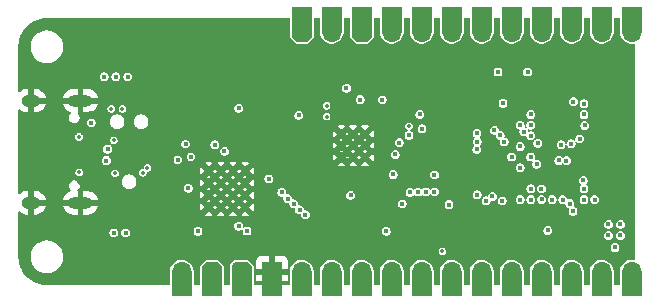
<source format=gbr>
%TF.GenerationSoftware,KiCad,Pcbnew,9.0.7*%
%TF.CreationDate,2026-01-28T15:54:31+01:00*%
%TF.ProjectId,RoyalBlue54L-Feather,526f7961-6c42-46c7-9565-35344c2d4665,rev?*%
%TF.SameCoordinates,Original*%
%TF.FileFunction,Copper,L2,Inr*%
%TF.FilePolarity,Positive*%
%FSLAX46Y46*%
G04 Gerber Fmt 4.6, Leading zero omitted, Abs format (unit mm)*
G04 Created by KiCad (PCBNEW 9.0.7) date 2026-01-28 15:54:31*
%MOMM*%
%LPD*%
G01*
G04 APERTURE LIST*
G04 Aperture macros list*
%AMOutline5P*
0 Free polygon, 5 corners , with rotation*
0 The origin of the aperture is its center*
0 number of corners: always 5*
0 $1 to $10 corner X, Y*
0 $11 Rotation angle, in degrees counterclockwise*
0 create outline with 5 corners*
4,1,5,$1,$2,$3,$4,$5,$6,$7,$8,$9,$10,$1,$2,$11*%
%AMOutline6P*
0 Free polygon, 6 corners , with rotation*
0 The origin of the aperture is its center*
0 number of corners: always 6*
0 $1 to $12 corner X, Y*
0 $13 Rotation angle, in degrees counterclockwise*
0 create outline with 6 corners*
4,1,6,$1,$2,$3,$4,$5,$6,$7,$8,$9,$10,$11,$12,$1,$2,$13*%
%AMOutline7P*
0 Free polygon, 7 corners , with rotation*
0 The origin of the aperture is its center*
0 number of corners: always 7*
0 $1 to $14 corner X, Y*
0 $15 Rotation angle, in degrees counterclockwise*
0 create outline with 7 corners*
4,1,7,$1,$2,$3,$4,$5,$6,$7,$8,$9,$10,$11,$12,$13,$14,$1,$2,$15*%
%AMOutline8P*
0 Free polygon, 8 corners , with rotation*
0 The origin of the aperture is its center*
0 number of corners: always 8*
0 $1 to $16 corner X, Y*
0 $17 Rotation angle, in degrees counterclockwise*
0 create outline with 8 corners*
4,1,8,$1,$2,$3,$4,$5,$6,$7,$8,$9,$10,$11,$12,$13,$14,$15,$16,$1,$2,$17*%
%AMFreePoly0*
4,1,13,-0.850000,0.425000,-0.425000,0.850000,0.425000,0.850000,0.850000,0.425000,0.850000,-0.425000,0.425000,-0.850000,-0.425000,-0.850000,-0.556332,-0.829199,-0.674809,-0.768832,-0.768832,-0.674809,-0.829199,-0.556332,-0.850000,-0.425000,-0.850000,0.425000,-0.850000,0.425000,$1*%
G04 Aperture macros list end*
%TA.AperFunction,HeatsinkPad*%
%ADD10C,0.500000*%
%TD*%
%TA.AperFunction,ComponentPad*%
%ADD11O,2.100000X1.000000*%
%TD*%
%TA.AperFunction,ComponentPad*%
%ADD12O,1.600000X1.000000*%
%TD*%
%TA.AperFunction,ComponentPad*%
%ADD13Outline8P,-0.850000X0.425000X-0.425000X0.850000X0.425000X0.850000X0.850000X0.425000X0.850000X-0.425000X0.425000X-0.850000X-0.425000X-0.850000X-0.850000X-0.425000X90.000000*%
%TD*%
%TA.AperFunction,ComponentPad*%
%ADD14R,1.700000X1.700000*%
%TD*%
%TA.AperFunction,ComponentPad*%
%ADD15O,1.700000X1.700000*%
%TD*%
%TA.AperFunction,ComponentPad*%
%ADD16R,1.700000X2.120000*%
%TD*%
%TA.AperFunction,ComponentPad*%
%ADD17Outline8P,-0.850000X0.425000X-0.425000X0.850000X0.425000X0.850000X0.850000X0.425000X0.850000X-0.425000X0.425000X-0.850000X-0.425000X-0.850000X-0.850000X-0.425000X270.000000*%
%TD*%
%TA.AperFunction,ComponentPad*%
%ADD18FreePoly0,270.000000*%
%TD*%
%TA.AperFunction,ViaPad*%
%ADD19C,0.450000*%
%TD*%
%TA.AperFunction,ViaPad*%
%ADD20C,0.350000*%
%TD*%
%TA.AperFunction,ViaPad*%
%ADD21C,0.400000*%
%TD*%
G04 APERTURE END LIST*
D10*
%TO.N,GND*%
%TO.C,U2*%
X146580000Y-105460000D03*
X147580000Y-105460000D03*
X148580000Y-105460000D03*
X146580000Y-104460000D03*
X147580000Y-104460000D03*
X148580000Y-104460000D03*
X146580000Y-103460000D03*
X147580000Y-103460000D03*
X148580000Y-103460000D03*
%TD*%
D11*
%TO.N,GND*%
%TO.C,J3*%
X124490000Y-100660000D03*
D12*
X120310000Y-100660000D03*
D11*
X124490000Y-109300000D03*
D12*
X120310000Y-109300000D03*
%TD*%
D13*
%TO.N,+BATT*%
%TO.C,J2*%
X143230000Y-94820000D03*
X143230000Y-94820000D03*
D14*
X143230000Y-93550000D03*
D15*
%TO.N,/Connectors/ENABLE*%
X145770000Y-94820000D03*
D16*
X145770000Y-93760000D03*
D13*
%TO.N,VSYS*%
X148310000Y-94820000D03*
D16*
X148310000Y-93760000D03*
D15*
%TO.N,/Connectors/DIG.D13*%
X150850000Y-94820000D03*
D16*
X150850000Y-93760000D03*
D15*
%TO.N,/Connectors/DIG.D12*%
X153390000Y-94820000D03*
D16*
X153390000Y-93760000D03*
D15*
%TO.N,/Connectors/DIG.D11*%
X155930000Y-94820000D03*
D16*
X155930000Y-93760000D03*
D15*
%TO.N,/Connectors/DIG.D10*%
X158470000Y-94820000D03*
D16*
X158470000Y-93760000D03*
D15*
%TO.N,/Connectors/DIG.D9*%
X161010000Y-94820000D03*
D16*
X161010000Y-93760000D03*
D15*
%TO.N,/Connectors/DIG.D6*%
X163550000Y-94820000D03*
D16*
X163550000Y-93760000D03*
D15*
%TO.N,/Connectors/DIG.D5*%
X166090000Y-94820000D03*
D16*
X166090000Y-93760000D03*
D15*
%TO.N,/Connectors/I2C.SCL*%
X168630000Y-94820000D03*
D16*
X168630000Y-93760000D03*
D15*
%TO.N,/Connectors/I2C.SDA*%
X171170000Y-94820000D03*
D16*
X171170000Y-93760000D03*
%TD*%
D10*
%TO.N,GND*%
%TO.C,U5*%
X138430000Y-109680000D03*
X138430000Y-108646667D03*
X138430000Y-107613333D03*
X138430000Y-106580000D03*
X137396667Y-109680000D03*
X137396667Y-108646667D03*
X137396667Y-107613333D03*
X137396667Y-106580000D03*
X136363333Y-109680000D03*
X136363333Y-108646667D03*
X136363333Y-107613333D03*
X136363333Y-106580000D03*
X135330000Y-109680000D03*
X135330000Y-108646667D03*
X135330000Y-107613333D03*
X135330000Y-106580000D03*
%TD*%
D15*
%TO.N,/Debugger/SWD_TRG.~{RESET}*%
%TO.C,J1*%
X133070000Y-115140000D03*
D16*
X133070000Y-116200000D03*
D17*
%TO.N,VDD*%
X135610000Y-115140000D03*
D16*
X135610000Y-116200000D03*
D18*
%TO.N,unconnected-(J1-Pin_3-Pad3)*%
X138150000Y-115140000D03*
D16*
X138150000Y-116200000D03*
D14*
%TO.N,GND*%
X140690000Y-115140000D03*
D16*
X140690000Y-116200000D03*
D15*
%TO.N,/Connectors/ANALOG.A0*%
X143230000Y-115140000D03*
D16*
X143230000Y-116200000D03*
D15*
%TO.N,/Connectors/ANALOG.A1*%
X145770000Y-115140000D03*
D16*
X145770000Y-116200000D03*
D15*
%TO.N,/Connectors/ANALOG.A2*%
X148310000Y-115140000D03*
D16*
X148310000Y-116200000D03*
D15*
%TO.N,/Connectors/ANALOG.A3*%
X150850000Y-115140000D03*
D16*
X150850000Y-116200000D03*
D15*
%TO.N,/Connectors/ANALOG.A4*%
X153390000Y-115140000D03*
D16*
X153390000Y-116200000D03*
D15*
%TO.N,/Connectors/ANALOG.A5*%
X155930000Y-115140000D03*
D16*
X155930000Y-116200000D03*
D15*
%TO.N,/Connectors/SPI.SCK*%
X158470000Y-115140000D03*
D16*
X158470000Y-116200000D03*
D15*
%TO.N,/Connectors/SPI.MOSI*%
X161010000Y-115140000D03*
D16*
X161010000Y-116200000D03*
D15*
%TO.N,/Connectors/SPI.MISO*%
X163550000Y-115140000D03*
D16*
X163550000Y-116200000D03*
D15*
%TO.N,/Connectors/UART.RX*%
X166090000Y-115140000D03*
D16*
X166090000Y-116200000D03*
D15*
%TO.N,/Connectors/UART.TX*%
X168630000Y-115140000D03*
D16*
X168630000Y-116200000D03*
D15*
%TO.N,/Connectors/SHPHLD*%
X171170000Y-115140000D03*
D16*
X171170000Y-116200000D03*
%TD*%
D19*
%TO.N,GND*%
X158660000Y-105105000D03*
X164105000Y-109760000D03*
X139550000Y-111690000D03*
X154190000Y-101810000D03*
X144085000Y-102030000D03*
X140440000Y-111010000D03*
X151200000Y-101780000D03*
X168920000Y-103630000D03*
X160260000Y-99910000D03*
X155950000Y-106965000D03*
X125405000Y-108230000D03*
X147060000Y-110930000D03*
D20*
X156370000Y-101770000D03*
D21*
X136070000Y-98060000D03*
D20*
X163560000Y-105410000D03*
D19*
X129490000Y-98633000D03*
X168920000Y-101830000D03*
X155200000Y-104920000D03*
X161720000Y-100930000D03*
X129060000Y-96530000D03*
X158879468Y-106005000D03*
X127060000Y-96530000D03*
X132240000Y-109500000D03*
X163520000Y-101830000D03*
X147060000Y-110130000D03*
X144880000Y-98045000D03*
X129930000Y-108820000D03*
X165950000Y-107510000D03*
X122060000Y-110530000D03*
X140440000Y-108240000D03*
D20*
X141950000Y-107590000D03*
D19*
X148580000Y-98045000D03*
X131140000Y-110900000D03*
X163380000Y-107230000D03*
X129060000Y-94530000D03*
D20*
X143060000Y-112030000D03*
D19*
X127060000Y-94530000D03*
X150360000Y-110130000D03*
X151595000Y-100590000D03*
X145065000Y-108670000D03*
X140440000Y-105460000D03*
X147010000Y-98045000D03*
D20*
X155130000Y-98670000D03*
D19*
X158060000Y-102460000D03*
X139880000Y-104570000D03*
X125060000Y-112530000D03*
X150730000Y-108660000D03*
X160210000Y-110100000D03*
X131820000Y-107740000D03*
D20*
X162560000Y-111630000D03*
D19*
X154450000Y-102875000D03*
X125405000Y-101730000D03*
X167960000Y-111650000D03*
X168920000Y-105430000D03*
X168920000Y-100930000D03*
D20*
X133260000Y-105730000D03*
D19*
X170220000Y-97330000D03*
X132300000Y-106780000D03*
X155950000Y-102875000D03*
D20*
X155660000Y-111330000D03*
D19*
X162350000Y-109650000D03*
X161720000Y-101830000D03*
X151140000Y-106170000D03*
X133480000Y-111710000D03*
X168920000Y-104530000D03*
X125060000Y-110530000D03*
D20*
X127460000Y-105480000D03*
D19*
X169590000Y-97880000D03*
X136060000Y-95530000D03*
D20*
X127810000Y-114520000D03*
X142560000Y-112630000D03*
D19*
X157850000Y-111600000D03*
X150840000Y-97920000D03*
X131210000Y-112060000D03*
X134910000Y-104400000D03*
X153710000Y-98355000D03*
%TO.N,/Debugger/USB.VBUS*%
X125405000Y-102530000D03*
X147010000Y-99595000D03*
%TO.N,/Debugger/nRF52_VDD*%
X153410000Y-103040000D03*
X138590000Y-111690000D03*
X134440000Y-111710000D03*
D20*
X127410000Y-106810000D03*
D19*
X140440000Y-107280000D03*
X153230000Y-101810000D03*
X135870000Y-104400000D03*
X154460000Y-106940000D03*
%TO.N,/Connectors/ANALOG.A3*%
X161720000Y-106330000D03*
%TO.N,/Connectors/SPI.SCK*%
X159364035Y-108769445D03*
%TO.N,/Connectors/ANALOG.A1*%
X162620000Y-105430000D03*
%TO.N,/Connectors/SPI.MISO*%
X160020000Y-103590000D03*
X161720000Y-109030000D03*
%TO.N,/Connectors/UART.RX*%
X167120000Y-100930000D03*
X158075565Y-104124999D03*
%TO.N,/Connectors/ANALOG.A2*%
X160990000Y-105430000D03*
D20*
%TO.N,/Connectors/SHPHLD*%
X152300000Y-102830000D03*
X155130000Y-113420000D03*
D19*
%TO.N,/Connectors/ANALOG.A4*%
X165180000Y-104390000D03*
X166230000Y-100740000D03*
%TO.N,/Connectors/SPI.MOSI*%
X158830000Y-109140000D03*
X162620000Y-108130000D03*
%TO.N,+BATT*%
X137880000Y-101308000D03*
X150045000Y-100590000D03*
%TO.N,/Connectors/ANALOG.A5*%
X166030000Y-104310000D03*
%TO.N,/Connectors/ANALOG.A0*%
X161720000Y-104530000D03*
%TO.N,/Connectors/UART.TX*%
X158056662Y-104774726D03*
X167180000Y-102760000D03*
%TO.N,/Connectors/ENABLE*%
X150962892Y-106910000D03*
%TO.N,/Connectors/DIG.D11*%
X167060000Y-107410000D03*
%TO.N,/Connectors/DIG.D9*%
X165320000Y-109030000D03*
%TO.N,/Connectors/I2C.SDA*%
X167120000Y-101830000D03*
X127490000Y-98633000D03*
%TO.N,/Connectors/I2C.SCL*%
X126490000Y-98633000D03*
X163126446Y-106036446D03*
%TO.N,/Connectors/DIG.D12*%
X165638446Y-105730524D03*
%TO.N,/Connectors/DIG.D6*%
X165920000Y-109370000D03*
%TO.N,/Connectors/DIG.D13*%
X164988554Y-105718554D03*
%TO.N,VDD*%
X160210000Y-109140000D03*
X170210000Y-111130000D03*
X160260000Y-100870000D03*
X151140000Y-105210000D03*
X128490000Y-98633000D03*
X158060000Y-103420000D03*
D20*
X127103416Y-101355058D03*
D19*
X170210000Y-112070000D03*
X162620000Y-102730000D03*
D20*
X128043416Y-101355058D03*
D19*
X162620000Y-101830000D03*
%TO.N,/Connectors/DIG.D10*%
X164420000Y-109030000D03*
D20*
%TO.N,/Debugger/USB.CC2*%
X145330000Y-102010000D03*
X124385000Y-106730000D03*
%TO.N,/Debugger/USB.CC1*%
X145330000Y-101090000D03*
X124360000Y-103730000D03*
D21*
%TO.N,/Debugger/D-*%
X126785000Y-104755000D03*
D19*
%TO.N,VSYS*%
X142980000Y-101900000D03*
X147360000Y-108670000D03*
X148165000Y-100565000D03*
D21*
%TO.N,/Debugger/D+*%
X126685000Y-105730000D03*
D19*
%TO.N,/nPM1300/NPM1300.SCL*%
X169190000Y-112070000D03*
X152301405Y-103573512D03*
%TO.N,Net-(U1-P1.01{slash}XL2)*%
X161720000Y-102730000D03*
X159840000Y-98230000D03*
%TO.N,/nPM1300/NPM1300.SDA*%
X169190000Y-111130000D03*
X151480000Y-104210000D03*
%TO.N,Net-(U1-P1.00{slash}XL1)*%
X162340000Y-98230000D03*
X162620000Y-103630000D03*
%TO.N,/Debugger/SWD_TRG.~{RESET}*%
X158072847Y-108632847D03*
X166754293Y-103874293D03*
X155689293Y-109459293D03*
%TO.N,Net-(D1-A)*%
X163530000Y-109020000D03*
X164062500Y-111650000D03*
%TO.N,Net-(U5-DEC4)*%
X137880000Y-111280000D03*
X133609447Y-108059970D03*
D20*
%TO.N,Net-(J8-SWDIO)*%
X129770000Y-106760000D03*
D21*
X133390000Y-104330000D03*
D19*
%TO.N,/Debugger/SWD_TRG.SWDIO*%
X166190000Y-110010000D03*
X167120000Y-108130000D03*
%TO.N,Net-(J8-~{RESET})*%
X136680000Y-104950000D03*
D21*
X132720000Y-105660000D03*
D20*
X127310000Y-104000000D03*
D21*
%TO.N,Net-(J8-SWCLK)*%
X133840000Y-105400000D03*
D20*
X130160000Y-106350000D03*
D19*
%TO.N,/nPM1300/NPM1300.INT*%
X169750000Y-113080000D03*
X168020000Y-109030000D03*
%TO.N,/nRF54L15/~{CS}_FLASH*%
X162620000Y-109030000D03*
X160360000Y-104150000D03*
%TO.N,Net-(JP1-A)*%
X150370000Y-111705000D03*
%TO.N,Net-(J6-Pin_4)*%
X163220000Y-104260000D03*
X128310000Y-111855000D03*
%TO.N,Net-(J6-Pin_2)*%
X162030553Y-103301016D03*
X127310000Y-111855000D03*
%TO.N,/nRF54L15/D2_FLASH*%
X163520000Y-108130000D03*
X159530046Y-103162861D03*
%TO.N,/Debugger/TRG_SWDCLK_NRF52*%
X143540000Y-110320347D03*
X154460000Y-108380000D03*
%TO.N,/Debugger/UART_TX_NRF52*%
X142040000Y-108950000D03*
X152389916Y-108420654D03*
%TO.N,/Debugger/TRG_SWDIO_NRF52*%
X143040000Y-109900000D03*
X153740000Y-108390000D03*
%TO.N,/Debugger/UART_RX_NRF52*%
X151740000Y-109400000D03*
X141540000Y-108410000D03*
%TO.N,/Debugger/TRG_~{RESET}_NRF52*%
X153073185Y-108396815D03*
X142540000Y-109390000D03*
%TO.N,/Debugger/SWD_TRG.SWDCLK*%
X167120000Y-109030000D03*
%TD*%
%TA.AperFunction,Conductor*%
%TO.N,GND*%
G36*
X142211194Y-93695806D02*
G01*
X142229500Y-93740000D01*
X142229500Y-94332661D01*
X142229500Y-95307340D01*
X142742661Y-95820500D01*
X143717340Y-95820500D01*
X144230500Y-95307339D01*
X144230500Y-93740000D01*
X144248806Y-93695806D01*
X144293000Y-93677500D01*
X144707000Y-93677500D01*
X144751194Y-93695806D01*
X144769500Y-93740000D01*
X144769500Y-94918541D01*
X144807948Y-95111833D01*
X144807949Y-95111835D01*
X144883368Y-95293914D01*
X144992861Y-95457782D01*
X145132218Y-95597139D01*
X145296086Y-95706632D01*
X145478165Y-95782051D01*
X145671459Y-95820500D01*
X145868541Y-95820500D01*
X146061835Y-95782051D01*
X146243914Y-95706632D01*
X146407782Y-95597139D01*
X146547139Y-95457782D01*
X146656632Y-95293914D01*
X146732051Y-95111835D01*
X146770500Y-94918541D01*
X146770500Y-94721459D01*
X146770500Y-93740000D01*
X146788806Y-93695806D01*
X146833000Y-93677500D01*
X147247000Y-93677500D01*
X147291194Y-93695806D01*
X147309500Y-93740000D01*
X147309500Y-94332661D01*
X147309500Y-95307340D01*
X147822661Y-95820500D01*
X148797340Y-95820500D01*
X149310500Y-95307339D01*
X149310500Y-93740000D01*
X149328806Y-93695806D01*
X149373000Y-93677500D01*
X149787000Y-93677500D01*
X149831194Y-93695806D01*
X149849500Y-93740000D01*
X149849500Y-94918541D01*
X149887948Y-95111833D01*
X149887949Y-95111835D01*
X149963368Y-95293914D01*
X150072861Y-95457782D01*
X150212218Y-95597139D01*
X150376086Y-95706632D01*
X150558165Y-95782051D01*
X150751459Y-95820500D01*
X150948541Y-95820500D01*
X151141835Y-95782051D01*
X151323914Y-95706632D01*
X151487782Y-95597139D01*
X151627139Y-95457782D01*
X151736632Y-95293914D01*
X151812051Y-95111835D01*
X151850500Y-94918541D01*
X151850500Y-94721459D01*
X151850500Y-93740000D01*
X151868806Y-93695806D01*
X151913000Y-93677500D01*
X152327000Y-93677500D01*
X152371194Y-93695806D01*
X152389500Y-93740000D01*
X152389500Y-94918541D01*
X152427948Y-95111833D01*
X152427949Y-95111835D01*
X152503368Y-95293914D01*
X152612861Y-95457782D01*
X152752218Y-95597139D01*
X152916086Y-95706632D01*
X153098165Y-95782051D01*
X153291459Y-95820500D01*
X153488541Y-95820500D01*
X153681835Y-95782051D01*
X153863914Y-95706632D01*
X154027782Y-95597139D01*
X154167139Y-95457782D01*
X154276632Y-95293914D01*
X154352051Y-95111835D01*
X154390500Y-94918541D01*
X154390500Y-94721459D01*
X154390500Y-93740000D01*
X154408806Y-93695806D01*
X154453000Y-93677500D01*
X154867000Y-93677500D01*
X154911194Y-93695806D01*
X154929500Y-93740000D01*
X154929500Y-94918541D01*
X154967948Y-95111833D01*
X154967949Y-95111835D01*
X155043368Y-95293914D01*
X155152861Y-95457782D01*
X155292218Y-95597139D01*
X155456086Y-95706632D01*
X155638165Y-95782051D01*
X155831459Y-95820500D01*
X156028541Y-95820500D01*
X156221835Y-95782051D01*
X156403914Y-95706632D01*
X156567782Y-95597139D01*
X156707139Y-95457782D01*
X156816632Y-95293914D01*
X156892051Y-95111835D01*
X156930500Y-94918541D01*
X156930500Y-94721459D01*
X156930500Y-93740000D01*
X156948806Y-93695806D01*
X156993000Y-93677500D01*
X157407000Y-93677500D01*
X157451194Y-93695806D01*
X157469500Y-93740000D01*
X157469500Y-94918541D01*
X157507948Y-95111833D01*
X157507949Y-95111835D01*
X157583368Y-95293914D01*
X157692861Y-95457782D01*
X157832218Y-95597139D01*
X157996086Y-95706632D01*
X158178165Y-95782051D01*
X158371459Y-95820500D01*
X158568541Y-95820500D01*
X158761835Y-95782051D01*
X158943914Y-95706632D01*
X159107782Y-95597139D01*
X159247139Y-95457782D01*
X159356632Y-95293914D01*
X159432051Y-95111835D01*
X159470500Y-94918541D01*
X159470500Y-94721459D01*
X159470500Y-93740000D01*
X159488806Y-93695806D01*
X159533000Y-93677500D01*
X159947000Y-93677500D01*
X159991194Y-93695806D01*
X160009500Y-93740000D01*
X160009500Y-94918541D01*
X160047948Y-95111833D01*
X160047949Y-95111835D01*
X160123368Y-95293914D01*
X160232861Y-95457782D01*
X160372218Y-95597139D01*
X160536086Y-95706632D01*
X160718165Y-95782051D01*
X160911459Y-95820500D01*
X161108541Y-95820500D01*
X161301835Y-95782051D01*
X161483914Y-95706632D01*
X161647782Y-95597139D01*
X161787139Y-95457782D01*
X161896632Y-95293914D01*
X161972051Y-95111835D01*
X162010500Y-94918541D01*
X162010500Y-94721459D01*
X162010500Y-93740000D01*
X162028806Y-93695806D01*
X162073000Y-93677500D01*
X162487000Y-93677500D01*
X162531194Y-93695806D01*
X162549500Y-93740000D01*
X162549500Y-94918541D01*
X162587948Y-95111833D01*
X162587949Y-95111835D01*
X162663368Y-95293914D01*
X162772861Y-95457782D01*
X162912218Y-95597139D01*
X163076086Y-95706632D01*
X163258165Y-95782051D01*
X163451459Y-95820500D01*
X163648541Y-95820500D01*
X163841835Y-95782051D01*
X164023914Y-95706632D01*
X164187782Y-95597139D01*
X164327139Y-95457782D01*
X164436632Y-95293914D01*
X164512051Y-95111835D01*
X164550500Y-94918541D01*
X164550500Y-94721459D01*
X164550500Y-93740000D01*
X164568806Y-93695806D01*
X164613000Y-93677500D01*
X165027000Y-93677500D01*
X165071194Y-93695806D01*
X165089500Y-93740000D01*
X165089500Y-94918541D01*
X165127948Y-95111833D01*
X165127949Y-95111835D01*
X165203368Y-95293914D01*
X165312861Y-95457782D01*
X165452218Y-95597139D01*
X165616086Y-95706632D01*
X165798165Y-95782051D01*
X165991459Y-95820500D01*
X166188541Y-95820500D01*
X166381835Y-95782051D01*
X166563914Y-95706632D01*
X166727782Y-95597139D01*
X166867139Y-95457782D01*
X166976632Y-95293914D01*
X167052051Y-95111835D01*
X167090500Y-94918541D01*
X167090500Y-94721459D01*
X167090500Y-93740000D01*
X167108806Y-93695806D01*
X167153000Y-93677500D01*
X167567000Y-93677500D01*
X167611194Y-93695806D01*
X167629500Y-93740000D01*
X167629500Y-94918541D01*
X167667948Y-95111833D01*
X167667949Y-95111835D01*
X167743368Y-95293914D01*
X167852861Y-95457782D01*
X167992218Y-95597139D01*
X168156086Y-95706632D01*
X168338165Y-95782051D01*
X168531459Y-95820500D01*
X168728541Y-95820500D01*
X168921835Y-95782051D01*
X169103914Y-95706632D01*
X169267782Y-95597139D01*
X169407139Y-95457782D01*
X169516632Y-95293914D01*
X169592051Y-95111835D01*
X169630500Y-94918541D01*
X169630500Y-94721459D01*
X169630500Y-93740000D01*
X169648806Y-93695806D01*
X169693000Y-93677500D01*
X170107000Y-93677500D01*
X170151194Y-93695806D01*
X170169500Y-93740000D01*
X170169500Y-94918541D01*
X170207948Y-95111833D01*
X170207949Y-95111835D01*
X170283368Y-95293914D01*
X170392861Y-95457782D01*
X170532218Y-95597139D01*
X170696086Y-95706632D01*
X170878165Y-95782051D01*
X171071459Y-95820500D01*
X171268540Y-95820500D01*
X171268541Y-95820500D01*
X171345309Y-95805229D01*
X171392222Y-95814561D01*
X171418799Y-95854334D01*
X171420000Y-95866528D01*
X171420000Y-114093470D01*
X171401694Y-114137664D01*
X171357500Y-114155970D01*
X171345307Y-114154769D01*
X171268541Y-114139500D01*
X171071459Y-114139500D01*
X170878166Y-114177948D01*
X170696084Y-114253369D01*
X170532218Y-114362860D01*
X170392860Y-114502218D01*
X170283369Y-114666084D01*
X170207948Y-114848166D01*
X170169500Y-115041458D01*
X170169500Y-116220000D01*
X170151194Y-116264194D01*
X170107000Y-116282500D01*
X169693000Y-116282500D01*
X169648806Y-116264194D01*
X169630500Y-116220000D01*
X169630500Y-115041459D01*
X169592051Y-114848165D01*
X169516632Y-114666086D01*
X169407139Y-114502218D01*
X169267782Y-114362861D01*
X169103914Y-114253368D01*
X168963083Y-114195034D01*
X168921833Y-114177948D01*
X168728541Y-114139500D01*
X168531459Y-114139500D01*
X168338166Y-114177948D01*
X168156084Y-114253369D01*
X167992218Y-114362860D01*
X167852860Y-114502218D01*
X167743369Y-114666084D01*
X167667948Y-114848166D01*
X167629500Y-115041458D01*
X167629500Y-116220000D01*
X167611194Y-116264194D01*
X167567000Y-116282500D01*
X167153000Y-116282500D01*
X167108806Y-116264194D01*
X167090500Y-116220000D01*
X167090500Y-115041459D01*
X167052051Y-114848165D01*
X166976632Y-114666086D01*
X166867139Y-114502218D01*
X166727782Y-114362861D01*
X166563914Y-114253368D01*
X166423083Y-114195034D01*
X166381833Y-114177948D01*
X166188541Y-114139500D01*
X165991459Y-114139500D01*
X165798166Y-114177948D01*
X165616084Y-114253369D01*
X165452218Y-114362860D01*
X165312860Y-114502218D01*
X165203369Y-114666084D01*
X165127948Y-114848166D01*
X165089500Y-115041458D01*
X165089500Y-116220000D01*
X165071194Y-116264194D01*
X165027000Y-116282500D01*
X164613000Y-116282500D01*
X164568806Y-116264194D01*
X164550500Y-116220000D01*
X164550500Y-115041459D01*
X164512051Y-114848165D01*
X164436632Y-114666086D01*
X164327139Y-114502218D01*
X164187782Y-114362861D01*
X164023914Y-114253368D01*
X163883083Y-114195034D01*
X163841833Y-114177948D01*
X163648541Y-114139500D01*
X163451459Y-114139500D01*
X163258166Y-114177948D01*
X163076084Y-114253369D01*
X162912218Y-114362860D01*
X162772860Y-114502218D01*
X162663369Y-114666084D01*
X162587948Y-114848166D01*
X162549500Y-115041458D01*
X162549500Y-116220000D01*
X162531194Y-116264194D01*
X162487000Y-116282500D01*
X162073000Y-116282500D01*
X162028806Y-116264194D01*
X162010500Y-116220000D01*
X162010500Y-115041459D01*
X161972051Y-114848165D01*
X161896632Y-114666086D01*
X161787139Y-114502218D01*
X161647782Y-114362861D01*
X161483914Y-114253368D01*
X161343083Y-114195034D01*
X161301833Y-114177948D01*
X161108541Y-114139500D01*
X160911459Y-114139500D01*
X160718166Y-114177948D01*
X160536084Y-114253369D01*
X160372218Y-114362860D01*
X160232860Y-114502218D01*
X160123369Y-114666084D01*
X160047948Y-114848166D01*
X160009500Y-115041458D01*
X160009500Y-116220000D01*
X159991194Y-116264194D01*
X159947000Y-116282500D01*
X159533000Y-116282500D01*
X159488806Y-116264194D01*
X159470500Y-116220000D01*
X159470500Y-115041459D01*
X159432051Y-114848165D01*
X159356632Y-114666086D01*
X159247139Y-114502218D01*
X159107782Y-114362861D01*
X158943914Y-114253368D01*
X158803083Y-114195034D01*
X158761833Y-114177948D01*
X158568541Y-114139500D01*
X158371459Y-114139500D01*
X158178166Y-114177948D01*
X157996084Y-114253369D01*
X157832218Y-114362860D01*
X157692860Y-114502218D01*
X157583369Y-114666084D01*
X157507948Y-114848166D01*
X157469500Y-115041458D01*
X157469500Y-116220000D01*
X157451194Y-116264194D01*
X157407000Y-116282500D01*
X156993000Y-116282500D01*
X156948806Y-116264194D01*
X156930500Y-116220000D01*
X156930500Y-115041459D01*
X156892051Y-114848165D01*
X156816632Y-114666086D01*
X156707139Y-114502218D01*
X156567782Y-114362861D01*
X156403914Y-114253368D01*
X156263083Y-114195034D01*
X156221833Y-114177948D01*
X156028541Y-114139500D01*
X155831459Y-114139500D01*
X155638166Y-114177948D01*
X155456084Y-114253369D01*
X155292218Y-114362860D01*
X155152860Y-114502218D01*
X155043369Y-114666084D01*
X154967948Y-114848166D01*
X154929500Y-115041458D01*
X154929500Y-116220000D01*
X154911194Y-116264194D01*
X154867000Y-116282500D01*
X154453000Y-116282500D01*
X154408806Y-116264194D01*
X154390500Y-116220000D01*
X154390500Y-115041459D01*
X154352051Y-114848165D01*
X154276632Y-114666086D01*
X154167139Y-114502218D01*
X154027782Y-114362861D01*
X153863914Y-114253368D01*
X153723083Y-114195034D01*
X153681833Y-114177948D01*
X153488541Y-114139500D01*
X153291459Y-114139500D01*
X153098166Y-114177948D01*
X152916084Y-114253369D01*
X152752218Y-114362860D01*
X152612860Y-114502218D01*
X152503369Y-114666084D01*
X152427948Y-114848166D01*
X152389500Y-115041458D01*
X152389500Y-116220000D01*
X152371194Y-116264194D01*
X152327000Y-116282500D01*
X151913000Y-116282500D01*
X151868806Y-116264194D01*
X151850500Y-116220000D01*
X151850500Y-115041459D01*
X151812051Y-114848165D01*
X151736632Y-114666086D01*
X151627139Y-114502218D01*
X151487782Y-114362861D01*
X151323914Y-114253368D01*
X151183083Y-114195034D01*
X151141833Y-114177948D01*
X150948541Y-114139500D01*
X150751459Y-114139500D01*
X150558166Y-114177948D01*
X150376084Y-114253369D01*
X150212218Y-114362860D01*
X150072860Y-114502218D01*
X149963369Y-114666084D01*
X149887948Y-114848166D01*
X149849500Y-115041458D01*
X149849500Y-116220000D01*
X149831194Y-116264194D01*
X149787000Y-116282500D01*
X149373000Y-116282500D01*
X149328806Y-116264194D01*
X149310500Y-116220000D01*
X149310500Y-115041459D01*
X149272051Y-114848165D01*
X149196632Y-114666086D01*
X149087139Y-114502218D01*
X148947782Y-114362861D01*
X148783914Y-114253368D01*
X148643083Y-114195034D01*
X148601833Y-114177948D01*
X148408541Y-114139500D01*
X148211459Y-114139500D01*
X148018166Y-114177948D01*
X147836084Y-114253369D01*
X147672218Y-114362860D01*
X147532860Y-114502218D01*
X147423369Y-114666084D01*
X147347948Y-114848166D01*
X147309500Y-115041458D01*
X147309500Y-116220000D01*
X147291194Y-116264194D01*
X147247000Y-116282500D01*
X146833000Y-116282500D01*
X146788806Y-116264194D01*
X146770500Y-116220000D01*
X146770500Y-115041459D01*
X146732051Y-114848165D01*
X146656632Y-114666086D01*
X146547139Y-114502218D01*
X146407782Y-114362861D01*
X146243914Y-114253368D01*
X146103083Y-114195034D01*
X146061833Y-114177948D01*
X145868541Y-114139500D01*
X145671459Y-114139500D01*
X145478166Y-114177948D01*
X145296084Y-114253369D01*
X145132218Y-114362860D01*
X144992860Y-114502218D01*
X144883369Y-114666084D01*
X144807948Y-114848166D01*
X144769500Y-115041458D01*
X144769500Y-116220000D01*
X144751194Y-116264194D01*
X144707000Y-116282500D01*
X144293000Y-116282500D01*
X144248806Y-116264194D01*
X144230500Y-116220000D01*
X144230500Y-115041459D01*
X144192051Y-114848165D01*
X144116632Y-114666086D01*
X144007139Y-114502218D01*
X143867782Y-114362861D01*
X143703914Y-114253368D01*
X143563083Y-114195034D01*
X143521833Y-114177948D01*
X143328541Y-114139500D01*
X143131459Y-114139500D01*
X142938166Y-114177948D01*
X142756084Y-114253369D01*
X142592218Y-114362860D01*
X142452860Y-114502218D01*
X142343369Y-114666084D01*
X142267948Y-114848166D01*
X142229500Y-115041458D01*
X142229500Y-116220000D01*
X142211194Y-116264194D01*
X142167000Y-116282500D01*
X141173474Y-116282500D01*
X141155925Y-116217007D01*
X141090099Y-116102993D01*
X140997007Y-116009901D01*
X140893255Y-115950000D01*
X142040000Y-115950000D01*
X142040000Y-115390000D01*
X141123012Y-115390000D01*
X141155925Y-115332993D01*
X141190000Y-115205826D01*
X141190000Y-115074174D01*
X141155925Y-114947007D01*
X141123012Y-114890000D01*
X142040000Y-114890000D01*
X142040000Y-114242177D01*
X142039999Y-114242164D01*
X142033597Y-114182622D01*
X141983352Y-114047908D01*
X141983350Y-114047905D01*
X141897191Y-113932813D01*
X141897186Y-113932808D01*
X141782094Y-113846649D01*
X141782091Y-113846647D01*
X141647377Y-113796402D01*
X141587835Y-113790000D01*
X140940000Y-113790000D01*
X140940000Y-114706988D01*
X140882993Y-114674075D01*
X140755826Y-114640000D01*
X140624174Y-114640000D01*
X140497007Y-114674075D01*
X140440000Y-114706988D01*
X140440000Y-113790000D01*
X139792164Y-113790000D01*
X139732622Y-113796402D01*
X139597908Y-113846647D01*
X139597905Y-113846649D01*
X139482813Y-113932808D01*
X139482808Y-113932813D01*
X139396649Y-114047905D01*
X139396647Y-114047908D01*
X139346402Y-114182622D01*
X139340000Y-114242164D01*
X139340000Y-114890000D01*
X140256988Y-114890000D01*
X140224075Y-114947007D01*
X140190000Y-115074174D01*
X140190000Y-115205826D01*
X140224075Y-115332993D01*
X140256988Y-115390000D01*
X139340000Y-115390000D01*
X139340000Y-115950000D01*
X140486745Y-115950000D01*
X140382993Y-116009901D01*
X140289901Y-116102993D01*
X140224075Y-116217007D01*
X140206526Y-116282500D01*
X139213000Y-116282500D01*
X139168806Y-116264194D01*
X139150500Y-116220000D01*
X139150500Y-114652660D01*
X139000058Y-114502218D01*
X138637339Y-114139500D01*
X137687280Y-114139500D01*
X137687273Y-114139500D01*
X137574771Y-114154311D01*
X137574760Y-114154314D01*
X137434770Y-114212300D01*
X137434767Y-114212301D01*
X137434767Y-114212302D01*
X137314549Y-114304549D01*
X137242247Y-114398775D01*
X137222300Y-114424770D01*
X137164314Y-114564760D01*
X137164311Y-114564771D01*
X137149500Y-114677273D01*
X137149500Y-116220000D01*
X137131194Y-116264194D01*
X137087000Y-116282500D01*
X136673000Y-116282500D01*
X136628806Y-116264194D01*
X136610500Y-116220000D01*
X136610500Y-114652660D01*
X136097339Y-114139500D01*
X135122660Y-114139500D01*
X134609500Y-114652660D01*
X134609500Y-116220000D01*
X134591194Y-116264194D01*
X134547000Y-116282500D01*
X134133000Y-116282500D01*
X134088806Y-116264194D01*
X134070500Y-116220000D01*
X134070500Y-115041459D01*
X134032051Y-114848165D01*
X133956632Y-114666086D01*
X133847139Y-114502218D01*
X133707782Y-114362861D01*
X133543914Y-114253368D01*
X133403083Y-114195034D01*
X133361833Y-114177948D01*
X133168541Y-114139500D01*
X132971459Y-114139500D01*
X132778166Y-114177948D01*
X132596084Y-114253369D01*
X132432218Y-114362860D01*
X132292860Y-114502218D01*
X132183369Y-114666084D01*
X132107948Y-114848166D01*
X132069500Y-115041458D01*
X132069500Y-116220000D01*
X132051194Y-116264194D01*
X132007000Y-116282500D01*
X121641889Y-116282500D01*
X121638115Y-116282386D01*
X121352976Y-116265138D01*
X121345484Y-116264228D01*
X121066371Y-116213078D01*
X121059043Y-116211272D01*
X120788128Y-116126852D01*
X120781071Y-116124176D01*
X120522299Y-116007713D01*
X120515616Y-116004205D01*
X120272780Y-115857405D01*
X120266569Y-115853118D01*
X120043190Y-115678111D01*
X120037541Y-115673106D01*
X119836893Y-115472458D01*
X119831888Y-115466809D01*
X119656881Y-115243430D01*
X119652594Y-115237219D01*
X119538294Y-115048144D01*
X119505791Y-114994377D01*
X119502289Y-114987707D01*
X119385822Y-114728927D01*
X119383147Y-114721871D01*
X119361580Y-114652661D01*
X119298727Y-114450956D01*
X119296921Y-114443628D01*
X119267795Y-114284692D01*
X119245769Y-114164503D01*
X119244862Y-114157034D01*
X119227614Y-113871883D01*
X119227500Y-113868110D01*
X119227500Y-113761588D01*
X120262500Y-113761588D01*
X120262500Y-113978412D01*
X120291975Y-114164515D01*
X120296419Y-114192570D01*
X120363419Y-114398775D01*
X120363420Y-114398778D01*
X120416126Y-114502218D01*
X120461856Y-114591968D01*
X120589301Y-114767381D01*
X120589304Y-114767384D01*
X120589307Y-114767388D01*
X120742611Y-114920692D01*
X120742614Y-114920694D01*
X120742619Y-114920699D01*
X120918032Y-115048144D01*
X121111223Y-115146580D01*
X121317435Y-115213582D01*
X121531588Y-115247500D01*
X121531590Y-115247500D01*
X121748410Y-115247500D01*
X121748412Y-115247500D01*
X121962565Y-115213582D01*
X122168777Y-115146580D01*
X122361968Y-115048144D01*
X122537381Y-114920699D01*
X122690699Y-114767381D01*
X122818144Y-114591968D01*
X122916580Y-114398777D01*
X122983582Y-114192565D01*
X123017500Y-113978412D01*
X123017500Y-113761588D01*
X122983582Y-113547435D01*
X122953710Y-113455498D01*
X122933197Y-113392364D01*
X122928253Y-113377148D01*
X154804500Y-113377148D01*
X154804500Y-113462851D01*
X154804501Y-113462859D01*
X154826680Y-113545634D01*
X154826681Y-113545637D01*
X154869536Y-113619863D01*
X154869539Y-113619867D01*
X154930132Y-113680460D01*
X154930136Y-113680463D01*
X154930138Y-113680465D01*
X155004362Y-113723318D01*
X155004365Y-113723319D01*
X155055021Y-113736892D01*
X155087147Y-113745500D01*
X155087148Y-113745500D01*
X155172852Y-113745500D01*
X155172853Y-113745500D01*
X155255638Y-113723318D01*
X155329862Y-113680465D01*
X155390465Y-113619862D01*
X155433318Y-113545638D01*
X155455500Y-113462853D01*
X155455500Y-113377147D01*
X155433318Y-113294362D01*
X155390465Y-113220138D01*
X155390463Y-113220136D01*
X155390460Y-113220132D01*
X155329867Y-113159539D01*
X155329863Y-113159536D01*
X155329862Y-113159535D01*
X155292750Y-113138108D01*
X155255637Y-113116681D01*
X155255634Y-113116680D01*
X155172859Y-113094501D01*
X155172854Y-113094500D01*
X155172853Y-113094500D01*
X155087147Y-113094500D01*
X155087146Y-113094500D01*
X155087140Y-113094501D01*
X155004365Y-113116680D01*
X155004362Y-113116681D01*
X154930136Y-113159536D01*
X154930132Y-113159539D01*
X154869539Y-113220132D01*
X154869536Y-113220136D01*
X154826681Y-113294362D01*
X154826680Y-113294365D01*
X154804501Y-113377140D01*
X154804500Y-113377148D01*
X122928253Y-113377148D01*
X122916580Y-113341224D01*
X122916579Y-113341221D01*
X122900957Y-113310562D01*
X122818144Y-113148032D01*
X122732800Y-113030566D01*
X169374500Y-113030566D01*
X169374500Y-113129433D01*
X169374501Y-113129441D01*
X169400088Y-113224933D01*
X169400089Y-113224937D01*
X169449526Y-113310563D01*
X169449529Y-113310567D01*
X169519432Y-113380470D01*
X169519436Y-113380473D01*
X169519438Y-113380475D01*
X169605062Y-113429910D01*
X169700565Y-113455500D01*
X169700566Y-113455500D01*
X169799434Y-113455500D01*
X169799435Y-113455500D01*
X169894938Y-113429910D01*
X169980562Y-113380475D01*
X170050475Y-113310562D01*
X170099910Y-113224938D01*
X170125500Y-113129435D01*
X170125500Y-113030565D01*
X170099910Y-112935062D01*
X170050475Y-112849438D01*
X170050473Y-112849436D01*
X170050470Y-112849432D01*
X169980567Y-112779529D01*
X169980563Y-112779526D01*
X169980562Y-112779525D01*
X169937750Y-112754807D01*
X169894937Y-112730089D01*
X169894933Y-112730088D01*
X169799441Y-112704501D01*
X169799436Y-112704500D01*
X169799435Y-112704500D01*
X169700565Y-112704500D01*
X169700564Y-112704500D01*
X169700558Y-112704501D01*
X169605066Y-112730088D01*
X169605062Y-112730089D01*
X169519436Y-112779526D01*
X169519432Y-112779529D01*
X169449529Y-112849432D01*
X169449526Y-112849436D01*
X169400089Y-112935062D01*
X169400088Y-112935066D01*
X169374501Y-113030558D01*
X169374500Y-113030566D01*
X122732800Y-113030566D01*
X122690699Y-112972619D01*
X122690697Y-112972616D01*
X122537388Y-112819307D01*
X122537384Y-112819304D01*
X122537381Y-112819301D01*
X122361968Y-112691856D01*
X122168778Y-112593420D01*
X122168775Y-112593419D01*
X121962570Y-112526419D01*
X121962566Y-112526418D01*
X121962565Y-112526418D01*
X121840967Y-112507159D01*
X121748413Y-112492500D01*
X121748412Y-112492500D01*
X121531588Y-112492500D01*
X121531586Y-112492500D01*
X121317429Y-112526419D01*
X121111224Y-112593419D01*
X121111221Y-112593420D01*
X120918031Y-112691856D01*
X120742611Y-112819307D01*
X120589307Y-112972611D01*
X120461856Y-113148031D01*
X120363420Y-113341221D01*
X120363419Y-113341224D01*
X120296419Y-113547429D01*
X120296418Y-113547434D01*
X120296418Y-113547435D01*
X120262500Y-113761588D01*
X119227500Y-113761588D01*
X119227500Y-111805566D01*
X126934500Y-111805566D01*
X126934500Y-111904433D01*
X126934501Y-111904441D01*
X126960088Y-111999933D01*
X126960089Y-111999937D01*
X126974847Y-112025498D01*
X127009489Y-112085500D01*
X127009526Y-112085563D01*
X127009529Y-112085567D01*
X127079432Y-112155470D01*
X127079436Y-112155473D01*
X127079438Y-112155475D01*
X127165062Y-112204910D01*
X127260565Y-112230500D01*
X127260566Y-112230500D01*
X127359434Y-112230500D01*
X127359435Y-112230500D01*
X127454938Y-112204910D01*
X127540562Y-112155475D01*
X127610475Y-112085562D01*
X127659910Y-111999938D01*
X127685500Y-111904435D01*
X127685500Y-111805566D01*
X127934500Y-111805566D01*
X127934500Y-111904433D01*
X127934501Y-111904441D01*
X127960088Y-111999933D01*
X127960089Y-111999937D01*
X127974847Y-112025498D01*
X128009489Y-112085500D01*
X128009526Y-112085563D01*
X128009529Y-112085567D01*
X128079432Y-112155470D01*
X128079436Y-112155473D01*
X128079438Y-112155475D01*
X128165062Y-112204910D01*
X128260565Y-112230500D01*
X128260566Y-112230500D01*
X128359434Y-112230500D01*
X128359435Y-112230500D01*
X128454938Y-112204910D01*
X128540562Y-112155475D01*
X128610475Y-112085562D01*
X128659910Y-111999938D01*
X128685500Y-111904435D01*
X128685500Y-111805565D01*
X128659910Y-111710062D01*
X128631333Y-111660566D01*
X134064500Y-111660566D01*
X134064500Y-111759433D01*
X134064501Y-111759441D01*
X134090088Y-111854933D01*
X134090089Y-111854937D01*
X134104887Y-111880567D01*
X134136641Y-111935567D01*
X134139526Y-111940563D01*
X134139529Y-111940567D01*
X134209432Y-112010470D01*
X134209436Y-112010473D01*
X134209438Y-112010475D01*
X134295062Y-112059910D01*
X134390565Y-112085500D01*
X134390566Y-112085500D01*
X134489434Y-112085500D01*
X134489435Y-112085500D01*
X134584938Y-112059910D01*
X134670562Y-112010475D01*
X134740475Y-111940562D01*
X134789910Y-111854938D01*
X134815500Y-111759435D01*
X134815500Y-111660565D01*
X134789910Y-111565062D01*
X134740475Y-111479438D01*
X134740473Y-111479436D01*
X134740470Y-111479432D01*
X134670567Y-111409529D01*
X134670563Y-111409526D01*
X134670562Y-111409525D01*
X134627750Y-111384807D01*
X134584937Y-111360089D01*
X134584933Y-111360088D01*
X134489441Y-111334501D01*
X134489436Y-111334500D01*
X134489435Y-111334500D01*
X134390565Y-111334500D01*
X134390564Y-111334500D01*
X134390558Y-111334501D01*
X134295066Y-111360088D01*
X134295062Y-111360089D01*
X134209436Y-111409526D01*
X134209432Y-111409529D01*
X134139529Y-111479432D01*
X134139526Y-111479436D01*
X134090089Y-111565062D01*
X134090088Y-111565066D01*
X134064501Y-111660558D01*
X134064500Y-111660566D01*
X128631333Y-111660566D01*
X128610477Y-111624441D01*
X128610470Y-111624432D01*
X128540567Y-111554529D01*
X128540563Y-111554526D01*
X128540562Y-111554525D01*
X128497750Y-111529807D01*
X128454937Y-111505089D01*
X128454933Y-111505088D01*
X128359441Y-111479501D01*
X128359436Y-111479500D01*
X128359435Y-111479500D01*
X128260565Y-111479500D01*
X128260564Y-111479500D01*
X128260558Y-111479501D01*
X128165066Y-111505088D01*
X128165062Y-111505089D01*
X128079436Y-111554526D01*
X128079432Y-111554529D01*
X128009529Y-111624432D01*
X128009526Y-111624436D01*
X127960089Y-111710062D01*
X127960088Y-111710066D01*
X127934501Y-111805558D01*
X127934500Y-111805566D01*
X127685500Y-111805566D01*
X127685500Y-111805565D01*
X127659910Y-111710062D01*
X127610475Y-111624438D01*
X127610473Y-111624436D01*
X127610470Y-111624432D01*
X127540567Y-111554529D01*
X127540563Y-111554526D01*
X127540562Y-111554525D01*
X127497750Y-111529807D01*
X127454937Y-111505089D01*
X127454933Y-111505088D01*
X127359441Y-111479501D01*
X127359436Y-111479500D01*
X127359435Y-111479500D01*
X127260565Y-111479500D01*
X127260564Y-111479500D01*
X127260558Y-111479501D01*
X127165066Y-111505088D01*
X127165062Y-111505089D01*
X127079436Y-111554526D01*
X127079432Y-111554529D01*
X127009529Y-111624432D01*
X127009526Y-111624436D01*
X126960089Y-111710062D01*
X126960088Y-111710066D01*
X126934501Y-111805558D01*
X126934500Y-111805566D01*
X119227500Y-111805566D01*
X119227500Y-111230566D01*
X137504500Y-111230566D01*
X137504500Y-111329433D01*
X137504501Y-111329441D01*
X137530088Y-111424933D01*
X137530089Y-111424937D01*
X137554807Y-111467750D01*
X137576602Y-111505500D01*
X137579526Y-111510563D01*
X137579529Y-111510567D01*
X137649432Y-111580470D01*
X137649436Y-111580473D01*
X137649438Y-111580475D01*
X137735062Y-111629910D01*
X137830565Y-111655500D01*
X137830566Y-111655500D01*
X137929434Y-111655500D01*
X137929435Y-111655500D01*
X138024938Y-111629910D01*
X138110562Y-111580475D01*
X138110567Y-111580469D01*
X138113815Y-111577979D01*
X138114813Y-111579280D01*
X138153781Y-111563128D01*
X138197980Y-111581422D01*
X138216297Y-111625612D01*
X138214868Y-111636479D01*
X138215035Y-111636501D01*
X138214500Y-111640566D01*
X138214500Y-111739433D01*
X138214501Y-111739441D01*
X138240088Y-111834933D01*
X138240089Y-111834937D01*
X138289526Y-111920563D01*
X138289529Y-111920567D01*
X138359432Y-111990470D01*
X138359436Y-111990473D01*
X138359438Y-111990475D01*
X138445062Y-112039910D01*
X138540565Y-112065500D01*
X138540566Y-112065500D01*
X138639434Y-112065500D01*
X138639435Y-112065500D01*
X138734938Y-112039910D01*
X138820562Y-111990475D01*
X138890475Y-111920562D01*
X138939910Y-111834938D01*
X138965500Y-111739435D01*
X138965500Y-111655566D01*
X149994500Y-111655566D01*
X149994500Y-111754433D01*
X149994501Y-111754441D01*
X150020088Y-111849933D01*
X150020089Y-111849937D01*
X150037771Y-111880562D01*
X150060865Y-111920563D01*
X150069526Y-111935563D01*
X150069529Y-111935567D01*
X150139432Y-112005470D01*
X150139436Y-112005473D01*
X150139438Y-112005475D01*
X150225062Y-112054910D01*
X150320565Y-112080500D01*
X150320566Y-112080500D01*
X150419434Y-112080500D01*
X150419435Y-112080500D01*
X150514938Y-112054910D01*
X150600562Y-112005475D01*
X150670475Y-111935562D01*
X150719910Y-111849938D01*
X150745500Y-111754435D01*
X150745500Y-111655565D01*
X150737160Y-111624441D01*
X150734000Y-111612646D01*
X150734000Y-111612645D01*
X150730763Y-111600566D01*
X163687000Y-111600566D01*
X163687000Y-111699433D01*
X163687001Y-111699441D01*
X163712588Y-111794933D01*
X163712589Y-111794937D01*
X163712590Y-111794938D01*
X163747230Y-111854937D01*
X163762026Y-111880563D01*
X163762029Y-111880567D01*
X163831932Y-111950470D01*
X163831936Y-111950473D01*
X163831938Y-111950475D01*
X163917562Y-111999910D01*
X164013065Y-112025500D01*
X164013066Y-112025500D01*
X164111934Y-112025500D01*
X164111935Y-112025500D01*
X164130349Y-112020566D01*
X168814500Y-112020566D01*
X168814500Y-112119433D01*
X168814501Y-112119441D01*
X168840088Y-112214933D01*
X168840089Y-112214937D01*
X168889526Y-112300563D01*
X168889529Y-112300567D01*
X168959432Y-112370470D01*
X168959436Y-112370473D01*
X168959438Y-112370475D01*
X169045062Y-112419910D01*
X169140565Y-112445500D01*
X169140566Y-112445500D01*
X169239434Y-112445500D01*
X169239435Y-112445500D01*
X169334938Y-112419910D01*
X169420562Y-112370475D01*
X169490475Y-112300562D01*
X169539910Y-112214938D01*
X169565500Y-112119435D01*
X169565500Y-112020566D01*
X169834500Y-112020566D01*
X169834500Y-112119433D01*
X169834501Y-112119441D01*
X169860088Y-112214933D01*
X169860089Y-112214937D01*
X169909526Y-112300563D01*
X169909529Y-112300567D01*
X169979432Y-112370470D01*
X169979436Y-112370473D01*
X169979438Y-112370475D01*
X170065062Y-112419910D01*
X170160565Y-112445500D01*
X170160566Y-112445500D01*
X170259434Y-112445500D01*
X170259435Y-112445500D01*
X170354938Y-112419910D01*
X170440562Y-112370475D01*
X170510475Y-112300562D01*
X170559910Y-112214938D01*
X170585500Y-112119435D01*
X170585500Y-112020565D01*
X170559910Y-111925062D01*
X170510475Y-111839438D01*
X170510473Y-111839436D01*
X170510470Y-111839432D01*
X170440567Y-111769529D01*
X170440563Y-111769526D01*
X170440562Y-111769525D01*
X170388441Y-111739433D01*
X170354937Y-111720089D01*
X170354933Y-111720088D01*
X170259441Y-111694501D01*
X170259436Y-111694500D01*
X170259435Y-111694500D01*
X170160565Y-111694500D01*
X170160564Y-111694500D01*
X170160558Y-111694501D01*
X170065066Y-111720088D01*
X170065062Y-111720089D01*
X169979436Y-111769526D01*
X169979432Y-111769529D01*
X169909529Y-111839432D01*
X169909526Y-111839436D01*
X169860089Y-111925062D01*
X169860088Y-111925066D01*
X169834501Y-112020558D01*
X169834500Y-112020566D01*
X169565500Y-112020566D01*
X169565500Y-112020565D01*
X169539910Y-111925062D01*
X169490475Y-111839438D01*
X169490473Y-111839436D01*
X169490470Y-111839432D01*
X169420567Y-111769529D01*
X169420563Y-111769526D01*
X169420562Y-111769525D01*
X169368441Y-111739433D01*
X169334937Y-111720089D01*
X169334933Y-111720088D01*
X169239441Y-111694501D01*
X169239436Y-111694500D01*
X169239435Y-111694500D01*
X169140565Y-111694500D01*
X169140564Y-111694500D01*
X169140558Y-111694501D01*
X169045066Y-111720088D01*
X169045062Y-111720089D01*
X168959436Y-111769526D01*
X168959432Y-111769529D01*
X168889529Y-111839432D01*
X168889526Y-111839436D01*
X168840089Y-111925062D01*
X168840088Y-111925066D01*
X168814501Y-112020558D01*
X168814500Y-112020566D01*
X164130349Y-112020566D01*
X164207438Y-111999910D01*
X164272508Y-111962341D01*
X164272510Y-111962341D01*
X164282739Y-111956434D01*
X164293062Y-111950475D01*
X164362975Y-111880562D01*
X164412410Y-111794938D01*
X164438000Y-111699435D01*
X164438000Y-111600565D01*
X164412410Y-111505062D01*
X164362975Y-111419438D01*
X164362973Y-111419436D01*
X164362970Y-111419432D01*
X164293067Y-111349529D01*
X164293063Y-111349526D01*
X164293062Y-111349525D01*
X164232397Y-111314500D01*
X164207437Y-111300089D01*
X164207433Y-111300088D01*
X164111941Y-111274501D01*
X164111936Y-111274500D01*
X164111935Y-111274500D01*
X164013065Y-111274500D01*
X164013064Y-111274500D01*
X164013058Y-111274501D01*
X163917566Y-111300088D01*
X163917562Y-111300089D01*
X163831936Y-111349526D01*
X163831932Y-111349529D01*
X163762029Y-111419432D01*
X163762026Y-111419436D01*
X163712589Y-111505062D01*
X163712588Y-111505066D01*
X163687001Y-111600558D01*
X163687000Y-111600566D01*
X150730763Y-111600566D01*
X150719911Y-111560065D01*
X150719910Y-111560062D01*
X150670475Y-111474438D01*
X150670473Y-111474436D01*
X150670470Y-111474432D01*
X150600567Y-111404529D01*
X150600563Y-111404526D01*
X150600562Y-111404525D01*
X150557750Y-111379807D01*
X150514937Y-111355089D01*
X150514933Y-111355088D01*
X150419441Y-111329501D01*
X150419436Y-111329500D01*
X150419435Y-111329500D01*
X150320565Y-111329500D01*
X150320564Y-111329500D01*
X150320558Y-111329501D01*
X150225066Y-111355088D01*
X150225062Y-111355089D01*
X150139436Y-111404526D01*
X150139432Y-111404529D01*
X150069529Y-111474432D01*
X150069526Y-111474436D01*
X150020089Y-111560062D01*
X150020088Y-111560066D01*
X149994501Y-111655558D01*
X149994500Y-111655566D01*
X138965500Y-111655566D01*
X138965500Y-111640565D01*
X138939910Y-111545062D01*
X138890475Y-111459438D01*
X138890473Y-111459436D01*
X138890470Y-111459432D01*
X138820567Y-111389529D01*
X138820563Y-111389526D01*
X138820562Y-111389525D01*
X138760917Y-111355089D01*
X138734937Y-111340089D01*
X138734933Y-111340088D01*
X138639441Y-111314501D01*
X138639436Y-111314500D01*
X138639435Y-111314500D01*
X138540565Y-111314500D01*
X138540564Y-111314500D01*
X138540558Y-111314501D01*
X138445066Y-111340088D01*
X138445062Y-111340089D01*
X138359436Y-111389526D01*
X138356185Y-111392021D01*
X138355191Y-111390726D01*
X138316186Y-111406871D01*
X138271996Y-111388554D01*
X138253702Y-111344355D01*
X138255131Y-111333520D01*
X138254965Y-111333499D01*
X138255500Y-111329433D01*
X138255500Y-111230566D01*
X138255498Y-111230558D01*
X138229911Y-111135066D01*
X138229910Y-111135062D01*
X138198447Y-111080566D01*
X168814500Y-111080566D01*
X168814500Y-111179433D01*
X168814501Y-111179441D01*
X168840088Y-111274933D01*
X168840089Y-111274937D01*
X168862931Y-111314500D01*
X168889252Y-111360090D01*
X168889526Y-111360563D01*
X168889529Y-111360567D01*
X168959432Y-111430470D01*
X168959436Y-111430473D01*
X168959438Y-111430475D01*
X169045062Y-111479910D01*
X169140565Y-111505500D01*
X169140566Y-111505500D01*
X169239434Y-111505500D01*
X169239435Y-111505500D01*
X169334938Y-111479910D01*
X169420562Y-111430475D01*
X169490475Y-111360562D01*
X169539910Y-111274938D01*
X169565500Y-111179435D01*
X169565500Y-111080566D01*
X169834500Y-111080566D01*
X169834500Y-111179433D01*
X169834501Y-111179441D01*
X169860088Y-111274933D01*
X169860089Y-111274937D01*
X169882931Y-111314500D01*
X169909252Y-111360090D01*
X169909526Y-111360563D01*
X169909529Y-111360567D01*
X169979432Y-111430470D01*
X169979436Y-111430473D01*
X169979438Y-111430475D01*
X170065062Y-111479910D01*
X170160565Y-111505500D01*
X170160566Y-111505500D01*
X170259434Y-111505500D01*
X170259435Y-111505500D01*
X170354938Y-111479910D01*
X170440562Y-111430475D01*
X170510475Y-111360562D01*
X170559910Y-111274938D01*
X170585500Y-111179435D01*
X170585500Y-111080565D01*
X170559910Y-110985062D01*
X170510475Y-110899438D01*
X170510473Y-110899436D01*
X170510470Y-110899432D01*
X170440567Y-110829529D01*
X170440563Y-110829526D01*
X170440562Y-110829525D01*
X170397750Y-110804807D01*
X170354937Y-110780089D01*
X170354933Y-110780088D01*
X170259441Y-110754501D01*
X170259436Y-110754500D01*
X170259435Y-110754500D01*
X170160565Y-110754500D01*
X170160564Y-110754500D01*
X170160558Y-110754501D01*
X170065066Y-110780088D01*
X170065062Y-110780089D01*
X169979436Y-110829526D01*
X169979432Y-110829529D01*
X169909529Y-110899432D01*
X169909526Y-110899436D01*
X169860089Y-110985062D01*
X169860088Y-110985066D01*
X169834501Y-111080558D01*
X169834500Y-111080566D01*
X169565500Y-111080566D01*
X169565500Y-111080565D01*
X169539910Y-110985062D01*
X169490475Y-110899438D01*
X169490473Y-110899436D01*
X169490470Y-110899432D01*
X169420567Y-110829529D01*
X169420563Y-110829526D01*
X169420562Y-110829525D01*
X169377750Y-110804807D01*
X169334937Y-110780089D01*
X169334933Y-110780088D01*
X169239441Y-110754501D01*
X169239436Y-110754500D01*
X169239435Y-110754500D01*
X169140565Y-110754500D01*
X169140564Y-110754500D01*
X169140558Y-110754501D01*
X169045066Y-110780088D01*
X169045062Y-110780089D01*
X168959436Y-110829526D01*
X168959432Y-110829529D01*
X168889529Y-110899432D01*
X168889526Y-110899436D01*
X168840089Y-110985062D01*
X168840088Y-110985066D01*
X168814501Y-111080558D01*
X168814500Y-111080566D01*
X138198447Y-111080566D01*
X138180475Y-111049438D01*
X138180473Y-111049436D01*
X138180470Y-111049432D01*
X138110567Y-110979529D01*
X138110563Y-110979526D01*
X138110562Y-110979525D01*
X138067750Y-110954807D01*
X138024937Y-110930089D01*
X138024933Y-110930088D01*
X137929441Y-110904501D01*
X137929436Y-110904500D01*
X137929435Y-110904500D01*
X137830565Y-110904500D01*
X137830564Y-110904500D01*
X137830558Y-110904501D01*
X137735066Y-110930088D01*
X137735062Y-110930089D01*
X137649436Y-110979526D01*
X137649432Y-110979529D01*
X137579529Y-111049432D01*
X137579526Y-111049436D01*
X137530089Y-111135062D01*
X137530088Y-111135066D01*
X137504501Y-111230558D01*
X137504500Y-111230566D01*
X119227500Y-111230566D01*
X119227500Y-110357578D01*
X135005974Y-110357578D01*
X135111234Y-110401178D01*
X135256130Y-110429999D01*
X135256131Y-110430000D01*
X135403869Y-110430000D01*
X135403869Y-110429999D01*
X135548765Y-110401178D01*
X135654024Y-110357578D01*
X136039307Y-110357578D01*
X136144567Y-110401178D01*
X136289463Y-110429999D01*
X136289464Y-110430000D01*
X136437202Y-110430000D01*
X136437202Y-110429999D01*
X136582098Y-110401178D01*
X136687357Y-110357578D01*
X137072641Y-110357578D01*
X137177901Y-110401178D01*
X137322797Y-110429999D01*
X137322798Y-110430000D01*
X137470536Y-110430000D01*
X137470536Y-110429999D01*
X137615432Y-110401178D01*
X137720691Y-110357578D01*
X138105974Y-110357578D01*
X138211234Y-110401178D01*
X138356130Y-110429999D01*
X138356131Y-110430000D01*
X138503869Y-110430000D01*
X138503869Y-110429999D01*
X138648765Y-110401178D01*
X138754024Y-110357578D01*
X138430000Y-110033554D01*
X138105974Y-110357578D01*
X137720691Y-110357578D01*
X137396667Y-110033554D01*
X137072641Y-110357578D01*
X136687357Y-110357578D01*
X136363333Y-110033554D01*
X136039307Y-110357578D01*
X135654024Y-110357578D01*
X135330000Y-110033554D01*
X135005974Y-110357578D01*
X119227500Y-110357578D01*
X119227500Y-110082602D01*
X119245806Y-110038408D01*
X119290000Y-110020102D01*
X119334194Y-110038408D01*
X119372537Y-110076751D01*
X119536319Y-110186187D01*
X119536321Y-110186188D01*
X119718302Y-110261568D01*
X119718310Y-110261570D01*
X119911508Y-110299999D01*
X119911509Y-110300000D01*
X120060000Y-110300000D01*
X120060000Y-109600000D01*
X120560000Y-109600000D01*
X120560000Y-110300000D01*
X120708491Y-110300000D01*
X120708491Y-110299999D01*
X120901689Y-110261570D01*
X120901697Y-110261568D01*
X121083678Y-110186188D01*
X121083680Y-110186187D01*
X121247462Y-110076751D01*
X121386751Y-109937462D01*
X121496187Y-109773680D01*
X121496188Y-109773678D01*
X121571568Y-109591697D01*
X121571570Y-109591689D01*
X121579863Y-109550000D01*
X120776988Y-109550000D01*
X120794205Y-109540060D01*
X120850060Y-109484205D01*
X120889556Y-109415796D01*
X120910000Y-109339496D01*
X120910000Y-109260504D01*
X120889556Y-109184204D01*
X120850060Y-109115795D01*
X120794205Y-109059940D01*
X120776988Y-109050000D01*
X121579863Y-109050000D01*
X121579863Y-109049999D01*
X122970136Y-109049999D01*
X122970137Y-109050000D01*
X123773012Y-109050000D01*
X123755795Y-109059940D01*
X123699940Y-109115795D01*
X123660444Y-109184204D01*
X123640000Y-109260504D01*
X123640000Y-109339496D01*
X123660444Y-109415796D01*
X123699940Y-109484205D01*
X123755795Y-109540060D01*
X123773012Y-109550000D01*
X122970137Y-109550000D01*
X122978429Y-109591689D01*
X122978431Y-109591697D01*
X123053811Y-109773678D01*
X123053812Y-109773680D01*
X123163248Y-109937462D01*
X123302537Y-110076751D01*
X123466319Y-110186187D01*
X123466321Y-110186188D01*
X123648302Y-110261568D01*
X123648310Y-110261570D01*
X123841508Y-110299999D01*
X123841509Y-110300000D01*
X124240000Y-110300000D01*
X124240000Y-109600000D01*
X124740000Y-109600000D01*
X124740000Y-110300000D01*
X125138491Y-110300000D01*
X125138491Y-110299999D01*
X125260622Y-110275707D01*
X125331689Y-110261570D01*
X125331697Y-110261568D01*
X125513678Y-110186188D01*
X125513680Y-110186187D01*
X125677462Y-110076751D01*
X125816751Y-109937462D01*
X125926187Y-109773680D01*
X125926188Y-109773678D01*
X125995590Y-109606130D01*
X134580000Y-109606130D01*
X134580000Y-109753869D01*
X134608820Y-109898761D01*
X134652421Y-110004023D01*
X134976445Y-109679999D01*
X134956555Y-109660109D01*
X135230000Y-109660109D01*
X135230000Y-109699891D01*
X135245224Y-109736645D01*
X135273355Y-109764776D01*
X135310109Y-109780000D01*
X135349891Y-109780000D01*
X135386645Y-109764776D01*
X135414776Y-109736645D01*
X135430000Y-109699891D01*
X135430000Y-109679999D01*
X135683554Y-109679999D01*
X135683554Y-109680000D01*
X135846666Y-109843112D01*
X136009778Y-109679999D01*
X135989888Y-109660109D01*
X136263333Y-109660109D01*
X136263333Y-109699891D01*
X136278557Y-109736645D01*
X136306688Y-109764776D01*
X136343442Y-109780000D01*
X136383224Y-109780000D01*
X136419978Y-109764776D01*
X136448109Y-109736645D01*
X136463333Y-109699891D01*
X136463333Y-109680000D01*
X136716887Y-109680000D01*
X136880000Y-109843113D01*
X137043113Y-109680000D01*
X137023222Y-109660109D01*
X137296667Y-109660109D01*
X137296667Y-109699891D01*
X137311891Y-109736645D01*
X137340022Y-109764776D01*
X137376776Y-109780000D01*
X137416558Y-109780000D01*
X137453312Y-109764776D01*
X137481443Y-109736645D01*
X137496667Y-109699891D01*
X137496667Y-109679999D01*
X137750221Y-109679999D01*
X137750221Y-109680000D01*
X137913333Y-109843112D01*
X138076445Y-109679999D01*
X138056555Y-109660109D01*
X138330000Y-109660109D01*
X138330000Y-109699891D01*
X138345224Y-109736645D01*
X138373355Y-109764776D01*
X138410109Y-109780000D01*
X138449891Y-109780000D01*
X138486645Y-109764776D01*
X138514776Y-109736645D01*
X138530000Y-109699891D01*
X138530000Y-109679999D01*
X138783554Y-109679999D01*
X138783554Y-109680000D01*
X139107578Y-110004024D01*
X139151178Y-109898765D01*
X139179999Y-109753869D01*
X139180000Y-109753869D01*
X139180000Y-109606131D01*
X139179999Y-109606130D01*
X139151178Y-109461234D01*
X139107578Y-109355974D01*
X138783554Y-109679999D01*
X138530000Y-109679999D01*
X138530000Y-109660109D01*
X138514776Y-109623355D01*
X138486645Y-109595224D01*
X138449891Y-109580000D01*
X138410109Y-109580000D01*
X138373355Y-109595224D01*
X138345224Y-109623355D01*
X138330000Y-109660109D01*
X138056555Y-109660109D01*
X137913333Y-109516887D01*
X137750221Y-109679999D01*
X137496667Y-109679999D01*
X137496667Y-109660109D01*
X137481443Y-109623355D01*
X137453312Y-109595224D01*
X137416558Y-109580000D01*
X137376776Y-109580000D01*
X137340022Y-109595224D01*
X137311891Y-109623355D01*
X137296667Y-109660109D01*
X137023222Y-109660109D01*
X136880000Y-109516887D01*
X136716887Y-109680000D01*
X136463333Y-109680000D01*
X136463333Y-109660109D01*
X136448109Y-109623355D01*
X136419978Y-109595224D01*
X136383224Y-109580000D01*
X136343442Y-109580000D01*
X136306688Y-109595224D01*
X136278557Y-109623355D01*
X136263333Y-109660109D01*
X135989888Y-109660109D01*
X135846666Y-109516887D01*
X135683554Y-109679999D01*
X135430000Y-109679999D01*
X135430000Y-109660109D01*
X135414776Y-109623355D01*
X135386645Y-109595224D01*
X135349891Y-109580000D01*
X135310109Y-109580000D01*
X135273355Y-109595224D01*
X135245224Y-109623355D01*
X135230000Y-109660109D01*
X134956555Y-109660109D01*
X134652420Y-109355974D01*
X134608822Y-109461229D01*
X134580000Y-109606130D01*
X125995590Y-109606130D01*
X126001568Y-109591697D01*
X126001569Y-109591695D01*
X126001733Y-109590871D01*
X126001733Y-109590869D01*
X126001734Y-109590868D01*
X126009863Y-109550000D01*
X125206988Y-109550000D01*
X125224205Y-109540060D01*
X125280060Y-109484205D01*
X125319556Y-109415796D01*
X125340000Y-109339496D01*
X125340000Y-109260504D01*
X125319556Y-109184204D01*
X125307506Y-109163332D01*
X135166887Y-109163332D01*
X135166887Y-109163333D01*
X135329999Y-109326445D01*
X135493112Y-109163333D01*
X136200220Y-109163333D01*
X136363332Y-109326445D01*
X136526445Y-109163333D01*
X136526444Y-109163332D01*
X137233554Y-109163332D01*
X137233554Y-109163333D01*
X137396666Y-109326445D01*
X137559779Y-109163333D01*
X138266887Y-109163333D01*
X138429999Y-109326445D01*
X138593112Y-109163333D01*
X138430000Y-109000221D01*
X138266887Y-109163333D01*
X137559779Y-109163333D01*
X137396667Y-109000221D01*
X137233554Y-109163332D01*
X136526444Y-109163332D01*
X136363333Y-109000221D01*
X136200220Y-109163333D01*
X135493112Y-109163333D01*
X135330000Y-109000221D01*
X135166887Y-109163332D01*
X125307506Y-109163332D01*
X125280060Y-109115795D01*
X125224205Y-109059940D01*
X125206988Y-109050000D01*
X126009863Y-109050000D01*
X126009863Y-109049999D01*
X126001570Y-109008310D01*
X126001568Y-109008302D01*
X125926188Y-108826321D01*
X125926187Y-108826319D01*
X125816751Y-108662537D01*
X125727011Y-108572797D01*
X134580000Y-108572797D01*
X134580000Y-108720536D01*
X134608820Y-108865428D01*
X134652421Y-108970690D01*
X134976445Y-108646666D01*
X134956555Y-108626776D01*
X135230000Y-108626776D01*
X135230000Y-108666558D01*
X135245224Y-108703312D01*
X135273355Y-108731443D01*
X135310109Y-108746667D01*
X135349891Y-108746667D01*
X135386645Y-108731443D01*
X135414776Y-108703312D01*
X135430000Y-108666558D01*
X135430000Y-108646666D01*
X135683554Y-108646666D01*
X135683554Y-108646667D01*
X135846666Y-108809779D01*
X136009778Y-108646666D01*
X135989888Y-108626776D01*
X136263333Y-108626776D01*
X136263333Y-108666558D01*
X136278557Y-108703312D01*
X136306688Y-108731443D01*
X136343442Y-108746667D01*
X136383224Y-108746667D01*
X136419978Y-108731443D01*
X136448109Y-108703312D01*
X136463333Y-108666558D01*
X136463333Y-108646667D01*
X136716887Y-108646667D01*
X136880000Y-108809780D01*
X137043113Y-108646667D01*
X137023222Y-108626776D01*
X137296667Y-108626776D01*
X137296667Y-108666558D01*
X137311891Y-108703312D01*
X137340022Y-108731443D01*
X137376776Y-108746667D01*
X137416558Y-108746667D01*
X137453312Y-108731443D01*
X137481443Y-108703312D01*
X137496667Y-108666558D01*
X137496667Y-108646666D01*
X137750221Y-108646666D01*
X137750221Y-108646667D01*
X137913333Y-108809779D01*
X138076445Y-108646666D01*
X138056555Y-108626776D01*
X138330000Y-108626776D01*
X138330000Y-108666558D01*
X138345224Y-108703312D01*
X138373355Y-108731443D01*
X138410109Y-108746667D01*
X138449891Y-108746667D01*
X138486645Y-108731443D01*
X138514776Y-108703312D01*
X138530000Y-108666558D01*
X138530000Y-108646666D01*
X138783554Y-108646666D01*
X138783554Y-108646667D01*
X139107578Y-108970691D01*
X139151178Y-108865432D01*
X139179999Y-108720536D01*
X139180000Y-108720536D01*
X139180000Y-108572798D01*
X139179999Y-108572797D01*
X139151178Y-108427901D01*
X139131497Y-108380387D01*
X139123287Y-108360566D01*
X141164500Y-108360566D01*
X141164500Y-108459433D01*
X141164501Y-108459441D01*
X141190088Y-108554933D01*
X141190089Y-108554937D01*
X141202880Y-108577091D01*
X141234269Y-108631459D01*
X141239526Y-108640563D01*
X141239529Y-108640567D01*
X141309432Y-108710470D01*
X141309436Y-108710473D01*
X141309438Y-108710475D01*
X141395062Y-108759910D01*
X141490565Y-108785500D01*
X141490566Y-108785500D01*
X141589434Y-108785500D01*
X141589435Y-108785500D01*
X141598954Y-108782949D01*
X141646380Y-108789189D01*
X141675503Y-108827137D01*
X141675504Y-108859494D01*
X141664501Y-108900558D01*
X141664500Y-108900566D01*
X141664500Y-108999433D01*
X141664501Y-108999441D01*
X141690088Y-109094933D01*
X141690089Y-109094937D01*
X141698429Y-109109382D01*
X141736277Y-109174937D01*
X141739526Y-109180563D01*
X141739529Y-109180567D01*
X141809432Y-109250470D01*
X141809436Y-109250473D01*
X141809438Y-109250475D01*
X141895062Y-109299910D01*
X141990565Y-109325500D01*
X141990566Y-109325500D01*
X142089433Y-109325500D01*
X142089435Y-109325500D01*
X142089436Y-109325499D01*
X142093498Y-109324965D01*
X142093836Y-109327534D01*
X142133208Y-109332687D01*
X142162358Y-109370615D01*
X142164500Y-109386838D01*
X142164500Y-109439433D01*
X142164501Y-109439441D01*
X142190088Y-109534933D01*
X142190089Y-109534937D01*
X142210383Y-109570087D01*
X142237765Y-109617514D01*
X142239526Y-109620563D01*
X142239529Y-109620567D01*
X142309432Y-109690470D01*
X142309436Y-109690473D01*
X142309438Y-109690475D01*
X142395062Y-109739910D01*
X142490565Y-109765500D01*
X142490566Y-109765500D01*
X142589434Y-109765500D01*
X142589435Y-109765500D01*
X142590289Y-109765271D01*
X142590731Y-109765329D01*
X142593499Y-109764965D01*
X142593596Y-109765706D01*
X142637715Y-109771508D01*
X142666841Y-109809454D01*
X142666844Y-109841812D01*
X142664501Y-109850557D01*
X142664500Y-109850566D01*
X142664500Y-109949433D01*
X142664501Y-109949441D01*
X142690088Y-110044933D01*
X142690089Y-110044937D01*
X142739526Y-110130563D01*
X142739529Y-110130567D01*
X142809432Y-110200470D01*
X142809436Y-110200473D01*
X142809438Y-110200475D01*
X142895062Y-110249910D01*
X142990565Y-110275500D01*
X142990566Y-110275500D01*
X143089435Y-110275500D01*
X143093500Y-110274965D01*
X143093839Y-110277546D01*
X143133168Y-110282664D01*
X143162346Y-110320571D01*
X143164500Y-110336838D01*
X143164500Y-110369780D01*
X143164501Y-110369788D01*
X143190088Y-110465280D01*
X143190089Y-110465284D01*
X143239526Y-110550910D01*
X143239529Y-110550914D01*
X143309432Y-110620817D01*
X143309436Y-110620820D01*
X143309438Y-110620822D01*
X143395062Y-110670257D01*
X143490565Y-110695847D01*
X143490566Y-110695847D01*
X143589434Y-110695847D01*
X143589435Y-110695847D01*
X143684938Y-110670257D01*
X143770562Y-110620822D01*
X143840475Y-110550909D01*
X143889910Y-110465285D01*
X143915500Y-110369782D01*
X143915500Y-110270912D01*
X143889910Y-110175409D01*
X143840475Y-110089785D01*
X143840473Y-110089783D01*
X143840470Y-110089779D01*
X143770567Y-110019876D01*
X143770563Y-110019873D01*
X143770562Y-110019872D01*
X143727750Y-109995154D01*
X143684937Y-109970436D01*
X143684933Y-109970435D01*
X143589441Y-109944848D01*
X143589436Y-109944847D01*
X143589435Y-109944847D01*
X143490565Y-109944847D01*
X143490564Y-109944847D01*
X143486501Y-109945382D01*
X143486168Y-109942854D01*
X143446646Y-109937575D01*
X143417599Y-109899568D01*
X143415500Y-109883508D01*
X143415500Y-109850566D01*
X143415498Y-109850558D01*
X143408645Y-109824984D01*
X143389910Y-109755062D01*
X143340475Y-109669438D01*
X143340473Y-109669436D01*
X143340470Y-109669432D01*
X143270567Y-109599529D01*
X143270563Y-109599526D01*
X143270562Y-109599525D01*
X143193465Y-109555013D01*
X143184937Y-109550089D01*
X143184933Y-109550088D01*
X143089441Y-109524501D01*
X143089436Y-109524500D01*
X143089435Y-109524500D01*
X142990565Y-109524500D01*
X142990564Y-109524500D01*
X142990558Y-109524501D01*
X142989696Y-109524732D01*
X142989249Y-109524673D01*
X142986501Y-109525035D01*
X142986404Y-109524298D01*
X142942271Y-109518483D01*
X142913154Y-109480530D01*
X142911071Y-109461990D01*
X142911337Y-109454969D01*
X142915500Y-109439435D01*
X142915500Y-109350566D01*
X151364500Y-109350566D01*
X151364500Y-109449433D01*
X151364501Y-109449441D01*
X151390088Y-109544933D01*
X151390089Y-109544937D01*
X151400014Y-109562127D01*
X151433754Y-109620567D01*
X151439526Y-109630563D01*
X151439529Y-109630567D01*
X151509432Y-109700470D01*
X151509436Y-109700473D01*
X151509438Y-109700475D01*
X151595062Y-109749910D01*
X151690565Y-109775500D01*
X151690566Y-109775500D01*
X151789434Y-109775500D01*
X151789435Y-109775500D01*
X151884938Y-109749910D01*
X151970562Y-109700475D01*
X152040475Y-109630562D01*
X152089910Y-109544938D01*
X152115500Y-109449435D01*
X152115500Y-109409859D01*
X155313793Y-109409859D01*
X155313793Y-109508726D01*
X155313794Y-109508734D01*
X155339381Y-109604226D01*
X155339382Y-109604230D01*
X155350424Y-109623355D01*
X155383128Y-109680000D01*
X155388819Y-109689856D01*
X155388822Y-109689860D01*
X155458725Y-109759763D01*
X155458729Y-109759766D01*
X155458731Y-109759768D01*
X155544355Y-109809203D01*
X155639858Y-109834793D01*
X155639859Y-109834793D01*
X155738727Y-109834793D01*
X155738728Y-109834793D01*
X155834231Y-109809203D01*
X155919855Y-109759768D01*
X155989768Y-109689855D01*
X156039203Y-109604231D01*
X156064793Y-109508728D01*
X156064793Y-109409858D01*
X156039203Y-109314355D01*
X155989768Y-109228731D01*
X155989766Y-109228729D01*
X155989763Y-109228725D01*
X155919860Y-109158822D01*
X155919851Y-109158815D01*
X155888296Y-109140596D01*
X155888294Y-109140596D01*
X155837905Y-109111504D01*
X155834230Y-109109382D01*
X155834226Y-109109381D01*
X155764007Y-109090566D01*
X158454500Y-109090566D01*
X158454500Y-109189433D01*
X158454501Y-109189441D01*
X158480088Y-109284933D01*
X158480089Y-109284937D01*
X158497074Y-109314355D01*
X158529149Y-109369911D01*
X158529526Y-109370563D01*
X158529529Y-109370567D01*
X158599432Y-109440470D01*
X158599436Y-109440473D01*
X158599438Y-109440475D01*
X158685062Y-109489910D01*
X158780565Y-109515500D01*
X158780566Y-109515500D01*
X158879434Y-109515500D01*
X158879435Y-109515500D01*
X158974938Y-109489910D01*
X159060562Y-109440475D01*
X159130475Y-109370562D01*
X159179910Y-109284938D01*
X159205500Y-109189435D01*
X159205500Y-109189430D01*
X159205572Y-109188889D01*
X159205712Y-109188646D01*
X159206561Y-109185478D01*
X159207409Y-109185705D01*
X159229484Y-109147459D01*
X159275688Y-109135073D01*
X159283706Y-109136667D01*
X159314600Y-109144945D01*
X159314601Y-109144945D01*
X159413469Y-109144945D01*
X159413470Y-109144945D01*
X159508973Y-109119355D01*
X159558837Y-109090566D01*
X159834500Y-109090566D01*
X159834500Y-109189433D01*
X159834501Y-109189441D01*
X159860088Y-109284933D01*
X159860089Y-109284937D01*
X159877074Y-109314355D01*
X159909149Y-109369911D01*
X159909526Y-109370563D01*
X159909529Y-109370567D01*
X159979432Y-109440470D01*
X159979436Y-109440473D01*
X159979438Y-109440475D01*
X160065062Y-109489910D01*
X160160565Y-109515500D01*
X160160566Y-109515500D01*
X160259434Y-109515500D01*
X160259435Y-109515500D01*
X160354938Y-109489910D01*
X160440562Y-109440475D01*
X160510475Y-109370562D01*
X160559910Y-109284938D01*
X160585500Y-109189435D01*
X160585500Y-109090565D01*
X160574655Y-109050090D01*
X160559912Y-108995068D01*
X160559910Y-108995062D01*
X160551541Y-108980566D01*
X161344500Y-108980566D01*
X161344500Y-109079433D01*
X161344501Y-109079441D01*
X161370088Y-109174933D01*
X161370089Y-109174937D01*
X161378463Y-109189441D01*
X161413754Y-109250567D01*
X161419526Y-109260563D01*
X161419529Y-109260567D01*
X161489432Y-109330470D01*
X161489436Y-109330473D01*
X161489438Y-109330475D01*
X161575062Y-109379910D01*
X161670565Y-109405500D01*
X161670566Y-109405500D01*
X161769434Y-109405500D01*
X161769435Y-109405500D01*
X161864938Y-109379910D01*
X161950562Y-109330475D01*
X162020475Y-109260562D01*
X162069910Y-109174938D01*
X162095500Y-109079435D01*
X162095500Y-108980566D01*
X162244500Y-108980566D01*
X162244500Y-109079433D01*
X162244501Y-109079441D01*
X162270088Y-109174933D01*
X162270089Y-109174937D01*
X162278463Y-109189441D01*
X162313754Y-109250567D01*
X162319526Y-109260563D01*
X162319529Y-109260567D01*
X162389432Y-109330470D01*
X162389436Y-109330473D01*
X162389438Y-109330475D01*
X162475062Y-109379910D01*
X162570565Y-109405500D01*
X162570566Y-109405500D01*
X162669434Y-109405500D01*
X162669435Y-109405500D01*
X162764938Y-109379910D01*
X162850562Y-109330475D01*
X162920475Y-109260562D01*
X162969910Y-109174938D01*
X162995500Y-109079435D01*
X162995500Y-108980565D01*
X162995499Y-108980564D01*
X162995499Y-108980558D01*
X162992822Y-108970566D01*
X163154500Y-108970566D01*
X163154500Y-109069433D01*
X163154501Y-109069441D01*
X163180088Y-109164933D01*
X163180089Y-109164937D01*
X163189111Y-109180563D01*
X163216917Y-109228725D01*
X163229526Y-109250563D01*
X163229529Y-109250567D01*
X163299432Y-109320470D01*
X163299436Y-109320473D01*
X163299438Y-109320475D01*
X163385062Y-109369910D01*
X163480565Y-109395500D01*
X163480566Y-109395500D01*
X163579434Y-109395500D01*
X163579435Y-109395500D01*
X163674938Y-109369910D01*
X163760562Y-109320475D01*
X163830475Y-109250562D01*
X163879910Y-109164938D01*
X163905500Y-109069435D01*
X163905500Y-108980566D01*
X164044500Y-108980566D01*
X164044500Y-109079433D01*
X164044501Y-109079441D01*
X164070088Y-109174933D01*
X164070089Y-109174937D01*
X164078463Y-109189441D01*
X164113754Y-109250567D01*
X164119526Y-109260563D01*
X164119529Y-109260567D01*
X164189432Y-109330470D01*
X164189436Y-109330473D01*
X164189438Y-109330475D01*
X164275062Y-109379910D01*
X164370565Y-109405500D01*
X164370566Y-109405500D01*
X164469434Y-109405500D01*
X164469435Y-109405500D01*
X164564938Y-109379910D01*
X164650562Y-109330475D01*
X164720475Y-109260562D01*
X164769910Y-109174938D01*
X164795500Y-109079435D01*
X164795500Y-108980566D01*
X164944500Y-108980566D01*
X164944500Y-109079433D01*
X164944501Y-109079441D01*
X164970088Y-109174933D01*
X164970089Y-109174937D01*
X164978463Y-109189441D01*
X165013754Y-109250567D01*
X165019526Y-109260563D01*
X165019529Y-109260567D01*
X165089432Y-109330470D01*
X165089436Y-109330473D01*
X165089438Y-109330475D01*
X165175062Y-109379910D01*
X165270565Y-109405500D01*
X165270566Y-109405500D01*
X165369434Y-109405500D01*
X165369435Y-109405500D01*
X165427738Y-109389877D01*
X165468895Y-109378850D01*
X165469727Y-109381955D01*
X165507038Y-109380689D01*
X165541991Y-109413347D01*
X165545463Y-109423033D01*
X165570089Y-109514935D01*
X165570089Y-109514937D01*
X165587410Y-109544937D01*
X165618926Y-109599525D01*
X165619526Y-109600563D01*
X165619529Y-109600567D01*
X165689432Y-109670470D01*
X165689436Y-109670473D01*
X165689438Y-109670475D01*
X165757082Y-109709529D01*
X165775062Y-109719910D01*
X165775065Y-109719911D01*
X165825277Y-109733365D01*
X165863227Y-109762485D01*
X165869471Y-109809911D01*
X165863228Y-109824984D01*
X165840091Y-109865058D01*
X165840088Y-109865066D01*
X165814501Y-109960558D01*
X165814500Y-109960566D01*
X165814500Y-110059433D01*
X165814501Y-110059441D01*
X165840088Y-110154933D01*
X165840089Y-110154937D01*
X165889526Y-110240563D01*
X165889529Y-110240567D01*
X165959432Y-110310470D01*
X165959436Y-110310473D01*
X165959438Y-110310475D01*
X166045062Y-110359910D01*
X166140565Y-110385500D01*
X166140566Y-110385500D01*
X166239434Y-110385500D01*
X166239435Y-110385500D01*
X166334938Y-110359910D01*
X166420562Y-110310475D01*
X166490475Y-110240562D01*
X166539910Y-110154938D01*
X166565500Y-110059435D01*
X166565500Y-109960565D01*
X166539910Y-109865062D01*
X166490475Y-109779438D01*
X166490473Y-109779436D01*
X166490470Y-109779432D01*
X166420567Y-109709529D01*
X166420563Y-109709526D01*
X166420562Y-109709525D01*
X166334938Y-109660090D01*
X166334937Y-109660089D01*
X166334936Y-109660089D01*
X166284721Y-109646634D01*
X166246771Y-109617514D01*
X166240528Y-109570087D01*
X166246770Y-109555017D01*
X166269910Y-109514938D01*
X166295500Y-109419435D01*
X166295500Y-109320565D01*
X166269910Y-109225062D01*
X166220475Y-109139438D01*
X166220473Y-109139436D01*
X166220470Y-109139432D01*
X166150567Y-109069529D01*
X166150563Y-109069526D01*
X166150562Y-109069525D01*
X166083132Y-109030594D01*
X166064943Y-109020092D01*
X166064933Y-109020088D01*
X165969441Y-108994501D01*
X165969436Y-108994500D01*
X165969435Y-108994500D01*
X165870565Y-108994500D01*
X165870564Y-108994500D01*
X165870558Y-108994501D01*
X165771105Y-109021150D01*
X165770488Y-109018850D01*
X165729855Y-109018049D01*
X165696703Y-108983564D01*
X165695719Y-108980566D01*
X166744500Y-108980566D01*
X166744500Y-109079433D01*
X166744501Y-109079441D01*
X166770088Y-109174933D01*
X166770089Y-109174937D01*
X166778463Y-109189441D01*
X166813754Y-109250567D01*
X166819526Y-109260563D01*
X166819529Y-109260567D01*
X166889432Y-109330470D01*
X166889436Y-109330473D01*
X166889438Y-109330475D01*
X166975062Y-109379910D01*
X167070565Y-109405500D01*
X167070566Y-109405500D01*
X167169434Y-109405500D01*
X167169435Y-109405500D01*
X167264938Y-109379910D01*
X167350562Y-109330475D01*
X167420475Y-109260562D01*
X167469910Y-109174938D01*
X167495500Y-109079435D01*
X167495500Y-108980566D01*
X167644500Y-108980566D01*
X167644500Y-109079433D01*
X167644501Y-109079441D01*
X167670088Y-109174933D01*
X167670089Y-109174937D01*
X167678463Y-109189441D01*
X167713754Y-109250567D01*
X167719526Y-109260563D01*
X167719529Y-109260567D01*
X167789432Y-109330470D01*
X167789436Y-109330473D01*
X167789438Y-109330475D01*
X167875062Y-109379910D01*
X167970565Y-109405500D01*
X167970566Y-109405500D01*
X168069434Y-109405500D01*
X168069435Y-109405500D01*
X168164938Y-109379910D01*
X168250562Y-109330475D01*
X168320475Y-109260562D01*
X168369910Y-109174938D01*
X168395500Y-109079435D01*
X168395500Y-108980565D01*
X168369910Y-108885062D01*
X168320475Y-108799438D01*
X168320473Y-108799436D01*
X168320470Y-108799432D01*
X168250567Y-108729529D01*
X168250563Y-108729526D01*
X168250562Y-108729525D01*
X168205160Y-108703312D01*
X168164937Y-108680089D01*
X168164933Y-108680088D01*
X168069441Y-108654501D01*
X168069436Y-108654500D01*
X168069435Y-108654500D01*
X167970565Y-108654500D01*
X167970564Y-108654500D01*
X167970558Y-108654501D01*
X167875066Y-108680088D01*
X167875062Y-108680089D01*
X167789436Y-108729526D01*
X167789432Y-108729529D01*
X167719529Y-108799432D01*
X167719526Y-108799436D01*
X167670089Y-108885062D01*
X167670088Y-108885066D01*
X167644501Y-108980558D01*
X167644500Y-108980566D01*
X167495500Y-108980566D01*
X167495500Y-108980565D01*
X167469910Y-108885062D01*
X167420475Y-108799438D01*
X167420473Y-108799436D01*
X167420470Y-108799432D01*
X167350567Y-108729529D01*
X167350563Y-108729526D01*
X167350562Y-108729525D01*
X167305160Y-108703312D01*
X167264937Y-108680089D01*
X167264933Y-108680088D01*
X167169441Y-108654501D01*
X167169436Y-108654500D01*
X167169435Y-108654500D01*
X167070565Y-108654500D01*
X167070564Y-108654500D01*
X167070558Y-108654501D01*
X166975066Y-108680088D01*
X166975062Y-108680089D01*
X166889436Y-108729526D01*
X166889432Y-108729529D01*
X166819529Y-108799432D01*
X166819526Y-108799436D01*
X166770089Y-108885062D01*
X166770088Y-108885066D01*
X166744501Y-108980558D01*
X166744500Y-108980566D01*
X165695719Y-108980566D01*
X165694536Y-108976965D01*
X165669911Y-108885065D01*
X165669910Y-108885062D01*
X165664139Y-108875066D01*
X165620475Y-108799438D01*
X165620473Y-108799436D01*
X165620470Y-108799432D01*
X165550567Y-108729529D01*
X165550563Y-108729526D01*
X165550562Y-108729525D01*
X165505160Y-108703312D01*
X165464937Y-108680089D01*
X165464933Y-108680088D01*
X165369441Y-108654501D01*
X165369436Y-108654500D01*
X165369435Y-108654500D01*
X165270565Y-108654500D01*
X165270564Y-108654500D01*
X165270558Y-108654501D01*
X165175066Y-108680088D01*
X165175062Y-108680089D01*
X165089436Y-108729526D01*
X165089432Y-108729529D01*
X165019529Y-108799432D01*
X165019526Y-108799436D01*
X164970089Y-108885062D01*
X164970088Y-108885066D01*
X164944501Y-108980558D01*
X164944500Y-108980566D01*
X164795500Y-108980566D01*
X164795500Y-108980565D01*
X164769910Y-108885062D01*
X164720475Y-108799438D01*
X164720473Y-108799436D01*
X164720470Y-108799432D01*
X164650567Y-108729529D01*
X164650563Y-108729526D01*
X164650562Y-108729525D01*
X164605160Y-108703312D01*
X164564937Y-108680089D01*
X164564933Y-108680088D01*
X164469441Y-108654501D01*
X164469436Y-108654500D01*
X164469435Y-108654500D01*
X164370565Y-108654500D01*
X164370564Y-108654500D01*
X164370558Y-108654501D01*
X164275066Y-108680088D01*
X164275062Y-108680089D01*
X164189436Y-108729526D01*
X164189432Y-108729529D01*
X164119529Y-108799432D01*
X164119526Y-108799436D01*
X164070089Y-108885062D01*
X164070088Y-108885066D01*
X164044501Y-108980558D01*
X164044500Y-108980566D01*
X163905500Y-108980566D01*
X163905500Y-108970565D01*
X163879910Y-108875062D01*
X163830475Y-108789438D01*
X163830473Y-108789436D01*
X163830470Y-108789432D01*
X163760567Y-108719529D01*
X163760563Y-108719526D01*
X163760562Y-108719525D01*
X163710246Y-108690475D01*
X163674937Y-108670089D01*
X163674933Y-108670088D01*
X163579441Y-108644501D01*
X163579436Y-108644500D01*
X163579435Y-108644500D01*
X163480565Y-108644500D01*
X163480564Y-108644500D01*
X163480558Y-108644501D01*
X163385066Y-108670088D01*
X163385062Y-108670089D01*
X163299436Y-108719526D01*
X163299432Y-108719529D01*
X163229529Y-108789432D01*
X163229526Y-108789436D01*
X163180089Y-108875062D01*
X163180088Y-108875066D01*
X163154501Y-108970558D01*
X163154500Y-108970566D01*
X162992822Y-108970566D01*
X162969911Y-108885066D01*
X162969910Y-108885062D01*
X162964139Y-108875066D01*
X162920475Y-108799438D01*
X162920473Y-108799436D01*
X162920470Y-108799432D01*
X162850567Y-108729529D01*
X162850563Y-108729526D01*
X162850562Y-108729525D01*
X162805160Y-108703312D01*
X162764937Y-108680089D01*
X162764933Y-108680088D01*
X162669441Y-108654501D01*
X162669436Y-108654500D01*
X162669435Y-108654500D01*
X162570565Y-108654500D01*
X162570564Y-108654500D01*
X162570558Y-108654501D01*
X162475066Y-108680088D01*
X162475062Y-108680089D01*
X162389436Y-108729526D01*
X162389432Y-108729529D01*
X162319529Y-108799432D01*
X162319526Y-108799436D01*
X162270089Y-108885062D01*
X162270088Y-108885066D01*
X162244501Y-108980558D01*
X162244500Y-108980566D01*
X162095500Y-108980566D01*
X162095500Y-108980565D01*
X162069910Y-108885062D01*
X162020475Y-108799438D01*
X162020473Y-108799436D01*
X162020470Y-108799432D01*
X161950567Y-108729529D01*
X161950563Y-108729526D01*
X161950562Y-108729525D01*
X161905160Y-108703312D01*
X161864937Y-108680089D01*
X161864933Y-108680088D01*
X161769441Y-108654501D01*
X161769436Y-108654500D01*
X161769435Y-108654500D01*
X161670565Y-108654500D01*
X161670564Y-108654500D01*
X161670558Y-108654501D01*
X161575066Y-108680088D01*
X161575062Y-108680089D01*
X161489436Y-108729526D01*
X161489432Y-108729529D01*
X161419529Y-108799432D01*
X161419526Y-108799436D01*
X161370089Y-108885062D01*
X161370088Y-108885066D01*
X161344501Y-108980558D01*
X161344500Y-108980566D01*
X160551541Y-108980566D01*
X160545767Y-108970566D01*
X160510475Y-108909438D01*
X160510473Y-108909436D01*
X160510470Y-108909432D01*
X160440567Y-108839529D01*
X160440563Y-108839526D01*
X160440562Y-108839525D01*
X160389042Y-108809780D01*
X160354937Y-108790089D01*
X160354933Y-108790088D01*
X160259441Y-108764501D01*
X160259436Y-108764500D01*
X160259435Y-108764500D01*
X160160565Y-108764500D01*
X160160564Y-108764500D01*
X160160558Y-108764501D01*
X160065066Y-108790088D01*
X160065062Y-108790089D01*
X159979436Y-108839526D01*
X159979432Y-108839529D01*
X159909529Y-108909432D01*
X159909526Y-108909436D01*
X159860089Y-108995062D01*
X159860088Y-108995066D01*
X159834501Y-109090558D01*
X159834500Y-109090566D01*
X159558837Y-109090566D01*
X159594597Y-109069920D01*
X159604577Y-109059940D01*
X159622243Y-109042275D01*
X159664505Y-109000012D01*
X159664510Y-109000007D01*
X159713945Y-108914383D01*
X159739535Y-108818880D01*
X159739535Y-108720010D01*
X159713945Y-108624507D01*
X159664510Y-108538883D01*
X159664508Y-108538881D01*
X159664505Y-108538877D01*
X159594602Y-108468974D01*
X159594598Y-108468971D01*
X159594597Y-108468970D01*
X159543436Y-108439432D01*
X159508972Y-108419534D01*
X159508968Y-108419533D01*
X159413476Y-108393946D01*
X159413471Y-108393945D01*
X159413470Y-108393945D01*
X159314600Y-108393945D01*
X159314599Y-108393945D01*
X159314593Y-108393946D01*
X159219101Y-108419533D01*
X159219097Y-108419534D01*
X159133471Y-108468971D01*
X159133467Y-108468974D01*
X159063564Y-108538877D01*
X159063561Y-108538881D01*
X159014124Y-108624507D01*
X159014123Y-108624511D01*
X158988533Y-108720013D01*
X158988460Y-108720570D01*
X158988318Y-108720814D01*
X158987474Y-108723967D01*
X158986629Y-108723740D01*
X158964538Y-108761994D01*
X158918331Y-108774369D01*
X158910320Y-108772775D01*
X158879441Y-108764501D01*
X158879436Y-108764500D01*
X158879435Y-108764500D01*
X158780565Y-108764500D01*
X158780564Y-108764500D01*
X158780558Y-108764501D01*
X158685066Y-108790088D01*
X158685062Y-108790089D01*
X158599436Y-108839526D01*
X158599432Y-108839529D01*
X158529529Y-108909432D01*
X158529526Y-108909436D01*
X158480089Y-108995062D01*
X158480088Y-108995066D01*
X158454501Y-109090558D01*
X158454500Y-109090566D01*
X155764007Y-109090566D01*
X155738734Y-109083794D01*
X155738729Y-109083793D01*
X155738728Y-109083793D01*
X155639858Y-109083793D01*
X155639857Y-109083793D01*
X155639851Y-109083794D01*
X155544359Y-109109381D01*
X155544355Y-109109382D01*
X155458729Y-109158819D01*
X155458725Y-109158822D01*
X155388822Y-109228725D01*
X155388819Y-109228729D01*
X155339382Y-109314355D01*
X155339381Y-109314359D01*
X155313794Y-109409851D01*
X155313793Y-109409859D01*
X152115500Y-109409859D01*
X152115500Y-109350565D01*
X152089910Y-109255062D01*
X152040475Y-109169438D01*
X152040473Y-109169436D01*
X152040470Y-109169432D01*
X151970567Y-109099529D01*
X151970563Y-109099526D01*
X151970562Y-109099525D01*
X151919276Y-109069915D01*
X151884937Y-109050089D01*
X151884933Y-109050088D01*
X151789441Y-109024501D01*
X151789436Y-109024500D01*
X151789435Y-109024500D01*
X151690565Y-109024500D01*
X151690564Y-109024500D01*
X151690558Y-109024501D01*
X151595066Y-109050088D01*
X151595062Y-109050089D01*
X151509436Y-109099526D01*
X151509432Y-109099529D01*
X151439529Y-109169432D01*
X151439526Y-109169436D01*
X151390089Y-109255062D01*
X151390088Y-109255066D01*
X151364501Y-109350558D01*
X151364500Y-109350566D01*
X142915500Y-109350566D01*
X142915500Y-109340565D01*
X142889910Y-109245062D01*
X142840475Y-109159438D01*
X142840473Y-109159436D01*
X142840470Y-109159432D01*
X142770567Y-109089529D01*
X142770563Y-109089526D01*
X142770562Y-109089525D01*
X142702101Y-109049999D01*
X142684937Y-109040089D01*
X142684933Y-109040088D01*
X142589441Y-109014501D01*
X142589436Y-109014500D01*
X142589435Y-109014500D01*
X142490565Y-109014500D01*
X142490564Y-109014500D01*
X142486501Y-109015035D01*
X142486168Y-109012507D01*
X142446646Y-109007228D01*
X142417599Y-108969221D01*
X142415500Y-108953161D01*
X142415500Y-108900566D01*
X142415498Y-108900558D01*
X142408667Y-108875066D01*
X142389910Y-108805062D01*
X142340475Y-108719438D01*
X142340472Y-108719435D01*
X142340470Y-108719432D01*
X142270567Y-108649529D01*
X142270563Y-108649526D01*
X142270562Y-108649525D01*
X142220403Y-108620566D01*
X146984500Y-108620566D01*
X146984500Y-108719433D01*
X146984501Y-108719441D01*
X147010088Y-108814933D01*
X147010089Y-108814937D01*
X147034807Y-108857750D01*
X147050578Y-108885066D01*
X147059526Y-108900563D01*
X147059529Y-108900567D01*
X147129432Y-108970470D01*
X147129436Y-108970473D01*
X147129438Y-108970475D01*
X147215062Y-109019910D01*
X147310565Y-109045500D01*
X147310566Y-109045500D01*
X147409434Y-109045500D01*
X147409435Y-109045500D01*
X147504938Y-109019910D01*
X147590562Y-108970475D01*
X147660475Y-108900562D01*
X147709910Y-108814938D01*
X147735500Y-108719435D01*
X147735500Y-108620565D01*
X147709910Y-108525062D01*
X147660475Y-108439438D01*
X147660473Y-108439436D01*
X147660470Y-108439432D01*
X147592258Y-108371220D01*
X152014416Y-108371220D01*
X152014416Y-108470087D01*
X152014417Y-108470095D01*
X152040004Y-108565587D01*
X152040005Y-108565591D01*
X152059922Y-108600088D01*
X152088465Y-108649526D01*
X152089442Y-108651217D01*
X152089445Y-108651221D01*
X152159348Y-108721124D01*
X152159352Y-108721127D01*
X152159354Y-108721129D01*
X152244978Y-108770564D01*
X152340481Y-108796154D01*
X152340482Y-108796154D01*
X152439350Y-108796154D01*
X152439351Y-108796154D01*
X152534854Y-108770564D01*
X152620478Y-108721129D01*
X152690391Y-108651216D01*
X152690394Y-108651209D01*
X152692882Y-108647969D01*
X152694974Y-108649574D01*
X152726244Y-108625394D01*
X152773693Y-108631459D01*
X152786841Y-108641509D01*
X152842617Y-108697285D01*
X152842621Y-108697288D01*
X152842623Y-108697290D01*
X152928247Y-108746725D01*
X153023750Y-108772315D01*
X153023751Y-108772315D01*
X153122619Y-108772315D01*
X153122620Y-108772315D01*
X153218123Y-108746725D01*
X153303747Y-108697290D01*
X153365805Y-108635231D01*
X153409998Y-108616925D01*
X153454192Y-108635230D01*
X153509432Y-108690470D01*
X153509436Y-108690473D01*
X153509438Y-108690475D01*
X153595062Y-108739910D01*
X153690565Y-108765500D01*
X153690566Y-108765500D01*
X153789434Y-108765500D01*
X153789435Y-108765500D01*
X153884938Y-108739910D01*
X153970562Y-108690475D01*
X154040475Y-108620562D01*
X154048760Y-108606211D01*
X154086707Y-108577091D01*
X154134134Y-108583333D01*
X154157011Y-108606208D01*
X154159524Y-108610561D01*
X154159529Y-108610567D01*
X154229432Y-108680470D01*
X154229436Y-108680473D01*
X154229438Y-108680475D01*
X154315062Y-108729910D01*
X154410565Y-108755500D01*
X154410566Y-108755500D01*
X154509434Y-108755500D01*
X154509435Y-108755500D01*
X154604938Y-108729910D01*
X154690562Y-108680475D01*
X154760475Y-108610562D01*
X154772334Y-108590022D01*
X154776150Y-108583413D01*
X157697347Y-108583413D01*
X157697347Y-108682280D01*
X157697348Y-108682288D01*
X157722935Y-108777780D01*
X157722936Y-108777784D01*
X157772373Y-108863410D01*
X157772376Y-108863414D01*
X157842279Y-108933317D01*
X157842283Y-108933320D01*
X157842285Y-108933322D01*
X157927909Y-108982757D01*
X158023412Y-109008347D01*
X158023413Y-109008347D01*
X158122281Y-109008347D01*
X158122282Y-109008347D01*
X158217785Y-108982757D01*
X158303409Y-108933322D01*
X158373322Y-108863409D01*
X158422757Y-108777785D01*
X158448347Y-108682282D01*
X158448347Y-108583412D01*
X158422757Y-108487909D01*
X158373322Y-108402285D01*
X158373320Y-108402283D01*
X158373317Y-108402279D01*
X158303414Y-108332376D01*
X158303410Y-108332373D01*
X158303409Y-108332372D01*
X158247339Y-108300000D01*
X158217784Y-108282936D01*
X158217780Y-108282935D01*
X158122288Y-108257348D01*
X158122283Y-108257347D01*
X158122282Y-108257347D01*
X158023412Y-108257347D01*
X158023411Y-108257347D01*
X158023405Y-108257348D01*
X157927913Y-108282935D01*
X157927909Y-108282936D01*
X157842283Y-108332373D01*
X157842279Y-108332376D01*
X157772376Y-108402279D01*
X157772373Y-108402283D01*
X157722936Y-108487909D01*
X157722935Y-108487913D01*
X157697348Y-108583405D01*
X157697347Y-108583413D01*
X154776150Y-108583413D01*
X154796558Y-108548066D01*
X154803609Y-108535850D01*
X154809910Y-108524938D01*
X154835500Y-108429435D01*
X154835500Y-108330565D01*
X154809910Y-108235062D01*
X154760475Y-108149438D01*
X154760473Y-108149436D01*
X154760470Y-108149432D01*
X154691604Y-108080566D01*
X162244500Y-108080566D01*
X162244500Y-108179433D01*
X162244501Y-108179441D01*
X162270088Y-108274933D01*
X162270089Y-108274937D01*
X162294807Y-108317750D01*
X162319457Y-108360445D01*
X162319526Y-108360563D01*
X162319529Y-108360567D01*
X162389432Y-108430470D01*
X162389436Y-108430473D01*
X162389438Y-108430475D01*
X162475062Y-108479910D01*
X162570565Y-108505500D01*
X162570566Y-108505500D01*
X162669434Y-108505500D01*
X162669435Y-108505500D01*
X162764938Y-108479910D01*
X162850562Y-108430475D01*
X162920475Y-108360562D01*
X162969910Y-108274938D01*
X162995500Y-108179435D01*
X162995500Y-108080566D01*
X163144500Y-108080566D01*
X163144500Y-108179433D01*
X163144501Y-108179441D01*
X163170088Y-108274933D01*
X163170089Y-108274937D01*
X163194807Y-108317750D01*
X163219457Y-108360445D01*
X163219526Y-108360563D01*
X163219529Y-108360567D01*
X163289432Y-108430470D01*
X163289436Y-108430473D01*
X163289438Y-108430475D01*
X163375062Y-108479910D01*
X163470565Y-108505500D01*
X163470566Y-108505500D01*
X163569434Y-108505500D01*
X163569435Y-108505500D01*
X163664938Y-108479910D01*
X163750562Y-108430475D01*
X163820475Y-108360562D01*
X163869910Y-108274938D01*
X163895500Y-108179435D01*
X163895500Y-108080565D01*
X163869910Y-107985062D01*
X163820475Y-107899438D01*
X163820473Y-107899436D01*
X163820470Y-107899432D01*
X163750567Y-107829529D01*
X163750563Y-107829526D01*
X163750562Y-107829525D01*
X163707586Y-107804713D01*
X163664937Y-107780089D01*
X163664933Y-107780088D01*
X163569441Y-107754501D01*
X163569436Y-107754500D01*
X163569435Y-107754500D01*
X163470565Y-107754500D01*
X163470564Y-107754500D01*
X163470558Y-107754501D01*
X163375066Y-107780088D01*
X163375062Y-107780089D01*
X163289436Y-107829526D01*
X163289432Y-107829529D01*
X163219529Y-107899432D01*
X163219526Y-107899436D01*
X163170089Y-107985062D01*
X163170088Y-107985066D01*
X163144501Y-108080558D01*
X163144500Y-108080566D01*
X162995500Y-108080566D01*
X162995500Y-108080565D01*
X162969910Y-107985062D01*
X162920475Y-107899438D01*
X162920473Y-107899436D01*
X162920470Y-107899432D01*
X162850567Y-107829529D01*
X162850563Y-107829526D01*
X162850562Y-107829525D01*
X162807586Y-107804713D01*
X162764937Y-107780089D01*
X162764933Y-107780088D01*
X162669441Y-107754501D01*
X162669436Y-107754500D01*
X162669435Y-107754500D01*
X162570565Y-107754500D01*
X162570564Y-107754500D01*
X162570558Y-107754501D01*
X162475066Y-107780088D01*
X162475062Y-107780089D01*
X162389436Y-107829526D01*
X162389432Y-107829529D01*
X162319529Y-107899432D01*
X162319526Y-107899436D01*
X162270089Y-107985062D01*
X162270088Y-107985066D01*
X162244501Y-108080558D01*
X162244500Y-108080566D01*
X154691604Y-108080566D01*
X154690567Y-108079529D01*
X154690563Y-108079526D01*
X154690562Y-108079525D01*
X154647750Y-108054807D01*
X154604937Y-108030089D01*
X154604933Y-108030088D01*
X154509441Y-108004501D01*
X154509436Y-108004500D01*
X154509435Y-108004500D01*
X154410565Y-108004500D01*
X154410564Y-108004500D01*
X154410558Y-108004501D01*
X154315066Y-108030088D01*
X154315062Y-108030089D01*
X154229436Y-108079526D01*
X154229432Y-108079529D01*
X154159529Y-108149432D01*
X154159524Y-108149438D01*
X154151239Y-108163789D01*
X154113288Y-108192909D01*
X154065862Y-108186664D01*
X154042987Y-108163788D01*
X154040477Y-108159441D01*
X154040470Y-108159432D01*
X153970567Y-108089529D01*
X153970563Y-108089526D01*
X153970562Y-108089525D01*
X153896742Y-108046905D01*
X153884937Y-108040089D01*
X153884933Y-108040088D01*
X153789441Y-108014501D01*
X153789436Y-108014500D01*
X153789435Y-108014500D01*
X153690565Y-108014500D01*
X153690564Y-108014500D01*
X153690558Y-108014501D01*
X153595066Y-108040088D01*
X153595062Y-108040089D01*
X153509436Y-108089526D01*
X153509432Y-108089529D01*
X153447379Y-108151583D01*
X153403185Y-108169889D01*
X153358991Y-108151583D01*
X153303752Y-108096344D01*
X153303748Y-108096341D01*
X153303747Y-108096340D01*
X153259410Y-108070742D01*
X153218122Y-108046904D01*
X153218118Y-108046903D01*
X153122626Y-108021316D01*
X153122621Y-108021315D01*
X153122620Y-108021315D01*
X153023750Y-108021315D01*
X153023749Y-108021315D01*
X153023743Y-108021316D01*
X152928251Y-108046903D01*
X152928247Y-108046904D01*
X152842621Y-108096341D01*
X152842617Y-108096344D01*
X152772714Y-108166247D01*
X152770219Y-108169500D01*
X152768204Y-108167954D01*
X152736479Y-108192175D01*
X152689069Y-108185814D01*
X152676261Y-108175962D01*
X152620478Y-108120179D01*
X152567391Y-108089529D01*
X152534853Y-108070743D01*
X152534849Y-108070742D01*
X152439357Y-108045155D01*
X152439352Y-108045154D01*
X152439351Y-108045154D01*
X152340481Y-108045154D01*
X152340480Y-108045154D01*
X152340474Y-108045155D01*
X152244982Y-108070742D01*
X152244978Y-108070743D01*
X152159352Y-108120180D01*
X152159348Y-108120183D01*
X152089445Y-108190086D01*
X152089442Y-108190090D01*
X152040005Y-108275716D01*
X152040004Y-108275720D01*
X152014417Y-108371212D01*
X152014416Y-108371220D01*
X147592258Y-108371220D01*
X147590567Y-108369529D01*
X147590563Y-108369526D01*
X147590562Y-108369525D01*
X147536702Y-108338429D01*
X147504937Y-108320089D01*
X147504933Y-108320088D01*
X147409441Y-108294501D01*
X147409436Y-108294500D01*
X147409435Y-108294500D01*
X147310565Y-108294500D01*
X147310564Y-108294500D01*
X147310558Y-108294501D01*
X147215066Y-108320088D01*
X147215062Y-108320089D01*
X147129436Y-108369526D01*
X147129432Y-108369529D01*
X147059529Y-108439432D01*
X147059526Y-108439436D01*
X147010089Y-108525062D01*
X147010088Y-108525066D01*
X146984501Y-108620558D01*
X146984500Y-108620566D01*
X142220403Y-108620566D01*
X142203076Y-108610562D01*
X142184937Y-108600089D01*
X142184933Y-108600088D01*
X142089441Y-108574501D01*
X142089436Y-108574500D01*
X142089435Y-108574500D01*
X141990565Y-108574500D01*
X141990563Y-108574500D01*
X141981040Y-108577052D01*
X141933614Y-108570807D01*
X141904494Y-108532856D01*
X141904494Y-108500506D01*
X141915500Y-108459435D01*
X141915500Y-108360565D01*
X141889910Y-108265062D01*
X141840475Y-108179438D01*
X141840472Y-108179435D01*
X141840470Y-108179432D01*
X141770567Y-108109529D01*
X141770563Y-108109526D01*
X141770562Y-108109525D01*
X141720390Y-108080558D01*
X141684937Y-108060089D01*
X141684933Y-108060088D01*
X141589441Y-108034501D01*
X141589436Y-108034500D01*
X141589435Y-108034500D01*
X141490565Y-108034500D01*
X141490564Y-108034500D01*
X141490558Y-108034501D01*
X141395066Y-108060088D01*
X141395062Y-108060089D01*
X141309436Y-108109526D01*
X141309432Y-108109529D01*
X141239529Y-108179432D01*
X141239526Y-108179436D01*
X141190089Y-108265062D01*
X141190088Y-108265066D01*
X141164501Y-108360558D01*
X141164500Y-108360566D01*
X139123287Y-108360566D01*
X139107578Y-108322641D01*
X138783554Y-108646666D01*
X138530000Y-108646666D01*
X138530000Y-108626776D01*
X138514776Y-108590022D01*
X138486645Y-108561891D01*
X138449891Y-108546667D01*
X138410109Y-108546667D01*
X138373355Y-108561891D01*
X138345224Y-108590022D01*
X138330000Y-108626776D01*
X138056555Y-108626776D01*
X137913333Y-108483554D01*
X137750221Y-108646666D01*
X137496667Y-108646666D01*
X137496667Y-108626776D01*
X137481443Y-108590022D01*
X137453312Y-108561891D01*
X137416558Y-108546667D01*
X137376776Y-108546667D01*
X137340022Y-108561891D01*
X137311891Y-108590022D01*
X137296667Y-108626776D01*
X137023222Y-108626776D01*
X136880000Y-108483554D01*
X136716887Y-108646667D01*
X136463333Y-108646667D01*
X136463333Y-108626776D01*
X136448109Y-108590022D01*
X136419978Y-108561891D01*
X136383224Y-108546667D01*
X136343442Y-108546667D01*
X136306688Y-108561891D01*
X136278557Y-108590022D01*
X136263333Y-108626776D01*
X135989888Y-108626776D01*
X135846666Y-108483554D01*
X135683554Y-108646666D01*
X135430000Y-108646666D01*
X135430000Y-108626776D01*
X135414776Y-108590022D01*
X135386645Y-108561891D01*
X135349891Y-108546667D01*
X135310109Y-108546667D01*
X135273355Y-108561891D01*
X135245224Y-108590022D01*
X135230000Y-108626776D01*
X134956555Y-108626776D01*
X134652420Y-108322641D01*
X134608822Y-108427896D01*
X134580000Y-108572797D01*
X125727011Y-108572797D01*
X125677462Y-108523248D01*
X125513680Y-108413812D01*
X125513678Y-108413811D01*
X125331697Y-108338431D01*
X125331689Y-108338429D01*
X125138491Y-108300000D01*
X124740000Y-108300000D01*
X124740000Y-109000000D01*
X124240000Y-109000000D01*
X124240000Y-108287046D01*
X124230854Y-108264966D01*
X124249160Y-108220772D01*
X124284118Y-108185814D01*
X124322090Y-108147842D01*
X124381663Y-108044659D01*
X124412500Y-107929573D01*
X124412500Y-107810427D01*
X124385607Y-107710059D01*
X124381664Y-107695344D01*
X124381663Y-107695341D01*
X124375387Y-107684470D01*
X124322090Y-107592158D01*
X124322088Y-107592156D01*
X124322085Y-107592152D01*
X124237847Y-107507914D01*
X124237841Y-107507909D01*
X124227982Y-107502217D01*
X124227981Y-107502217D01*
X124139547Y-107451159D01*
X127987200Y-107451159D01*
X127987200Y-107573840D01*
X128011133Y-107694162D01*
X128058082Y-107807506D01*
X128058083Y-107807508D01*
X128126239Y-107909511D01*
X128126240Y-107909512D01*
X128212988Y-107996260D01*
X128314994Y-108064418D01*
X128428336Y-108111366D01*
X128548660Y-108135300D01*
X128671340Y-108135300D01*
X128791664Y-108111366D01*
X128905006Y-108064418D01*
X128985646Y-108010536D01*
X133233947Y-108010536D01*
X133233947Y-108109403D01*
X133233948Y-108109411D01*
X133259535Y-108204903D01*
X133259536Y-108204907D01*
X133275461Y-108232489D01*
X133306959Y-108287046D01*
X133308973Y-108290533D01*
X133308976Y-108290537D01*
X133378879Y-108360440D01*
X133378883Y-108360443D01*
X133378885Y-108360445D01*
X133464509Y-108409880D01*
X133560012Y-108435470D01*
X133560013Y-108435470D01*
X133658881Y-108435470D01*
X133658882Y-108435470D01*
X133754385Y-108409880D01*
X133840009Y-108360445D01*
X133909922Y-108290532D01*
X133959357Y-108204908D01*
X133979429Y-108130000D01*
X135166887Y-108130000D01*
X135330000Y-108293113D01*
X135493113Y-108130000D01*
X136200220Y-108130000D01*
X136363333Y-108293113D01*
X136526446Y-108130000D01*
X137233554Y-108130000D01*
X137396667Y-108293113D01*
X137559780Y-108130000D01*
X138266887Y-108130000D01*
X138430000Y-108293113D01*
X138593113Y-108130000D01*
X138430000Y-107966887D01*
X138266887Y-108130000D01*
X137559780Y-108130000D01*
X137396667Y-107966887D01*
X137233554Y-108130000D01*
X136526446Y-108130000D01*
X136363333Y-107966887D01*
X136200220Y-108130000D01*
X135493113Y-108130000D01*
X135330000Y-107966887D01*
X135166887Y-108130000D01*
X133979429Y-108130000D01*
X133984947Y-108109405D01*
X133984947Y-108010535D01*
X133959357Y-107915032D01*
X133909922Y-107829408D01*
X133909920Y-107829406D01*
X133909917Y-107829402D01*
X133840014Y-107759499D01*
X133840010Y-107759496D01*
X133840009Y-107759495D01*
X133797197Y-107734777D01*
X133754384Y-107710059D01*
X133754380Y-107710058D01*
X133658888Y-107684471D01*
X133658883Y-107684470D01*
X133658882Y-107684470D01*
X133560012Y-107684470D01*
X133560011Y-107684470D01*
X133560005Y-107684471D01*
X133464513Y-107710058D01*
X133464509Y-107710059D01*
X133378883Y-107759496D01*
X133378879Y-107759499D01*
X133308976Y-107829402D01*
X133308973Y-107829406D01*
X133259536Y-107915032D01*
X133259535Y-107915036D01*
X133233948Y-108010528D01*
X133233947Y-108010536D01*
X128985646Y-108010536D01*
X129007012Y-107996260D01*
X129093760Y-107909512D01*
X129161918Y-107807506D01*
X129208866Y-107694164D01*
X129232800Y-107573840D01*
X129232800Y-107539463D01*
X134580000Y-107539463D01*
X134580000Y-107687202D01*
X134608820Y-107832094D01*
X134652421Y-107937356D01*
X134976445Y-107613332D01*
X134956555Y-107593442D01*
X135230000Y-107593442D01*
X135230000Y-107633224D01*
X135245224Y-107669978D01*
X135273355Y-107698109D01*
X135310109Y-107713333D01*
X135349891Y-107713333D01*
X135386645Y-107698109D01*
X135414776Y-107669978D01*
X135430000Y-107633224D01*
X135430000Y-107613332D01*
X135683554Y-107613332D01*
X135683554Y-107613333D01*
X135846666Y-107776445D01*
X136009778Y-107613332D01*
X135989888Y-107593442D01*
X136263333Y-107593442D01*
X136263333Y-107633224D01*
X136278557Y-107669978D01*
X136306688Y-107698109D01*
X136343442Y-107713333D01*
X136383224Y-107713333D01*
X136419978Y-107698109D01*
X136448109Y-107669978D01*
X136463333Y-107633224D01*
X136463333Y-107613333D01*
X136716887Y-107613333D01*
X136880000Y-107776446D01*
X137043113Y-107613333D01*
X137023222Y-107593442D01*
X137296667Y-107593442D01*
X137296667Y-107633224D01*
X137311891Y-107669978D01*
X137340022Y-107698109D01*
X137376776Y-107713333D01*
X137416558Y-107713333D01*
X137453312Y-107698109D01*
X137481443Y-107669978D01*
X137496667Y-107633224D01*
X137496667Y-107613332D01*
X137750221Y-107613332D01*
X137750221Y-107613333D01*
X137913333Y-107776445D01*
X138076445Y-107613332D01*
X138056555Y-107593442D01*
X138330000Y-107593442D01*
X138330000Y-107633224D01*
X138345224Y-107669978D01*
X138373355Y-107698109D01*
X138410109Y-107713333D01*
X138449891Y-107713333D01*
X138486645Y-107698109D01*
X138514776Y-107669978D01*
X138530000Y-107633224D01*
X138530000Y-107613332D01*
X138783554Y-107613332D01*
X138783554Y-107613333D01*
X139107578Y-107937357D01*
X139151178Y-107832098D01*
X139179999Y-107687202D01*
X139180000Y-107687202D01*
X139180000Y-107539464D01*
X139179999Y-107539463D01*
X139151178Y-107394567D01*
X139107578Y-107289307D01*
X138783554Y-107613332D01*
X138530000Y-107613332D01*
X138530000Y-107593442D01*
X138514776Y-107556688D01*
X138486645Y-107528557D01*
X138449891Y-107513333D01*
X138410109Y-107513333D01*
X138373355Y-107528557D01*
X138345224Y-107556688D01*
X138330000Y-107593442D01*
X138056555Y-107593442D01*
X137913333Y-107450220D01*
X137750221Y-107613332D01*
X137496667Y-107613332D01*
X137496667Y-107593442D01*
X137481443Y-107556688D01*
X137453312Y-107528557D01*
X137416558Y-107513333D01*
X137376776Y-107513333D01*
X137340022Y-107528557D01*
X137311891Y-107556688D01*
X137296667Y-107593442D01*
X137023222Y-107593442D01*
X136880000Y-107450220D01*
X136716887Y-107613333D01*
X136463333Y-107613333D01*
X136463333Y-107593442D01*
X136448109Y-107556688D01*
X136419978Y-107528557D01*
X136383224Y-107513333D01*
X136343442Y-107513333D01*
X136306688Y-107528557D01*
X136278557Y-107556688D01*
X136263333Y-107593442D01*
X135989888Y-107593442D01*
X135846666Y-107450220D01*
X135683554Y-107613332D01*
X135430000Y-107613332D01*
X135430000Y-107593442D01*
X135414776Y-107556688D01*
X135386645Y-107528557D01*
X135349891Y-107513333D01*
X135310109Y-107513333D01*
X135273355Y-107528557D01*
X135245224Y-107556688D01*
X135230000Y-107593442D01*
X134956555Y-107593442D01*
X134652420Y-107289307D01*
X134608822Y-107394562D01*
X134580000Y-107539463D01*
X129232800Y-107539463D01*
X129232800Y-107451160D01*
X129208866Y-107330836D01*
X129161918Y-107217494D01*
X129093760Y-107115488D01*
X129074937Y-107096665D01*
X135166887Y-107096665D01*
X135166887Y-107096666D01*
X135329999Y-107259778D01*
X135493112Y-107096666D01*
X136200220Y-107096666D01*
X136363332Y-107259778D01*
X136526445Y-107096666D01*
X136526444Y-107096665D01*
X137233554Y-107096665D01*
X137233554Y-107096666D01*
X137396666Y-107259778D01*
X137559779Y-107096666D01*
X138266887Y-107096666D01*
X138429999Y-107259778D01*
X138459211Y-107230566D01*
X140064500Y-107230566D01*
X140064500Y-107329433D01*
X140064501Y-107329441D01*
X140090088Y-107424933D01*
X140090089Y-107424937D01*
X140105229Y-107451159D01*
X140137996Y-107507914D01*
X140139526Y-107510563D01*
X140139529Y-107510567D01*
X140209432Y-107580470D01*
X140209436Y-107580473D01*
X140209438Y-107580475D01*
X140295062Y-107629910D01*
X140390565Y-107655500D01*
X140390566Y-107655500D01*
X140489434Y-107655500D01*
X140489435Y-107655500D01*
X140584938Y-107629910D01*
X140670562Y-107580475D01*
X140740475Y-107510562D01*
X140789910Y-107424938D01*
X140807158Y-107360566D01*
X166684500Y-107360566D01*
X166684500Y-107459433D01*
X166684501Y-107459441D01*
X166710088Y-107554933D01*
X166710089Y-107554937D01*
X166724834Y-107580475D01*
X166755288Y-107633224D01*
X166759526Y-107640563D01*
X166759529Y-107640567D01*
X166829432Y-107710470D01*
X166829436Y-107710473D01*
X166829438Y-107710475D01*
X166872411Y-107735285D01*
X166901531Y-107773236D01*
X166895288Y-107820662D01*
X166885355Y-107833606D01*
X166819529Y-107899432D01*
X166819526Y-107899436D01*
X166770089Y-107985062D01*
X166770088Y-107985066D01*
X166744501Y-108080558D01*
X166744500Y-108080566D01*
X166744500Y-108179433D01*
X166744501Y-108179441D01*
X166770088Y-108274933D01*
X166770089Y-108274937D01*
X166794807Y-108317750D01*
X166819457Y-108360445D01*
X166819526Y-108360563D01*
X166819529Y-108360567D01*
X166889432Y-108430470D01*
X166889436Y-108430473D01*
X166889438Y-108430475D01*
X166975062Y-108479910D01*
X167070565Y-108505500D01*
X167070566Y-108505500D01*
X167169434Y-108505500D01*
X167169435Y-108505500D01*
X167264938Y-108479910D01*
X167350562Y-108430475D01*
X167420475Y-108360562D01*
X167469910Y-108274938D01*
X167495500Y-108179435D01*
X167495500Y-108080565D01*
X167469910Y-107985062D01*
X167420475Y-107899438D01*
X167420473Y-107899436D01*
X167420470Y-107899432D01*
X167350567Y-107829529D01*
X167350558Y-107829522D01*
X167307588Y-107804713D01*
X167278468Y-107766763D01*
X167284712Y-107719337D01*
X167294644Y-107706393D01*
X167316567Y-107684470D01*
X167360475Y-107640562D01*
X167409910Y-107554938D01*
X167435500Y-107459435D01*
X167435500Y-107360565D01*
X167409910Y-107265062D01*
X167360475Y-107179438D01*
X167360473Y-107179436D01*
X167360470Y-107179432D01*
X167290567Y-107109529D01*
X167290563Y-107109526D01*
X167290562Y-107109525D01*
X167222905Y-107070463D01*
X167204937Y-107060089D01*
X167204933Y-107060088D01*
X167109441Y-107034501D01*
X167109436Y-107034500D01*
X167109435Y-107034500D01*
X167010565Y-107034500D01*
X167010564Y-107034500D01*
X167010558Y-107034501D01*
X166915066Y-107060088D01*
X166915062Y-107060089D01*
X166829436Y-107109526D01*
X166829432Y-107109529D01*
X166759529Y-107179432D01*
X166759526Y-107179436D01*
X166710089Y-107265062D01*
X166710088Y-107265066D01*
X166684501Y-107360558D01*
X166684500Y-107360566D01*
X140807158Y-107360566D01*
X140815500Y-107329435D01*
X140815500Y-107230565D01*
X140789910Y-107135062D01*
X140740475Y-107049438D01*
X140740473Y-107049436D01*
X140740470Y-107049432D01*
X140670567Y-106979529D01*
X140670563Y-106979526D01*
X140670562Y-106979525D01*
X140584938Y-106930090D01*
X140584937Y-106930089D01*
X140584936Y-106930089D01*
X140535486Y-106916839D01*
X140535485Y-106916838D01*
X140489441Y-106904501D01*
X140489436Y-106904500D01*
X140489435Y-106904500D01*
X140390565Y-106904500D01*
X140390564Y-106904500D01*
X140390558Y-106904501D01*
X140295066Y-106930088D01*
X140295062Y-106930089D01*
X140209436Y-106979526D01*
X140209432Y-106979529D01*
X140139529Y-107049432D01*
X140139526Y-107049436D01*
X140090089Y-107135062D01*
X140090088Y-107135066D01*
X140064501Y-107230558D01*
X140064500Y-107230566D01*
X138459211Y-107230566D01*
X138593112Y-107096666D01*
X138430000Y-106933554D01*
X138266887Y-107096666D01*
X137559779Y-107096666D01*
X137396667Y-106933554D01*
X137233554Y-107096665D01*
X136526444Y-107096665D01*
X136363333Y-106933554D01*
X136200220Y-107096666D01*
X135493112Y-107096666D01*
X135330000Y-106933554D01*
X135166887Y-107096665D01*
X129074937Y-107096665D01*
X129007012Y-107028740D01*
X128994625Y-107020463D01*
X128905008Y-106960583D01*
X128905006Y-106960582D01*
X128791662Y-106913633D01*
X128671340Y-106889700D01*
X128548660Y-106889700D01*
X128428337Y-106913633D01*
X128314993Y-106960582D01*
X128314991Y-106960583D01*
X128212988Y-107028739D01*
X128126239Y-107115488D01*
X128058083Y-107217491D01*
X128058082Y-107217493D01*
X128011133Y-107330837D01*
X127987200Y-107451159D01*
X124139547Y-107451159D01*
X124134658Y-107448336D01*
X124134655Y-107448335D01*
X124019579Y-107417501D01*
X124019574Y-107417500D01*
X124019573Y-107417500D01*
X123900427Y-107417500D01*
X123900426Y-107417500D01*
X123900420Y-107417501D01*
X123785344Y-107448335D01*
X123785341Y-107448336D01*
X123682156Y-107507911D01*
X123682152Y-107507914D01*
X123597914Y-107592152D01*
X123597911Y-107592156D01*
X123538336Y-107695341D01*
X123538335Y-107695344D01*
X123507501Y-107810420D01*
X123507500Y-107810428D01*
X123507500Y-107929571D01*
X123507501Y-107929579D01*
X123538335Y-108044655D01*
X123538336Y-108044658D01*
X123564241Y-108089526D01*
X123590668Y-108135299D01*
X123597911Y-108147843D01*
X123597914Y-108147847D01*
X123682556Y-108232489D01*
X123700862Y-108276683D01*
X123682556Y-108320877D01*
X123650561Y-108337981D01*
X123648313Y-108338428D01*
X123648311Y-108338428D01*
X123466321Y-108413811D01*
X123466319Y-108413812D01*
X123302537Y-108523248D01*
X123163248Y-108662537D01*
X123053812Y-108826319D01*
X123053811Y-108826321D01*
X122978431Y-109008302D01*
X122978429Y-109008310D01*
X122970136Y-109049999D01*
X121579863Y-109049999D01*
X121571570Y-109008310D01*
X121571568Y-109008302D01*
X121496188Y-108826321D01*
X121496187Y-108826319D01*
X121386751Y-108662537D01*
X121247462Y-108523248D01*
X121083680Y-108413812D01*
X121083678Y-108413811D01*
X120901697Y-108338431D01*
X120901689Y-108338429D01*
X120708491Y-108300000D01*
X120560000Y-108300000D01*
X120560000Y-109000000D01*
X120060000Y-109000000D01*
X120060000Y-108300000D01*
X119911509Y-108300000D01*
X119718310Y-108338429D01*
X119718302Y-108338431D01*
X119536321Y-108413811D01*
X119536319Y-108413812D01*
X119372539Y-108523247D01*
X119334194Y-108561592D01*
X119289999Y-108579897D01*
X119245805Y-108561591D01*
X119227500Y-108517397D01*
X119227500Y-106687148D01*
X124059500Y-106687148D01*
X124059500Y-106772851D01*
X124059501Y-106772859D01*
X124081680Y-106855634D01*
X124081681Y-106855637D01*
X124124536Y-106929863D01*
X124124539Y-106929867D01*
X124185132Y-106990460D01*
X124185136Y-106990463D01*
X124185138Y-106990465D01*
X124237100Y-107020465D01*
X124259362Y-107033318D01*
X124259365Y-107033319D01*
X124310021Y-107046892D01*
X124342147Y-107055500D01*
X124342148Y-107055500D01*
X124427852Y-107055500D01*
X124427853Y-107055500D01*
X124510638Y-107033318D01*
X124584862Y-106990465D01*
X124645465Y-106929862D01*
X124688318Y-106855638D01*
X124710500Y-106772853D01*
X124710500Y-106767148D01*
X127084500Y-106767148D01*
X127084500Y-106852851D01*
X127084501Y-106852859D01*
X127106680Y-106935634D01*
X127106681Y-106935637D01*
X127121083Y-106960582D01*
X127138333Y-106990460D01*
X127149536Y-107009863D01*
X127149539Y-107009867D01*
X127210132Y-107070460D01*
X127210136Y-107070463D01*
X127210138Y-107070465D01*
X127255520Y-107096666D01*
X127284362Y-107113318D01*
X127284365Y-107113319D01*
X127335021Y-107126892D01*
X127367147Y-107135500D01*
X127367148Y-107135500D01*
X127452852Y-107135500D01*
X127452853Y-107135500D01*
X127535638Y-107113318D01*
X127609862Y-107070465D01*
X127670465Y-107009862D01*
X127713318Y-106935638D01*
X127735500Y-106852853D01*
X127735500Y-106767147D01*
X127729060Y-106743112D01*
X127725340Y-106729227D01*
X127722103Y-106717148D01*
X129444500Y-106717148D01*
X129444500Y-106802851D01*
X129444501Y-106802859D01*
X129466680Y-106885634D01*
X129466681Y-106885637D01*
X129477297Y-106904024D01*
X129509288Y-106959435D01*
X129509536Y-106959863D01*
X129509539Y-106959867D01*
X129570132Y-107020460D01*
X129570135Y-107020462D01*
X129570138Y-107020465D01*
X129638769Y-107060089D01*
X129644362Y-107063318D01*
X129644365Y-107063319D01*
X129671035Y-107070465D01*
X129727147Y-107085500D01*
X129727148Y-107085500D01*
X129812852Y-107085500D01*
X129812853Y-107085500D01*
X129895638Y-107063318D01*
X129969862Y-107020465D01*
X130030465Y-106959862D01*
X130073318Y-106885638D01*
X130095500Y-106802853D01*
X130095500Y-106738000D01*
X130113806Y-106693806D01*
X130158000Y-106675500D01*
X130202852Y-106675500D01*
X130202853Y-106675500D01*
X130285638Y-106653318D01*
X130359862Y-106610465D01*
X130420465Y-106549862D01*
X130445714Y-106506130D01*
X134580000Y-106506130D01*
X134580000Y-106653869D01*
X134608820Y-106798761D01*
X134652421Y-106904023D01*
X134976445Y-106579999D01*
X134956555Y-106560109D01*
X135230000Y-106560109D01*
X135230000Y-106599891D01*
X135245224Y-106636645D01*
X135273355Y-106664776D01*
X135310109Y-106680000D01*
X135349891Y-106680000D01*
X135386645Y-106664776D01*
X135414776Y-106636645D01*
X135430000Y-106599891D01*
X135430000Y-106579999D01*
X135683554Y-106579999D01*
X135683554Y-106580000D01*
X135846666Y-106743112D01*
X136009778Y-106579999D01*
X135989888Y-106560109D01*
X136263333Y-106560109D01*
X136263333Y-106599891D01*
X136278557Y-106636645D01*
X136306688Y-106664776D01*
X136343442Y-106680000D01*
X136383224Y-106680000D01*
X136419978Y-106664776D01*
X136448109Y-106636645D01*
X136463333Y-106599891D01*
X136463333Y-106580000D01*
X136716887Y-106580000D01*
X136880000Y-106743113D01*
X137043113Y-106580000D01*
X137023222Y-106560109D01*
X137296667Y-106560109D01*
X137296667Y-106599891D01*
X137311891Y-106636645D01*
X137340022Y-106664776D01*
X137376776Y-106680000D01*
X137416558Y-106680000D01*
X137453312Y-106664776D01*
X137481443Y-106636645D01*
X137496667Y-106599891D01*
X137496667Y-106579999D01*
X137750221Y-106579999D01*
X137750221Y-106580000D01*
X137913333Y-106743112D01*
X138076445Y-106579999D01*
X138056555Y-106560109D01*
X138330000Y-106560109D01*
X138330000Y-106599891D01*
X138345224Y-106636645D01*
X138373355Y-106664776D01*
X138410109Y-106680000D01*
X138449891Y-106680000D01*
X138486645Y-106664776D01*
X138514776Y-106636645D01*
X138530000Y-106599891D01*
X138530000Y-106579999D01*
X138783554Y-106579999D01*
X138783554Y-106580000D01*
X139107578Y-106904024D01*
X139125579Y-106860566D01*
X150587392Y-106860566D01*
X150587392Y-106959433D01*
X150587393Y-106959441D01*
X150612980Y-107054933D01*
X150612981Y-107054937D01*
X150630302Y-107084937D01*
X150659494Y-107135500D01*
X150662418Y-107140563D01*
X150662421Y-107140567D01*
X150732324Y-107210470D01*
X150732328Y-107210473D01*
X150732330Y-107210475D01*
X150817954Y-107259910D01*
X150913457Y-107285500D01*
X150913458Y-107285500D01*
X151012326Y-107285500D01*
X151012327Y-107285500D01*
X151107830Y-107259910D01*
X151193454Y-107210475D01*
X151263367Y-107140562D01*
X151312802Y-107054938D01*
X151338392Y-106959435D01*
X151338392Y-106890566D01*
X154084500Y-106890566D01*
X154084500Y-106989433D01*
X154084501Y-106989441D01*
X154110088Y-107084933D01*
X154110089Y-107084937D01*
X154126475Y-107113318D01*
X154142207Y-107140567D01*
X154159526Y-107170563D01*
X154159529Y-107170567D01*
X154229432Y-107240470D01*
X154229436Y-107240473D01*
X154229438Y-107240475D01*
X154315062Y-107289910D01*
X154410565Y-107315500D01*
X154410566Y-107315500D01*
X154509434Y-107315500D01*
X154509435Y-107315500D01*
X154581840Y-107296099D01*
X154581841Y-107296099D01*
X154585790Y-107295040D01*
X154604938Y-107289910D01*
X154690562Y-107240475D01*
X154760475Y-107170562D01*
X154809910Y-107084938D01*
X154835500Y-106989435D01*
X154835500Y-106890565D01*
X154809910Y-106795062D01*
X154760475Y-106709438D01*
X154760473Y-106709436D01*
X154760470Y-106709432D01*
X154690567Y-106639529D01*
X154690563Y-106639526D01*
X154690562Y-106639525D01*
X154639652Y-106610132D01*
X154604937Y-106590089D01*
X154604933Y-106590088D01*
X154509441Y-106564501D01*
X154509436Y-106564500D01*
X154509435Y-106564500D01*
X154410565Y-106564500D01*
X154410564Y-106564500D01*
X154410558Y-106564501D01*
X154315066Y-106590088D01*
X154315062Y-106590089D01*
X154229436Y-106639526D01*
X154229432Y-106639529D01*
X154159529Y-106709432D01*
X154159526Y-106709436D01*
X154110089Y-106795062D01*
X154110088Y-106795066D01*
X154084501Y-106890558D01*
X154084500Y-106890566D01*
X151338392Y-106890566D01*
X151338392Y-106860565D01*
X151312802Y-106765062D01*
X151263367Y-106679438D01*
X151263365Y-106679436D01*
X151263362Y-106679432D01*
X151193459Y-106609529D01*
X151193455Y-106609526D01*
X151193454Y-106609525D01*
X151142315Y-106580000D01*
X151107829Y-106560089D01*
X151107825Y-106560088D01*
X151012333Y-106534501D01*
X151012328Y-106534500D01*
X151012327Y-106534500D01*
X150913457Y-106534500D01*
X150913456Y-106534500D01*
X150913450Y-106534501D01*
X150817958Y-106560088D01*
X150817954Y-106560089D01*
X150732328Y-106609526D01*
X150732324Y-106609529D01*
X150662421Y-106679432D01*
X150662418Y-106679436D01*
X150612981Y-106765062D01*
X150612980Y-106765066D01*
X150587393Y-106860558D01*
X150587392Y-106860566D01*
X139125579Y-106860566D01*
X139151178Y-106798765D01*
X139179999Y-106653869D01*
X139180000Y-106653869D01*
X139180000Y-106506131D01*
X139179999Y-106506130D01*
X139151178Y-106361236D01*
X139125974Y-106300386D01*
X139125974Y-106300384D01*
X139117765Y-106280566D01*
X161344500Y-106280566D01*
X161344500Y-106379433D01*
X161344501Y-106379441D01*
X161370088Y-106474933D01*
X161370089Y-106474937D01*
X161384293Y-106499539D01*
X161419280Y-106560138D01*
X161419526Y-106560563D01*
X161419529Y-106560567D01*
X161489432Y-106630470D01*
X161489436Y-106630473D01*
X161489438Y-106630475D01*
X161575062Y-106679910D01*
X161670565Y-106705500D01*
X161670566Y-106705500D01*
X161769434Y-106705500D01*
X161769435Y-106705500D01*
X161864938Y-106679910D01*
X161950562Y-106630475D01*
X162020475Y-106560562D01*
X162069910Y-106474938D01*
X162095500Y-106379435D01*
X162095500Y-106280565D01*
X162069910Y-106185062D01*
X162020475Y-106099438D01*
X162020473Y-106099436D01*
X162020470Y-106099432D01*
X161950567Y-106029529D01*
X161950563Y-106029526D01*
X161950562Y-106029525D01*
X161907750Y-106004807D01*
X161864937Y-105980089D01*
X161864933Y-105980088D01*
X161769441Y-105954501D01*
X161769436Y-105954500D01*
X161769435Y-105954500D01*
X161670565Y-105954500D01*
X161670564Y-105954500D01*
X161670558Y-105954501D01*
X161575066Y-105980088D01*
X161575062Y-105980089D01*
X161489436Y-106029526D01*
X161489432Y-106029529D01*
X161419529Y-106099432D01*
X161419526Y-106099436D01*
X161370089Y-106185062D01*
X161370088Y-106185066D01*
X161344501Y-106280558D01*
X161344500Y-106280566D01*
X139117765Y-106280566D01*
X139107578Y-106255974D01*
X138783554Y-106579999D01*
X138530000Y-106579999D01*
X138530000Y-106560109D01*
X138514776Y-106523355D01*
X138486645Y-106495224D01*
X138449891Y-106480000D01*
X138410109Y-106480000D01*
X138373355Y-106495224D01*
X138345224Y-106523355D01*
X138330000Y-106560109D01*
X138056555Y-106560109D01*
X137913333Y-106416887D01*
X137750221Y-106579999D01*
X137496667Y-106579999D01*
X137496667Y-106560109D01*
X137481443Y-106523355D01*
X137453312Y-106495224D01*
X137416558Y-106480000D01*
X137376776Y-106480000D01*
X137340022Y-106495224D01*
X137311891Y-106523355D01*
X137296667Y-106560109D01*
X137023222Y-106560109D01*
X136880000Y-106416887D01*
X136716887Y-106580000D01*
X136463333Y-106580000D01*
X136463333Y-106560109D01*
X136448109Y-106523355D01*
X136419978Y-106495224D01*
X136383224Y-106480000D01*
X136343442Y-106480000D01*
X136306688Y-106495224D01*
X136278557Y-106523355D01*
X136263333Y-106560109D01*
X135989888Y-106560109D01*
X135846666Y-106416887D01*
X135683554Y-106579999D01*
X135430000Y-106579999D01*
X135430000Y-106560109D01*
X135414776Y-106523355D01*
X135386645Y-106495224D01*
X135349891Y-106480000D01*
X135310109Y-106480000D01*
X135273355Y-106495224D01*
X135245224Y-106523355D01*
X135230000Y-106560109D01*
X134956555Y-106560109D01*
X134652420Y-106255974D01*
X134608822Y-106361229D01*
X134580000Y-106506130D01*
X130445714Y-106506130D01*
X130463318Y-106475638D01*
X130485500Y-106392853D01*
X130485500Y-106307147D01*
X130471788Y-106255974D01*
X130463319Y-106224365D01*
X130463318Y-106224362D01*
X130455026Y-106210000D01*
X130420465Y-106150138D01*
X130420463Y-106150136D01*
X130420460Y-106150132D01*
X130359867Y-106089539D01*
X130359863Y-106089536D01*
X130359862Y-106089535D01*
X130322750Y-106068108D01*
X130285637Y-106046681D01*
X130285634Y-106046680D01*
X130202859Y-106024501D01*
X130202854Y-106024500D01*
X130202853Y-106024500D01*
X130117147Y-106024500D01*
X130117146Y-106024500D01*
X130117140Y-106024501D01*
X130034365Y-106046680D01*
X130034362Y-106046681D01*
X129960136Y-106089536D01*
X129960132Y-106089539D01*
X129899539Y-106150132D01*
X129899536Y-106150136D01*
X129856681Y-106224362D01*
X129856680Y-106224365D01*
X129834501Y-106307140D01*
X129834500Y-106307148D01*
X129834500Y-106372000D01*
X129816194Y-106416194D01*
X129772000Y-106434500D01*
X129727147Y-106434500D01*
X129727146Y-106434500D01*
X129727140Y-106434501D01*
X129644365Y-106456680D01*
X129644362Y-106456681D01*
X129570136Y-106499536D01*
X129570132Y-106499539D01*
X129509539Y-106560132D01*
X129509536Y-106560136D01*
X129466681Y-106634362D01*
X129466680Y-106634365D01*
X129444501Y-106717140D01*
X129444500Y-106717148D01*
X127722103Y-106717148D01*
X127713319Y-106684365D01*
X127713318Y-106684362D01*
X127710472Y-106679432D01*
X127670465Y-106610138D01*
X127670463Y-106610136D01*
X127670460Y-106610132D01*
X127609867Y-106549539D01*
X127609863Y-106549536D01*
X127609862Y-106549535D01*
X127564517Y-106523355D01*
X127535637Y-106506681D01*
X127535634Y-106506680D01*
X127452859Y-106484501D01*
X127452854Y-106484500D01*
X127452853Y-106484500D01*
X127367147Y-106484500D01*
X127367146Y-106484500D01*
X127367140Y-106484501D01*
X127284365Y-106506680D01*
X127284362Y-106506681D01*
X127210136Y-106549536D01*
X127210132Y-106549539D01*
X127149539Y-106610132D01*
X127149536Y-106610136D01*
X127106681Y-106684362D01*
X127106680Y-106684365D01*
X127084501Y-106767140D01*
X127084500Y-106767148D01*
X124710500Y-106767148D01*
X124710500Y-106687147D01*
X124689864Y-106610132D01*
X124688319Y-106604365D01*
X124688318Y-106604362D01*
X124680078Y-106590090D01*
X124645465Y-106530138D01*
X124645463Y-106530136D01*
X124645460Y-106530132D01*
X124584867Y-106469539D01*
X124584863Y-106469536D01*
X124584862Y-106469535D01*
X124524181Y-106434501D01*
X124510637Y-106426681D01*
X124510634Y-106426680D01*
X124427859Y-106404501D01*
X124427854Y-106404500D01*
X124427853Y-106404500D01*
X124342147Y-106404500D01*
X124342146Y-106404500D01*
X124342140Y-106404501D01*
X124259365Y-106426680D01*
X124259362Y-106426681D01*
X124185136Y-106469536D01*
X124185132Y-106469539D01*
X124124539Y-106530132D01*
X124124536Y-106530136D01*
X124081681Y-106604362D01*
X124081680Y-106604365D01*
X124059501Y-106687140D01*
X124059500Y-106687148D01*
X119227500Y-106687148D01*
X119227500Y-105676853D01*
X126281300Y-105676853D01*
X126281300Y-105783146D01*
X126281301Y-105783154D01*
X126308809Y-105885819D01*
X126308810Y-105885822D01*
X126318393Y-105902420D01*
X126360196Y-105974825D01*
X126361960Y-105977879D01*
X126361963Y-105977883D01*
X126437116Y-106053036D01*
X126437120Y-106053039D01*
X126437122Y-106053041D01*
X126517484Y-106099438D01*
X126529177Y-106106189D01*
X126529180Y-106106190D01*
X126592004Y-106123023D01*
X126631852Y-106133700D01*
X126631853Y-106133700D01*
X126738147Y-106133700D01*
X126738148Y-106133700D01*
X126840823Y-106106189D01*
X126932878Y-106053041D01*
X127008041Y-105977878D01*
X127061189Y-105885823D01*
X127088700Y-105783148D01*
X127088700Y-105676852D01*
X127084337Y-105660567D01*
X127075058Y-105625936D01*
X127071821Y-105613857D01*
X132369500Y-105613857D01*
X132369500Y-105706142D01*
X132369501Y-105706150D01*
X132393385Y-105795287D01*
X132393386Y-105795290D01*
X132439530Y-105875211D01*
X132439535Y-105875217D01*
X132504782Y-105940464D01*
X132504788Y-105940469D01*
X132584709Y-105986613D01*
X132584712Y-105986614D01*
X132673856Y-106010500D01*
X132673857Y-106010500D01*
X132766143Y-106010500D01*
X132766144Y-106010500D01*
X132855288Y-105986614D01*
X132866590Y-105980089D01*
X132899503Y-105961086D01*
X132935212Y-105940469D01*
X132962966Y-105912715D01*
X132973261Y-105902420D01*
X135005974Y-105902420D01*
X135329999Y-106226445D01*
X135654023Y-105902421D01*
X135654021Y-105902420D01*
X136039307Y-105902420D01*
X136363332Y-106226445D01*
X136687356Y-105902421D01*
X136687354Y-105902420D01*
X137072641Y-105902420D01*
X137396666Y-106226445D01*
X137720690Y-105902421D01*
X137720688Y-105902420D01*
X138105974Y-105902420D01*
X138430000Y-106226446D01*
X138518868Y-106137578D01*
X146255974Y-106137578D01*
X146361234Y-106181178D01*
X146506130Y-106209999D01*
X146506131Y-106210000D01*
X146653869Y-106210000D01*
X146653869Y-106209999D01*
X146798765Y-106181178D01*
X146904024Y-106137578D01*
X147255974Y-106137578D01*
X147361234Y-106181178D01*
X147506130Y-106209999D01*
X147506131Y-106210000D01*
X147653869Y-106210000D01*
X147653869Y-106209999D01*
X147798765Y-106181178D01*
X147904024Y-106137578D01*
X148255974Y-106137578D01*
X148361234Y-106181178D01*
X148506130Y-106209999D01*
X148506131Y-106210000D01*
X148653869Y-106210000D01*
X148653869Y-106209999D01*
X148798765Y-106181178D01*
X148904024Y-106137578D01*
X148580000Y-105813554D01*
X148255974Y-106137578D01*
X147904024Y-106137578D01*
X147580000Y-105813554D01*
X147255974Y-106137578D01*
X146904024Y-106137578D01*
X146580000Y-105813554D01*
X146255974Y-106137578D01*
X138518868Y-106137578D01*
X138583634Y-106072812D01*
X138754023Y-105902421D01*
X138648761Y-105858820D01*
X138503869Y-105830000D01*
X138356131Y-105830000D01*
X138211229Y-105858822D01*
X138105974Y-105902420D01*
X137720688Y-105902420D01*
X137615428Y-105858820D01*
X137470536Y-105830000D01*
X137322798Y-105830000D01*
X137177896Y-105858822D01*
X137072641Y-105902420D01*
X136687354Y-105902420D01*
X136582094Y-105858820D01*
X136437202Y-105830000D01*
X136289464Y-105830000D01*
X136144562Y-105858822D01*
X136039307Y-105902420D01*
X135654021Y-105902420D01*
X135548761Y-105858820D01*
X135403869Y-105830000D01*
X135256131Y-105830000D01*
X135111229Y-105858822D01*
X135005974Y-105902420D01*
X132973261Y-105902420D01*
X132996883Y-105878799D01*
X133000464Y-105875217D01*
X133000469Y-105875212D01*
X133046614Y-105795288D01*
X133070500Y-105706144D01*
X133070500Y-105613856D01*
X133046614Y-105524712D01*
X133046613Y-105524709D01*
X133000469Y-105444788D01*
X133000464Y-105444782D01*
X132935217Y-105379535D01*
X132935211Y-105379530D01*
X132890746Y-105353857D01*
X133489500Y-105353857D01*
X133489500Y-105446142D01*
X133489501Y-105446150D01*
X133513385Y-105535287D01*
X133513386Y-105535290D01*
X133559530Y-105615211D01*
X133559535Y-105615217D01*
X133624782Y-105680464D01*
X133624788Y-105680469D01*
X133704709Y-105726613D01*
X133704712Y-105726614D01*
X133793856Y-105750500D01*
X133793857Y-105750500D01*
X133886143Y-105750500D01*
X133886144Y-105750500D01*
X133975288Y-105726614D01*
X134055212Y-105680469D01*
X134120469Y-105615212D01*
X134166614Y-105535288D01*
X134190500Y-105446144D01*
X134190500Y-105386130D01*
X145830000Y-105386130D01*
X145830000Y-105533869D01*
X145858820Y-105678761D01*
X145902421Y-105784023D01*
X146226445Y-105459999D01*
X146206555Y-105440109D01*
X146480000Y-105440109D01*
X146480000Y-105479891D01*
X146495224Y-105516645D01*
X146523355Y-105544776D01*
X146560109Y-105560000D01*
X146599891Y-105560000D01*
X146636645Y-105544776D01*
X146664776Y-105516645D01*
X146680000Y-105479891D01*
X146680000Y-105460000D01*
X146933554Y-105460000D01*
X147080000Y-105606446D01*
X147226446Y-105460000D01*
X147206555Y-105440109D01*
X147480000Y-105440109D01*
X147480000Y-105479891D01*
X147495224Y-105516645D01*
X147523355Y-105544776D01*
X147560109Y-105560000D01*
X147599891Y-105560000D01*
X147636645Y-105544776D01*
X147664776Y-105516645D01*
X147680000Y-105479891D01*
X147680000Y-105460000D01*
X147933554Y-105460000D01*
X148080000Y-105606446D01*
X148226446Y-105460000D01*
X148206555Y-105440109D01*
X148480000Y-105440109D01*
X148480000Y-105479891D01*
X148495224Y-105516645D01*
X148523355Y-105544776D01*
X148560109Y-105560000D01*
X148599891Y-105560000D01*
X148636645Y-105544776D01*
X148664776Y-105516645D01*
X148680000Y-105479891D01*
X148680000Y-105459999D01*
X148933554Y-105459999D01*
X148933554Y-105460000D01*
X149257578Y-105784024D01*
X149301178Y-105678765D01*
X149329999Y-105533869D01*
X149330000Y-105533869D01*
X149330000Y-105386131D01*
X149329999Y-105386130D01*
X149301178Y-105241236D01*
X149275974Y-105180386D01*
X149275974Y-105180384D01*
X149267765Y-105160566D01*
X150764500Y-105160566D01*
X150764500Y-105259433D01*
X150764501Y-105259441D01*
X150790088Y-105354933D01*
X150790089Y-105354937D01*
X150798003Y-105368644D01*
X150839263Y-105440109D01*
X150839526Y-105440563D01*
X150839529Y-105440567D01*
X150909432Y-105510470D01*
X150909436Y-105510473D01*
X150909438Y-105510475D01*
X150995062Y-105559910D01*
X151090565Y-105585500D01*
X151090566Y-105585500D01*
X151189434Y-105585500D01*
X151189435Y-105585500D01*
X151284938Y-105559910D01*
X151370562Y-105510475D01*
X151440475Y-105440562D01*
X151475114Y-105380566D01*
X160614500Y-105380566D01*
X160614500Y-105479433D01*
X160614501Y-105479441D01*
X160640088Y-105574933D01*
X160640089Y-105574937D01*
X160646240Y-105585590D01*
X160670371Y-105627387D01*
X160689526Y-105660563D01*
X160689529Y-105660567D01*
X160759432Y-105730470D01*
X160759436Y-105730473D01*
X160759438Y-105730475D01*
X160845062Y-105779910D01*
X160940565Y-105805500D01*
X160940566Y-105805500D01*
X161039434Y-105805500D01*
X161039435Y-105805500D01*
X161134938Y-105779910D01*
X161220562Y-105730475D01*
X161290475Y-105660562D01*
X161339910Y-105574938D01*
X161365500Y-105479435D01*
X161365500Y-105380566D01*
X162244500Y-105380566D01*
X162244500Y-105479433D01*
X162244501Y-105479441D01*
X162270088Y-105574933D01*
X162270089Y-105574937D01*
X162276240Y-105585590D01*
X162300371Y-105627387D01*
X162319526Y-105660563D01*
X162319529Y-105660567D01*
X162389432Y-105730470D01*
X162389436Y-105730473D01*
X162389438Y-105730475D01*
X162475062Y-105779910D01*
X162570565Y-105805500D01*
X162570566Y-105805500D01*
X162669434Y-105805500D01*
X162669435Y-105805500D01*
X162669443Y-105805498D01*
X162709133Y-105794863D01*
X162756560Y-105801106D01*
X162785680Y-105839056D01*
X162779438Y-105886480D01*
X162776538Y-105891502D01*
X162776534Y-105891512D01*
X162750947Y-105987004D01*
X162750946Y-105987012D01*
X162750946Y-106085879D01*
X162750947Y-106085887D01*
X162776534Y-106181379D01*
X162776535Y-106181383D01*
X162825972Y-106267009D01*
X162825975Y-106267013D01*
X162895878Y-106336916D01*
X162895882Y-106336919D01*
X162895884Y-106336921D01*
X162981508Y-106386356D01*
X163077011Y-106411946D01*
X163077012Y-106411946D01*
X163175880Y-106411946D01*
X163175881Y-106411946D01*
X163271384Y-106386356D01*
X163357008Y-106336921D01*
X163426921Y-106267008D01*
X163476356Y-106181384D01*
X163501946Y-106085881D01*
X163501946Y-105987011D01*
X163476356Y-105891508D01*
X163426921Y-105805884D01*
X163426919Y-105805882D01*
X163426916Y-105805878D01*
X163357013Y-105735975D01*
X163357009Y-105735972D01*
X163357008Y-105735971D01*
X163293353Y-105699220D01*
X163271383Y-105686535D01*
X163271379Y-105686534D01*
X163206389Y-105669120D01*
X164613054Y-105669120D01*
X164613054Y-105767987D01*
X164613055Y-105767995D01*
X164638642Y-105863487D01*
X164638643Y-105863491D01*
X164688080Y-105949117D01*
X164688083Y-105949121D01*
X164757986Y-106019024D01*
X164757990Y-106019027D01*
X164757992Y-106019029D01*
X164843616Y-106068464D01*
X164939119Y-106094054D01*
X164939120Y-106094054D01*
X165037988Y-106094054D01*
X165037989Y-106094054D01*
X165133492Y-106068464D01*
X165219116Y-106019029D01*
X165263320Y-105974824D01*
X165307513Y-105956518D01*
X165351707Y-105974823D01*
X165407878Y-106030994D01*
X165407882Y-106030997D01*
X165407884Y-106030999D01*
X165493508Y-106080434D01*
X165589011Y-106106024D01*
X165589012Y-106106024D01*
X165687880Y-106106024D01*
X165687881Y-106106024D01*
X165783384Y-106080434D01*
X165869008Y-106030999D01*
X165938921Y-105961086D01*
X165988356Y-105875462D01*
X166013946Y-105779959D01*
X166013946Y-105681089D01*
X165988356Y-105585586D01*
X165938921Y-105499962D01*
X165938919Y-105499960D01*
X165938916Y-105499956D01*
X165869013Y-105430053D01*
X165869009Y-105430050D01*
X165869008Y-105430049D01*
X165792940Y-105386131D01*
X165783383Y-105380613D01*
X165783379Y-105380612D01*
X165687887Y-105355025D01*
X165687882Y-105355024D01*
X165687881Y-105355024D01*
X165589011Y-105355024D01*
X165589010Y-105355024D01*
X165589004Y-105355025D01*
X165493512Y-105380612D01*
X165493508Y-105380613D01*
X165407882Y-105430050D01*
X165363678Y-105474254D01*
X165319483Y-105492559D01*
X165275290Y-105474253D01*
X165219116Y-105418079D01*
X165176304Y-105393361D01*
X165133491Y-105368643D01*
X165133487Y-105368642D01*
X165037995Y-105343055D01*
X165037990Y-105343054D01*
X165037989Y-105343054D01*
X164939119Y-105343054D01*
X164939118Y-105343054D01*
X164939112Y-105343055D01*
X164843620Y-105368642D01*
X164843616Y-105368643D01*
X164757990Y-105418080D01*
X164757986Y-105418083D01*
X164688083Y-105487986D01*
X164688080Y-105487990D01*
X164638643Y-105573616D01*
X164638642Y-105573620D01*
X164613055Y-105669112D01*
X164613054Y-105669120D01*
X163206389Y-105669120D01*
X163175887Y-105660947D01*
X163175882Y-105660946D01*
X163175881Y-105660946D01*
X163077011Y-105660946D01*
X163077009Y-105660946D01*
X163037310Y-105671583D01*
X162989884Y-105665338D01*
X162960764Y-105627387D01*
X162967008Y-105579963D01*
X162969910Y-105574938D01*
X162995500Y-105479435D01*
X162995500Y-105380565D01*
X162969910Y-105285062D01*
X162920475Y-105199438D01*
X162920473Y-105199436D01*
X162920470Y-105199432D01*
X162850567Y-105129529D01*
X162850563Y-105129526D01*
X162850562Y-105129525D01*
X162790647Y-105094933D01*
X162764937Y-105080089D01*
X162764933Y-105080088D01*
X162669441Y-105054501D01*
X162669436Y-105054500D01*
X162669435Y-105054500D01*
X162570565Y-105054500D01*
X162570564Y-105054500D01*
X162570558Y-105054501D01*
X162475066Y-105080088D01*
X162475062Y-105080089D01*
X162389436Y-105129526D01*
X162389432Y-105129529D01*
X162319529Y-105199432D01*
X162319526Y-105199436D01*
X162270089Y-105285062D01*
X162270088Y-105285066D01*
X162244501Y-105380558D01*
X162244500Y-105380566D01*
X161365500Y-105380566D01*
X161365500Y-105380565D01*
X161339910Y-105285062D01*
X161290475Y-105199438D01*
X161290473Y-105199436D01*
X161290470Y-105199432D01*
X161220567Y-105129529D01*
X161220563Y-105129526D01*
X161220562Y-105129525D01*
X161160647Y-105094933D01*
X161134937Y-105080089D01*
X161134933Y-105080088D01*
X161039441Y-105054501D01*
X161039436Y-105054500D01*
X161039435Y-105054500D01*
X160940565Y-105054500D01*
X160940564Y-105054500D01*
X160940558Y-105054501D01*
X160845066Y-105080088D01*
X160845062Y-105080089D01*
X160759436Y-105129526D01*
X160759432Y-105129529D01*
X160689529Y-105199432D01*
X160689526Y-105199436D01*
X160640089Y-105285062D01*
X160640088Y-105285066D01*
X160614501Y-105380558D01*
X160614500Y-105380566D01*
X151475114Y-105380566D01*
X151489910Y-105354938D01*
X151515500Y-105259435D01*
X151515500Y-105160565D01*
X151489910Y-105065062D01*
X151440475Y-104979438D01*
X151440473Y-104979436D01*
X151440470Y-104979432D01*
X151370567Y-104909529D01*
X151370563Y-104909526D01*
X151370562Y-104909525D01*
X151319267Y-104879910D01*
X151284937Y-104860089D01*
X151284933Y-104860088D01*
X151189441Y-104834501D01*
X151189436Y-104834500D01*
X151189435Y-104834500D01*
X151090565Y-104834500D01*
X151090564Y-104834500D01*
X151090558Y-104834501D01*
X150995066Y-104860088D01*
X150995062Y-104860089D01*
X150909436Y-104909526D01*
X150909432Y-104909529D01*
X150839529Y-104979432D01*
X150839526Y-104979436D01*
X150790089Y-105065062D01*
X150790088Y-105065066D01*
X150764501Y-105160558D01*
X150764500Y-105160566D01*
X149267765Y-105160566D01*
X149257578Y-105135974D01*
X148933554Y-105459999D01*
X148680000Y-105459999D01*
X148680000Y-105440109D01*
X148664776Y-105403355D01*
X148636645Y-105375224D01*
X148599891Y-105360000D01*
X148560109Y-105360000D01*
X148523355Y-105375224D01*
X148495224Y-105403355D01*
X148480000Y-105440109D01*
X148206555Y-105440109D01*
X148080000Y-105313554D01*
X147933554Y-105460000D01*
X147680000Y-105460000D01*
X147680000Y-105440109D01*
X147664776Y-105403355D01*
X147636645Y-105375224D01*
X147599891Y-105360000D01*
X147560109Y-105360000D01*
X147523355Y-105375224D01*
X147495224Y-105403355D01*
X147480000Y-105440109D01*
X147206555Y-105440109D01*
X147080000Y-105313554D01*
X146933554Y-105460000D01*
X146680000Y-105460000D01*
X146680000Y-105440109D01*
X146664776Y-105403355D01*
X146636645Y-105375224D01*
X146599891Y-105360000D01*
X146560109Y-105360000D01*
X146523355Y-105375224D01*
X146495224Y-105403355D01*
X146480000Y-105440109D01*
X146206555Y-105440109D01*
X145902420Y-105135974D01*
X145858822Y-105241229D01*
X145830000Y-105386130D01*
X134190500Y-105386130D01*
X134190500Y-105353856D01*
X134166614Y-105264712D01*
X134166613Y-105264709D01*
X134120469Y-105184788D01*
X134120464Y-105184782D01*
X134055217Y-105119535D01*
X134055211Y-105119530D01*
X133975290Y-105073386D01*
X133975287Y-105073385D01*
X133886150Y-105049501D01*
X133886145Y-105049500D01*
X133886144Y-105049500D01*
X133793856Y-105049500D01*
X133793855Y-105049500D01*
X133793849Y-105049501D01*
X133704712Y-105073385D01*
X133704709Y-105073386D01*
X133624788Y-105119530D01*
X133624782Y-105119535D01*
X133559535Y-105184782D01*
X133559530Y-105184788D01*
X133513386Y-105264709D01*
X133513385Y-105264712D01*
X133489501Y-105353849D01*
X133489500Y-105353857D01*
X132890746Y-105353857D01*
X132855290Y-105333386D01*
X132855287Y-105333385D01*
X132766150Y-105309501D01*
X132766145Y-105309500D01*
X132766144Y-105309500D01*
X132673856Y-105309500D01*
X132673855Y-105309500D01*
X132673849Y-105309501D01*
X132584712Y-105333385D01*
X132584709Y-105333386D01*
X132504788Y-105379530D01*
X132504782Y-105379535D01*
X132439535Y-105444782D01*
X132439530Y-105444788D01*
X132393386Y-105524709D01*
X132393385Y-105524712D01*
X132369501Y-105613849D01*
X132369500Y-105613857D01*
X127071821Y-105613857D01*
X127061190Y-105574180D01*
X127061189Y-105574177D01*
X127053004Y-105560000D01*
X127008041Y-105482122D01*
X127008039Y-105482120D01*
X127008036Y-105482116D01*
X126932883Y-105406963D01*
X126932879Y-105406960D01*
X126932878Y-105406959D01*
X126885370Y-105379530D01*
X126840822Y-105353810D01*
X126840819Y-105353809D01*
X126738154Y-105326301D01*
X126738149Y-105326300D01*
X126738148Y-105326300D01*
X126631852Y-105326300D01*
X126631851Y-105326300D01*
X126631845Y-105326301D01*
X126529180Y-105353809D01*
X126529177Y-105353810D01*
X126437120Y-105406960D01*
X126437116Y-105406963D01*
X126361963Y-105482116D01*
X126361960Y-105482120D01*
X126308810Y-105574177D01*
X126308809Y-105574180D01*
X126281301Y-105676845D01*
X126281300Y-105676853D01*
X119227500Y-105676853D01*
X119227500Y-104701853D01*
X126381300Y-104701853D01*
X126381300Y-104808146D01*
X126381301Y-104808154D01*
X126408809Y-104910819D01*
X126408810Y-104910822D01*
X126413915Y-104919664D01*
X126459971Y-104999435D01*
X126461960Y-105002879D01*
X126461963Y-105002883D01*
X126537116Y-105078036D01*
X126537120Y-105078039D01*
X126537122Y-105078041D01*
X126608983Y-105119530D01*
X126629177Y-105131189D01*
X126629180Y-105131190D01*
X126647035Y-105135974D01*
X126731852Y-105158700D01*
X126731853Y-105158700D01*
X126838147Y-105158700D01*
X126838148Y-105158700D01*
X126940823Y-105131189D01*
X127032878Y-105078041D01*
X127108041Y-105002878D01*
X127161189Y-104910823D01*
X127163937Y-104900566D01*
X136304500Y-104900566D01*
X136304500Y-104999433D01*
X136304501Y-104999441D01*
X136330088Y-105094933D01*
X136330089Y-105094937D01*
X136351020Y-105131190D01*
X136379423Y-105180386D01*
X136379526Y-105180563D01*
X136379529Y-105180567D01*
X136449432Y-105250470D01*
X136449436Y-105250473D01*
X136449438Y-105250475D01*
X136535062Y-105299910D01*
X136630565Y-105325500D01*
X136630566Y-105325500D01*
X136729434Y-105325500D01*
X136729435Y-105325500D01*
X136733135Y-105324508D01*
X136739921Y-105322691D01*
X136797692Y-105307210D01*
X136824938Y-105299910D01*
X136910562Y-105250475D01*
X136980475Y-105180562D01*
X137029910Y-105094938D01*
X137055500Y-104999435D01*
X137055500Y-104960000D01*
X146433554Y-104960000D01*
X146580000Y-105106446D01*
X146726446Y-104960000D01*
X147433554Y-104960000D01*
X147580000Y-105106446D01*
X147726446Y-104960000D01*
X148433554Y-104960000D01*
X148580000Y-105106446D01*
X148726446Y-104960000D01*
X148580000Y-104813554D01*
X148433554Y-104960000D01*
X147726446Y-104960000D01*
X147580000Y-104813554D01*
X147433554Y-104960000D01*
X146726446Y-104960000D01*
X146580000Y-104813554D01*
X146433554Y-104960000D01*
X137055500Y-104960000D01*
X137055500Y-104900565D01*
X137029910Y-104805062D01*
X136980475Y-104719438D01*
X136980473Y-104719436D01*
X136980470Y-104719432D01*
X136910567Y-104649529D01*
X136910563Y-104649526D01*
X136910562Y-104649525D01*
X136860397Y-104620562D01*
X136824937Y-104600089D01*
X136824933Y-104600088D01*
X136729441Y-104574501D01*
X136729436Y-104574500D01*
X136729435Y-104574500D01*
X136630565Y-104574500D01*
X136630564Y-104574500D01*
X136630558Y-104574501D01*
X136535066Y-104600088D01*
X136535062Y-104600089D01*
X136449436Y-104649526D01*
X136449432Y-104649529D01*
X136379529Y-104719432D01*
X136379526Y-104719436D01*
X136330089Y-104805062D01*
X136330088Y-104805066D01*
X136304501Y-104900558D01*
X136304500Y-104900566D01*
X127163937Y-104900566D01*
X127188700Y-104808148D01*
X127188700Y-104701852D01*
X127174679Y-104649525D01*
X127161190Y-104599180D01*
X127161189Y-104599177D01*
X127108041Y-104507122D01*
X127108039Y-104507120D01*
X127108036Y-104507116D01*
X127032883Y-104431963D01*
X127032879Y-104431960D01*
X127032878Y-104431959D01*
X126953500Y-104386130D01*
X126940822Y-104378810D01*
X126940819Y-104378809D01*
X126838154Y-104351301D01*
X126838149Y-104351300D01*
X126838148Y-104351300D01*
X126731852Y-104351300D01*
X126731851Y-104351300D01*
X126731845Y-104351301D01*
X126629180Y-104378809D01*
X126629177Y-104378810D01*
X126537120Y-104431960D01*
X126537116Y-104431963D01*
X126461963Y-104507116D01*
X126461960Y-104507120D01*
X126408810Y-104599177D01*
X126408809Y-104599180D01*
X126381301Y-104701845D01*
X126381300Y-104701853D01*
X119227500Y-104701853D01*
X119227500Y-103687148D01*
X124034500Y-103687148D01*
X124034500Y-103772851D01*
X124034501Y-103772859D01*
X124056680Y-103855634D01*
X124056681Y-103855637D01*
X124067276Y-103873987D01*
X124095992Y-103923726D01*
X124099536Y-103929863D01*
X124099539Y-103929867D01*
X124160132Y-103990460D01*
X124160136Y-103990463D01*
X124160138Y-103990465D01*
X124227631Y-104029432D01*
X124234362Y-104033318D01*
X124234365Y-104033319D01*
X124269940Y-104042851D01*
X124317147Y-104055500D01*
X124317148Y-104055500D01*
X124402852Y-104055500D01*
X124402853Y-104055500D01*
X124485638Y-104033318D01*
X124559862Y-103990465D01*
X124593179Y-103957148D01*
X126984500Y-103957148D01*
X126984500Y-104042851D01*
X126984501Y-104042859D01*
X127006680Y-104125634D01*
X127006681Y-104125637D01*
X127026843Y-104160558D01*
X127049288Y-104199435D01*
X127049536Y-104199863D01*
X127049539Y-104199867D01*
X127110132Y-104260460D01*
X127110136Y-104260463D01*
X127110138Y-104260465D01*
X127177631Y-104299432D01*
X127184362Y-104303318D01*
X127184365Y-104303319D01*
X127235021Y-104316892D01*
X127267147Y-104325500D01*
X127267148Y-104325500D01*
X127352852Y-104325500D01*
X127352853Y-104325500D01*
X127435638Y-104303318D01*
X127469346Y-104283857D01*
X133039500Y-104283857D01*
X133039500Y-104376142D01*
X133039501Y-104376150D01*
X133063385Y-104465287D01*
X133063386Y-104465290D01*
X133109530Y-104545211D01*
X133109535Y-104545217D01*
X133174782Y-104610464D01*
X133174788Y-104610469D01*
X133254709Y-104656613D01*
X133254712Y-104656614D01*
X133343856Y-104680500D01*
X133343857Y-104680500D01*
X133436143Y-104680500D01*
X133436144Y-104680500D01*
X133525288Y-104656614D01*
X133605212Y-104610469D01*
X133670469Y-104545212D01*
X133716614Y-104465288D01*
X133740500Y-104376144D01*
X133740500Y-104350566D01*
X135494500Y-104350566D01*
X135494500Y-104449433D01*
X135494501Y-104449441D01*
X135520088Y-104544933D01*
X135520089Y-104544937D01*
X135537158Y-104574501D01*
X135569080Y-104629792D01*
X135569526Y-104630563D01*
X135569529Y-104630567D01*
X135639432Y-104700470D01*
X135639436Y-104700473D01*
X135639438Y-104700475D01*
X135725062Y-104749910D01*
X135820565Y-104775500D01*
X135820566Y-104775500D01*
X135919434Y-104775500D01*
X135919435Y-104775500D01*
X136014938Y-104749910D01*
X136100562Y-104700475D01*
X136170475Y-104630562D01*
X136219910Y-104544938D01*
X136245500Y-104449435D01*
X136245500Y-104386130D01*
X145830000Y-104386130D01*
X145830000Y-104533869D01*
X145858820Y-104678761D01*
X145902421Y-104784023D01*
X146226445Y-104459999D01*
X146206555Y-104440109D01*
X146480000Y-104440109D01*
X146480000Y-104479891D01*
X146495224Y-104516645D01*
X146523355Y-104544776D01*
X146560109Y-104560000D01*
X146599891Y-104560000D01*
X146636645Y-104544776D01*
X146664776Y-104516645D01*
X146680000Y-104479891D01*
X146680000Y-104460000D01*
X146933554Y-104460000D01*
X147080000Y-104606446D01*
X147226446Y-104460000D01*
X147206555Y-104440109D01*
X147480000Y-104440109D01*
X147480000Y-104479891D01*
X147495224Y-104516645D01*
X147523355Y-104544776D01*
X147560109Y-104560000D01*
X147599891Y-104560000D01*
X147636645Y-104544776D01*
X147664776Y-104516645D01*
X147680000Y-104479891D01*
X147680000Y-104460000D01*
X147933554Y-104460000D01*
X148080000Y-104606446D01*
X148226446Y-104460000D01*
X148206555Y-104440109D01*
X148480000Y-104440109D01*
X148480000Y-104479891D01*
X148495224Y-104516645D01*
X148523355Y-104544776D01*
X148560109Y-104560000D01*
X148599891Y-104560000D01*
X148636645Y-104544776D01*
X148664776Y-104516645D01*
X148680000Y-104479891D01*
X148680000Y-104459999D01*
X148933554Y-104459999D01*
X148933554Y-104460000D01*
X149257578Y-104784024D01*
X149281906Y-104725292D01*
X157681162Y-104725292D01*
X157681162Y-104824159D01*
X157681163Y-104824167D01*
X157706750Y-104919659D01*
X157706751Y-104919663D01*
X157706752Y-104919664D01*
X157754798Y-105002883D01*
X157756188Y-105005289D01*
X157756191Y-105005293D01*
X157826094Y-105075196D01*
X157826098Y-105075199D01*
X157826100Y-105075201D01*
X157911724Y-105124636D01*
X158007227Y-105150226D01*
X158007228Y-105150226D01*
X158106096Y-105150226D01*
X158106097Y-105150226D01*
X158201600Y-105124636D01*
X158287224Y-105075201D01*
X158357137Y-105005288D01*
X158406572Y-104919664D01*
X158432162Y-104824161D01*
X158432162Y-104725291D01*
X158406572Y-104629788D01*
X158357137Y-104544164D01*
X158357135Y-104544162D01*
X158357132Y-104544158D01*
X158316481Y-104503507D01*
X158298175Y-104459313D01*
X158316480Y-104415120D01*
X158376040Y-104355561D01*
X158425475Y-104269937D01*
X158451065Y-104174434D01*
X158451065Y-104075564D01*
X158425475Y-103980061D01*
X158376040Y-103894437D01*
X158376038Y-103894435D01*
X158376035Y-103894431D01*
X158306132Y-103824528D01*
X158306126Y-103824523D01*
X158300831Y-103821466D01*
X158271713Y-103783514D01*
X158277959Y-103736088D01*
X158287890Y-103723147D01*
X158323897Y-103687140D01*
X158360475Y-103650562D01*
X158409910Y-103564938D01*
X158435500Y-103469435D01*
X158435500Y-103370565D01*
X158409910Y-103275062D01*
X158360475Y-103189438D01*
X158360473Y-103189436D01*
X158360470Y-103189432D01*
X158290567Y-103119529D01*
X158290563Y-103119526D01*
X158290562Y-103119525D01*
X158280000Y-103113427D01*
X159154546Y-103113427D01*
X159154546Y-103212294D01*
X159154547Y-103212302D01*
X159180134Y-103307794D01*
X159180135Y-103307798D01*
X159199000Y-103340473D01*
X159227543Y-103389911D01*
X159229572Y-103393424D01*
X159229575Y-103393428D01*
X159299478Y-103463331D01*
X159299482Y-103463334D01*
X159299484Y-103463336D01*
X159385108Y-103512771D01*
X159480611Y-103538361D01*
X159480612Y-103538361D01*
X159582000Y-103538361D01*
X159626194Y-103556667D01*
X159644500Y-103600861D01*
X159644500Y-103639433D01*
X159644501Y-103639441D01*
X159670088Y-103734933D01*
X159670089Y-103734937D01*
X159685415Y-103761482D01*
X159707705Y-103800090D01*
X159719526Y-103820563D01*
X159719529Y-103820567D01*
X159789432Y-103890470D01*
X159789436Y-103890473D01*
X159789438Y-103890475D01*
X159858717Y-103930473D01*
X159875062Y-103939910D01*
X159875065Y-103939911D01*
X159956962Y-103961855D01*
X159994912Y-103990975D01*
X160001156Y-104038401D01*
X159984501Y-104100558D01*
X159984500Y-104100566D01*
X159984500Y-104199433D01*
X159984501Y-104199441D01*
X160010088Y-104294933D01*
X160010089Y-104294937D01*
X160018463Y-104309441D01*
X160058513Y-104378810D01*
X160059526Y-104380563D01*
X160059529Y-104380567D01*
X160129432Y-104450470D01*
X160129436Y-104450473D01*
X160129438Y-104450475D01*
X160215062Y-104499910D01*
X160310565Y-104525500D01*
X160310566Y-104525500D01*
X160409434Y-104525500D01*
X160409435Y-104525500D01*
X160504938Y-104499910D01*
X160538443Y-104480566D01*
X161344500Y-104480566D01*
X161344500Y-104579433D01*
X161344501Y-104579441D01*
X161370088Y-104674933D01*
X161370089Y-104674937D01*
X161419526Y-104760563D01*
X161419529Y-104760567D01*
X161489432Y-104830470D01*
X161489436Y-104830473D01*
X161489438Y-104830475D01*
X161575062Y-104879910D01*
X161670565Y-104905500D01*
X161670566Y-104905500D01*
X161769434Y-104905500D01*
X161769435Y-104905500D01*
X161864938Y-104879910D01*
X161950562Y-104830475D01*
X162020475Y-104760562D01*
X162069910Y-104674938D01*
X162095500Y-104579435D01*
X162095500Y-104480565D01*
X162069910Y-104385062D01*
X162020475Y-104299438D01*
X162020473Y-104299436D01*
X162020470Y-104299432D01*
X161950567Y-104229529D01*
X161950563Y-104229526D01*
X161950562Y-104229525D01*
X161865451Y-104180386D01*
X161864937Y-104180089D01*
X161864933Y-104180088D01*
X161769441Y-104154501D01*
X161769436Y-104154500D01*
X161769435Y-104154500D01*
X161670565Y-104154500D01*
X161670564Y-104154500D01*
X161670558Y-104154501D01*
X161575066Y-104180088D01*
X161575062Y-104180089D01*
X161489436Y-104229526D01*
X161489432Y-104229529D01*
X161419529Y-104299432D01*
X161419526Y-104299436D01*
X161370089Y-104385062D01*
X161370088Y-104385066D01*
X161344501Y-104480558D01*
X161344500Y-104480566D01*
X160538443Y-104480566D01*
X160590562Y-104450475D01*
X160596632Y-104444405D01*
X160608763Y-104432275D01*
X160660470Y-104380567D01*
X160660475Y-104380562D01*
X160709910Y-104294938D01*
X160735500Y-104199435D01*
X160735500Y-104100565D01*
X160709910Y-104005062D01*
X160660475Y-103919438D01*
X160660473Y-103919436D01*
X160660470Y-103919432D01*
X160590567Y-103849529D01*
X160590563Y-103849526D01*
X160590562Y-103849525D01*
X160540397Y-103820562D01*
X160504937Y-103800089D01*
X160504933Y-103800088D01*
X160423037Y-103778144D01*
X160385086Y-103749024D01*
X160378843Y-103701598D01*
X160394349Y-103643729D01*
X160395499Y-103639439D01*
X160395500Y-103639433D01*
X160395500Y-103540566D01*
X160395498Y-103540558D01*
X160392705Y-103530136D01*
X160369910Y-103445062D01*
X160320475Y-103359438D01*
X160320473Y-103359436D01*
X160320470Y-103359432D01*
X160250567Y-103289529D01*
X160250563Y-103289526D01*
X160250562Y-103289525D01*
X160184829Y-103251574D01*
X160164937Y-103240089D01*
X160164933Y-103240088D01*
X160069441Y-103214501D01*
X160069436Y-103214500D01*
X160069435Y-103214500D01*
X159970565Y-103214500D01*
X159968046Y-103214500D01*
X159923852Y-103196194D01*
X159905546Y-103152000D01*
X159905546Y-103113427D01*
X159905544Y-103113419D01*
X159901837Y-103099586D01*
X159879956Y-103017923D01*
X159830521Y-102932299D01*
X159830519Y-102932297D01*
X159830516Y-102932293D01*
X159760613Y-102862390D01*
X159760609Y-102862387D01*
X159760608Y-102862386D01*
X159717796Y-102837668D01*
X159674983Y-102812950D01*
X159674979Y-102812949D01*
X159579487Y-102787362D01*
X159579482Y-102787361D01*
X159579481Y-102787361D01*
X159480611Y-102787361D01*
X159480610Y-102787361D01*
X159480604Y-102787362D01*
X159385112Y-102812949D01*
X159385108Y-102812950D01*
X159299482Y-102862387D01*
X159299478Y-102862390D01*
X159229575Y-102932293D01*
X159229572Y-102932297D01*
X159180135Y-103017923D01*
X159180134Y-103017927D01*
X159154547Y-103113419D01*
X159154546Y-103113427D01*
X158280000Y-103113427D01*
X158238441Y-103089433D01*
X158204937Y-103070089D01*
X158204933Y-103070088D01*
X158109441Y-103044501D01*
X158109436Y-103044500D01*
X158109435Y-103044500D01*
X158010565Y-103044500D01*
X158010564Y-103044500D01*
X158010558Y-103044501D01*
X157915066Y-103070088D01*
X157915062Y-103070089D01*
X157829436Y-103119526D01*
X157829432Y-103119529D01*
X157759529Y-103189432D01*
X157759526Y-103189436D01*
X157710089Y-103275062D01*
X157710088Y-103275066D01*
X157684501Y-103370558D01*
X157684500Y-103370566D01*
X157684500Y-103469433D01*
X157684501Y-103469441D01*
X157710088Y-103564933D01*
X157710089Y-103564937D01*
X157710090Y-103564938D01*
X157753104Y-103639441D01*
X157759526Y-103650563D01*
X157759529Y-103650567D01*
X157829432Y-103720470D01*
X157829438Y-103720475D01*
X157834731Y-103723531D01*
X157863851Y-103761482D01*
X157857606Y-103808908D01*
X157847674Y-103821851D01*
X157775094Y-103894431D01*
X157775091Y-103894435D01*
X157725654Y-103980061D01*
X157725653Y-103980065D01*
X157700066Y-104075557D01*
X157700065Y-104075565D01*
X157700065Y-104174432D01*
X157700066Y-104174440D01*
X157725653Y-104269932D01*
X157725654Y-104269936D01*
X157744928Y-104303319D01*
X157775090Y-104355561D01*
X157815745Y-104396216D01*
X157834051Y-104440409D01*
X157815746Y-104484604D01*
X157756188Y-104544162D01*
X157706751Y-104629788D01*
X157706750Y-104629792D01*
X157681163Y-104725284D01*
X157681162Y-104725292D01*
X149281906Y-104725292D01*
X149293509Y-104697280D01*
X149293510Y-104697278D01*
X149301178Y-104678763D01*
X149329999Y-104533869D01*
X149330000Y-104533869D01*
X149330000Y-104386131D01*
X149329999Y-104386130D01*
X149301178Y-104241236D01*
X149275974Y-104180386D01*
X149275974Y-104180384D01*
X149267765Y-104160566D01*
X151104500Y-104160566D01*
X151104500Y-104259433D01*
X151104501Y-104259441D01*
X151130088Y-104354933D01*
X151130089Y-104354937D01*
X151144887Y-104380567D01*
X151179263Y-104440109D01*
X151179526Y-104440563D01*
X151179529Y-104440567D01*
X151249432Y-104510470D01*
X151249436Y-104510473D01*
X151249438Y-104510475D01*
X151335062Y-104559910D01*
X151430565Y-104585500D01*
X151430566Y-104585500D01*
X151529434Y-104585500D01*
X151529435Y-104585500D01*
X151624938Y-104559910D01*
X151710562Y-104510475D01*
X151780475Y-104440562D01*
X151829910Y-104354938D01*
X151855500Y-104259435D01*
X151855500Y-104160565D01*
X151829910Y-104065062D01*
X151780475Y-103979438D01*
X151780473Y-103979436D01*
X151780470Y-103979432D01*
X151710567Y-103909529D01*
X151710563Y-103909526D01*
X151710562Y-103909525D01*
X151649658Y-103874362D01*
X151624937Y-103860089D01*
X151624933Y-103860088D01*
X151529441Y-103834501D01*
X151529436Y-103834500D01*
X151529435Y-103834500D01*
X151430565Y-103834500D01*
X151430564Y-103834500D01*
X151430558Y-103834501D01*
X151335066Y-103860088D01*
X151335062Y-103860089D01*
X151249436Y-103909526D01*
X151249432Y-103909529D01*
X151179529Y-103979432D01*
X151179526Y-103979436D01*
X151130089Y-104065062D01*
X151130088Y-104065066D01*
X151104501Y-104160558D01*
X151104500Y-104160566D01*
X149267765Y-104160566D01*
X149257578Y-104135974D01*
X148933554Y-104459999D01*
X148680000Y-104459999D01*
X148680000Y-104440109D01*
X148664776Y-104403355D01*
X148636645Y-104375224D01*
X148599891Y-104360000D01*
X148560109Y-104360000D01*
X148523355Y-104375224D01*
X148495224Y-104403355D01*
X148480000Y-104440109D01*
X148206555Y-104440109D01*
X148080000Y-104313554D01*
X147933554Y-104460000D01*
X147680000Y-104460000D01*
X147680000Y-104440109D01*
X147664776Y-104403355D01*
X147636645Y-104375224D01*
X147599891Y-104360000D01*
X147560109Y-104360000D01*
X147523355Y-104375224D01*
X147495224Y-104403355D01*
X147480000Y-104440109D01*
X147206555Y-104440109D01*
X147080000Y-104313554D01*
X146933554Y-104460000D01*
X146680000Y-104460000D01*
X146680000Y-104440109D01*
X146664776Y-104403355D01*
X146636645Y-104375224D01*
X146599891Y-104360000D01*
X146560109Y-104360000D01*
X146523355Y-104375224D01*
X146495224Y-104403355D01*
X146480000Y-104440109D01*
X146206555Y-104440109D01*
X145902420Y-104135974D01*
X145858822Y-104241229D01*
X145830000Y-104386130D01*
X136245500Y-104386130D01*
X136245500Y-104350565D01*
X136219910Y-104255062D01*
X136170475Y-104169438D01*
X136170473Y-104169436D01*
X136170470Y-104169432D01*
X136100567Y-104099529D01*
X136100563Y-104099526D01*
X136100562Y-104099525D01*
X136057750Y-104074807D01*
X136014937Y-104050089D01*
X136014933Y-104050088D01*
X135919441Y-104024501D01*
X135919436Y-104024500D01*
X135919435Y-104024500D01*
X135820565Y-104024500D01*
X135820564Y-104024500D01*
X135820558Y-104024501D01*
X135725066Y-104050088D01*
X135725062Y-104050089D01*
X135639436Y-104099526D01*
X135639432Y-104099529D01*
X135569529Y-104169432D01*
X135569526Y-104169436D01*
X135520089Y-104255062D01*
X135520088Y-104255066D01*
X135494501Y-104350558D01*
X135494500Y-104350566D01*
X133740500Y-104350566D01*
X133740500Y-104283856D01*
X133716614Y-104194712D01*
X133716613Y-104194709D01*
X133670469Y-104114788D01*
X133670464Y-104114782D01*
X133605217Y-104049535D01*
X133605211Y-104049530D01*
X133525290Y-104003386D01*
X133525287Y-104003385D01*
X133492059Y-103994482D01*
X133492058Y-103994482D01*
X133436148Y-103979500D01*
X133436144Y-103979500D01*
X133343856Y-103979500D01*
X133343855Y-103979500D01*
X133343849Y-103979501D01*
X133254712Y-104003385D01*
X133254709Y-104003386D01*
X133174788Y-104049530D01*
X133174782Y-104049535D01*
X133109535Y-104114782D01*
X133109530Y-104114788D01*
X133063386Y-104194709D01*
X133063385Y-104194712D01*
X133039501Y-104283849D01*
X133039500Y-104283857D01*
X127469346Y-104283857D01*
X127509862Y-104260465D01*
X127520536Y-104249791D01*
X127534762Y-104235566D01*
X127570460Y-104199867D01*
X127570465Y-104199862D01*
X127613318Y-104125638D01*
X127635500Y-104042853D01*
X127635500Y-103960000D01*
X146433554Y-103960000D01*
X146580000Y-104106446D01*
X146726446Y-103960000D01*
X147433554Y-103960000D01*
X147580000Y-104106446D01*
X147726446Y-103960000D01*
X148433554Y-103960000D01*
X148580000Y-104106446D01*
X148726446Y-103960000D01*
X148580000Y-103813554D01*
X148433554Y-103960000D01*
X147726446Y-103960000D01*
X147580000Y-103813554D01*
X147433554Y-103960000D01*
X146726446Y-103960000D01*
X146580000Y-103813554D01*
X146433554Y-103960000D01*
X127635500Y-103960000D01*
X127635500Y-103957147D01*
X127618697Y-103894435D01*
X127613319Y-103874365D01*
X127613318Y-103874362D01*
X127605351Y-103860563D01*
X127570465Y-103800138D01*
X127570463Y-103800136D01*
X127570460Y-103800132D01*
X127509867Y-103739539D01*
X127509863Y-103739536D01*
X127509862Y-103739535D01*
X127444153Y-103701598D01*
X127435637Y-103696681D01*
X127435634Y-103696680D01*
X127352859Y-103674501D01*
X127352854Y-103674500D01*
X127352853Y-103674500D01*
X127267147Y-103674500D01*
X127267146Y-103674500D01*
X127267140Y-103674501D01*
X127184365Y-103696680D01*
X127184362Y-103696681D01*
X127110136Y-103739536D01*
X127110132Y-103739539D01*
X127049539Y-103800132D01*
X127049536Y-103800136D01*
X127006681Y-103874362D01*
X127006680Y-103874365D01*
X126984501Y-103957140D01*
X126984500Y-103957148D01*
X124593179Y-103957148D01*
X124620465Y-103929862D01*
X124663318Y-103855638D01*
X124685500Y-103772853D01*
X124685500Y-103687147D01*
X124675795Y-103650926D01*
X124663319Y-103604365D01*
X124663318Y-103604362D01*
X124649575Y-103580558D01*
X124620465Y-103530138D01*
X124620463Y-103530136D01*
X124620460Y-103530132D01*
X124559867Y-103469539D01*
X124559863Y-103469536D01*
X124559862Y-103469535D01*
X124503832Y-103437186D01*
X124485643Y-103426684D01*
X124485634Y-103426680D01*
X124402859Y-103404501D01*
X124402854Y-103404500D01*
X124402853Y-103404500D01*
X124317147Y-103404500D01*
X124317146Y-103404500D01*
X124317140Y-103404501D01*
X124234365Y-103426680D01*
X124234362Y-103426681D01*
X124160136Y-103469536D01*
X124160132Y-103469539D01*
X124099539Y-103530132D01*
X124099536Y-103530136D01*
X124056681Y-103604362D01*
X124056680Y-103604365D01*
X124034501Y-103687140D01*
X124034500Y-103687148D01*
X119227500Y-103687148D01*
X119227500Y-103386130D01*
X145830000Y-103386130D01*
X145830000Y-103533869D01*
X145858820Y-103678761D01*
X145902421Y-103784023D01*
X146226445Y-103459999D01*
X146206555Y-103440109D01*
X146480000Y-103440109D01*
X146480000Y-103479891D01*
X146495224Y-103516645D01*
X146523355Y-103544776D01*
X146560109Y-103560000D01*
X146599891Y-103560000D01*
X146636645Y-103544776D01*
X146664776Y-103516645D01*
X146680000Y-103479891D01*
X146680000Y-103460000D01*
X146933554Y-103460000D01*
X147080000Y-103606446D01*
X147226446Y-103460000D01*
X147206555Y-103440109D01*
X147480000Y-103440109D01*
X147480000Y-103479891D01*
X147495224Y-103516645D01*
X147523355Y-103544776D01*
X147560109Y-103560000D01*
X147599891Y-103560000D01*
X147636645Y-103544776D01*
X147664776Y-103516645D01*
X147680000Y-103479891D01*
X147680000Y-103460000D01*
X147933554Y-103460000D01*
X148080000Y-103606446D01*
X148226446Y-103460000D01*
X148206555Y-103440109D01*
X148480000Y-103440109D01*
X148480000Y-103479891D01*
X148495224Y-103516645D01*
X148523355Y-103544776D01*
X148560109Y-103560000D01*
X148599891Y-103560000D01*
X148636645Y-103544776D01*
X148664776Y-103516645D01*
X148680000Y-103479891D01*
X148680000Y-103459999D01*
X148933554Y-103459999D01*
X148933554Y-103460000D01*
X149257578Y-103784024D01*
X149301178Y-103678765D01*
X149329999Y-103533869D01*
X149330000Y-103533869D01*
X149330000Y-103524078D01*
X151925905Y-103524078D01*
X151925905Y-103622945D01*
X151925906Y-103622953D01*
X151951493Y-103718445D01*
X151951494Y-103718449D01*
X151957791Y-103729355D01*
X151998656Y-103800136D01*
X152000931Y-103804075D01*
X152000934Y-103804079D01*
X152070837Y-103873982D01*
X152070841Y-103873985D01*
X152070843Y-103873987D01*
X152156467Y-103923422D01*
X152251970Y-103949012D01*
X152251971Y-103949012D01*
X152350839Y-103949012D01*
X152350840Y-103949012D01*
X152446343Y-103923422D01*
X152531967Y-103873987D01*
X152601880Y-103804074D01*
X152651315Y-103718450D01*
X152676905Y-103622947D01*
X152676905Y-103524077D01*
X152651315Y-103428574D01*
X152601880Y-103342950D01*
X152601878Y-103342948D01*
X152601875Y-103342944D01*
X152531972Y-103273041D01*
X152531968Y-103273038D01*
X152531967Y-103273037D01*
X152451551Y-103226608D01*
X152422432Y-103188659D01*
X152428675Y-103141233D01*
X152451550Y-103118357D01*
X152499862Y-103090465D01*
X152560465Y-103029862D01*
X152583152Y-102990566D01*
X153034500Y-102990566D01*
X153034500Y-103089433D01*
X153034501Y-103089441D01*
X153060088Y-103184933D01*
X153060089Y-103184937D01*
X153077158Y-103214501D01*
X153098566Y-103251581D01*
X153109526Y-103270563D01*
X153109529Y-103270567D01*
X153179432Y-103340470D01*
X153179436Y-103340473D01*
X153179438Y-103340475D01*
X153265062Y-103389910D01*
X153360565Y-103415500D01*
X153360566Y-103415500D01*
X153459434Y-103415500D01*
X153459435Y-103415500D01*
X153554938Y-103389910D01*
X153640562Y-103340475D01*
X153710475Y-103270562D01*
X153759910Y-103184938D01*
X153785500Y-103089435D01*
X153785500Y-102990565D01*
X153759910Y-102895062D01*
X153710475Y-102809438D01*
X153710472Y-102809435D01*
X153710470Y-102809432D01*
X153640567Y-102739529D01*
X153640561Y-102739524D01*
X153625097Y-102730596D01*
X153579658Y-102704362D01*
X153554937Y-102690089D01*
X153554933Y-102690088D01*
X153519396Y-102680566D01*
X161344500Y-102680566D01*
X161344500Y-102779433D01*
X161344501Y-102779441D01*
X161370087Y-102874929D01*
X161370089Y-102874937D01*
X161387410Y-102904937D01*
X161416682Y-102955638D01*
X161419526Y-102960563D01*
X161419529Y-102960567D01*
X161489432Y-103030470D01*
X161489436Y-103030473D01*
X161489438Y-103030475D01*
X161558684Y-103070454D01*
X161575062Y-103079910D01*
X161575065Y-103079911D01*
X161632241Y-103095231D01*
X161670191Y-103124351D01*
X161676435Y-103171777D01*
X161655054Y-103251574D01*
X161655053Y-103251582D01*
X161655053Y-103350449D01*
X161655054Y-103350457D01*
X161680641Y-103445949D01*
X161680642Y-103445953D01*
X161703222Y-103485062D01*
X161729245Y-103530136D01*
X161730079Y-103531579D01*
X161730082Y-103531583D01*
X161799985Y-103601486D01*
X161799989Y-103601489D01*
X161799991Y-103601491D01*
X161885615Y-103650926D01*
X161981118Y-103676516D01*
X161981119Y-103676516D01*
X162079987Y-103676516D01*
X162079988Y-103676516D01*
X162079996Y-103676514D01*
X162087512Y-103674500D01*
X162172380Y-103651759D01*
X162219804Y-103658002D01*
X162248925Y-103695952D01*
X162270089Y-103774935D01*
X162270089Y-103774937D01*
X162292385Y-103813554D01*
X162319252Y-103860090D01*
X162319526Y-103860563D01*
X162319529Y-103860567D01*
X162389432Y-103930470D01*
X162389436Y-103930473D01*
X162389438Y-103930475D01*
X162475062Y-103979910D01*
X162570565Y-104005500D01*
X162570566Y-104005500D01*
X162669434Y-104005500D01*
X162669435Y-104005500D01*
X162764938Y-103979910D01*
X162838600Y-103937380D01*
X162886026Y-103931137D01*
X162923976Y-103960257D01*
X162930220Y-104007683D01*
X162921316Y-104025741D01*
X162921574Y-104025890D01*
X162919526Y-104029436D01*
X162919525Y-104029438D01*
X162909136Y-104047432D01*
X162870089Y-104115062D01*
X162870088Y-104115066D01*
X162844501Y-104210558D01*
X162844500Y-104210566D01*
X162844500Y-104309433D01*
X162844501Y-104309441D01*
X162870088Y-104404933D01*
X162870089Y-104404937D01*
X162890658Y-104440563D01*
X162916085Y-104484604D01*
X162919526Y-104490563D01*
X162919529Y-104490567D01*
X162989432Y-104560470D01*
X162989436Y-104560473D01*
X162989438Y-104560475D01*
X163075062Y-104609910D01*
X163170565Y-104635500D01*
X163170566Y-104635500D01*
X163269434Y-104635500D01*
X163269435Y-104635500D01*
X163364938Y-104609910D01*
X163450562Y-104560475D01*
X163520475Y-104490562D01*
X163569910Y-104404938D01*
X163582103Y-104359433D01*
X163587159Y-104340566D01*
X164804500Y-104340566D01*
X164804500Y-104439433D01*
X164804501Y-104439441D01*
X164830088Y-104534933D01*
X164830089Y-104534937D01*
X164844834Y-104560475D01*
X164873701Y-104610475D01*
X164879526Y-104620563D01*
X164879529Y-104620567D01*
X164949432Y-104690470D01*
X164949436Y-104690473D01*
X164949438Y-104690475D01*
X165035062Y-104739910D01*
X165130565Y-104765500D01*
X165130566Y-104765500D01*
X165229434Y-104765500D01*
X165229435Y-104765500D01*
X165324938Y-104739910D01*
X165410562Y-104690475D01*
X165480475Y-104620562D01*
X165529910Y-104534938D01*
X165538332Y-104503507D01*
X165555348Y-104440004D01*
X165584468Y-104402053D01*
X165631894Y-104395810D01*
X165669845Y-104424930D01*
X165676088Y-104440003D01*
X165680089Y-104454935D01*
X165680089Y-104454937D01*
X165700658Y-104490563D01*
X165726277Y-104534937D01*
X165729526Y-104540563D01*
X165729529Y-104540567D01*
X165799432Y-104610470D01*
X165799436Y-104610473D01*
X165799438Y-104610475D01*
X165885062Y-104659910D01*
X165980565Y-104685500D01*
X165980566Y-104685500D01*
X166079434Y-104685500D01*
X166079435Y-104685500D01*
X166174938Y-104659910D01*
X166260562Y-104610475D01*
X166330475Y-104540562D01*
X166379910Y-104454938D01*
X166405500Y-104359435D01*
X166405500Y-104260565D01*
X166405473Y-104260465D01*
X166392103Y-104210566D01*
X166391191Y-104207163D01*
X166397434Y-104159738D01*
X166435384Y-104130617D01*
X166482810Y-104136860D01*
X166495755Y-104146793D01*
X166523725Y-104174763D01*
X166523729Y-104174766D01*
X166523731Y-104174768D01*
X166609355Y-104224203D01*
X166704858Y-104249793D01*
X166704859Y-104249793D01*
X166803727Y-104249793D01*
X166803728Y-104249793D01*
X166899231Y-104224203D01*
X166984855Y-104174768D01*
X167054768Y-104104855D01*
X167104203Y-104019231D01*
X167129793Y-103923728D01*
X167129793Y-103824858D01*
X167104203Y-103729355D01*
X167054768Y-103643731D01*
X167054766Y-103643729D01*
X167054763Y-103643725D01*
X166984860Y-103573822D01*
X166984856Y-103573819D01*
X166984855Y-103573818D01*
X166923438Y-103538359D01*
X166899230Y-103524382D01*
X166899226Y-103524381D01*
X166803734Y-103498794D01*
X166803729Y-103498793D01*
X166803728Y-103498793D01*
X166704858Y-103498793D01*
X166704857Y-103498793D01*
X166704851Y-103498794D01*
X166609359Y-103524381D01*
X166609355Y-103524382D01*
X166523729Y-103573819D01*
X166523725Y-103573822D01*
X166453822Y-103643725D01*
X166453819Y-103643729D01*
X166404382Y-103729355D01*
X166404381Y-103729359D01*
X166378794Y-103824851D01*
X166378793Y-103824859D01*
X166378793Y-103923726D01*
X166378794Y-103923734D01*
X166393101Y-103977129D01*
X166386858Y-104024555D01*
X166348907Y-104053675D01*
X166301481Y-104047432D01*
X166288537Y-104037499D01*
X166260567Y-104009529D01*
X166260563Y-104009526D01*
X166260562Y-104009525D01*
X166208446Y-103979436D01*
X166174937Y-103960089D01*
X166174933Y-103960088D01*
X166079441Y-103934501D01*
X166079436Y-103934500D01*
X166079435Y-103934500D01*
X165980565Y-103934500D01*
X165980564Y-103934500D01*
X165980558Y-103934501D01*
X165885066Y-103960088D01*
X165885062Y-103960089D01*
X165799436Y-104009526D01*
X165799432Y-104009529D01*
X165729529Y-104079432D01*
X165729526Y-104079436D01*
X165680089Y-104165062D01*
X165680089Y-104165064D01*
X165654651Y-104259996D01*
X165625530Y-104297946D01*
X165578104Y-104304189D01*
X165540154Y-104275068D01*
X165533912Y-104260001D01*
X165529910Y-104245062D01*
X165480475Y-104159438D01*
X165480473Y-104159436D01*
X165480470Y-104159432D01*
X165410567Y-104089529D01*
X165410563Y-104089526D01*
X165410562Y-104089525D01*
X165351629Y-104055500D01*
X165324937Y-104040089D01*
X165324933Y-104040088D01*
X165229441Y-104014501D01*
X165229436Y-104014500D01*
X165229435Y-104014500D01*
X165130565Y-104014500D01*
X165130564Y-104014500D01*
X165130558Y-104014501D01*
X165035066Y-104040088D01*
X165035062Y-104040089D01*
X164949436Y-104089526D01*
X164949432Y-104089529D01*
X164879529Y-104159432D01*
X164879526Y-104159436D01*
X164830089Y-104245062D01*
X164830088Y-104245066D01*
X164804501Y-104340558D01*
X164804500Y-104340566D01*
X163587159Y-104340566D01*
X163592591Y-104320293D01*
X163592591Y-104320292D01*
X163595499Y-104309438D01*
X163595500Y-104309433D01*
X163595500Y-104210566D01*
X163595498Y-104210558D01*
X163587413Y-104180386D01*
X163569910Y-104115062D01*
X163520475Y-104029438D01*
X163520473Y-104029436D01*
X163520470Y-104029432D01*
X163450567Y-103959529D01*
X163450563Y-103959526D01*
X163450562Y-103959525D01*
X163400246Y-103930475D01*
X163364937Y-103910089D01*
X163364933Y-103910088D01*
X163269441Y-103884501D01*
X163269436Y-103884500D01*
X163269435Y-103884500D01*
X163170565Y-103884500D01*
X163170564Y-103884500D01*
X163170558Y-103884501D01*
X163075066Y-103910088D01*
X163075062Y-103910090D01*
X163001399Y-103952619D01*
X162953972Y-103958862D01*
X162916022Y-103929742D01*
X162909779Y-103882315D01*
X162918684Y-103864259D01*
X162918426Y-103864110D01*
X162920473Y-103860563D01*
X162920475Y-103860562D01*
X162969910Y-103774938D01*
X162995500Y-103679435D01*
X162995500Y-103580565D01*
X162969910Y-103485062D01*
X162920475Y-103399438D01*
X162920473Y-103399436D01*
X162920470Y-103399432D01*
X162850567Y-103329529D01*
X162850563Y-103329526D01*
X162850562Y-103329525D01*
X162781280Y-103289525D01*
X162764937Y-103280089D01*
X162764933Y-103280088D01*
X162669441Y-103254501D01*
X162669436Y-103254500D01*
X162669435Y-103254500D01*
X162570565Y-103254500D01*
X162570564Y-103254500D01*
X162570558Y-103254501D01*
X162478173Y-103279256D01*
X162454706Y-103276166D01*
X162431212Y-103273279D01*
X162431035Y-103273050D01*
X162430747Y-103273013D01*
X162401768Y-103235579D01*
X162401685Y-103235282D01*
X162380463Y-103156078D01*
X162379059Y-103153647D01*
X162377235Y-103147064D01*
X162379721Y-103126836D01*
X162379721Y-103106455D01*
X162382577Y-103103597D01*
X162383071Y-103099586D01*
X162399134Y-103087040D01*
X162413545Y-103072629D01*
X162417586Y-103072628D01*
X162420771Y-103070142D01*
X162440998Y-103072628D01*
X162461380Y-103072628D01*
X162468147Y-103075965D01*
X162468249Y-103075978D01*
X162468296Y-103076039D01*
X162468716Y-103076246D01*
X162475058Y-103079908D01*
X162475059Y-103079908D01*
X162475062Y-103079910D01*
X162570565Y-103105500D01*
X162570566Y-103105500D01*
X162669434Y-103105500D01*
X162669435Y-103105500D01*
X162764938Y-103079910D01*
X162850562Y-103030475D01*
X162920475Y-102960562D01*
X162969910Y-102874938D01*
X162969910Y-102874934D01*
X162969913Y-102874929D01*
X162987461Y-102809436D01*
X162995500Y-102779435D01*
X162995500Y-102710566D01*
X166804500Y-102710566D01*
X166804500Y-102809433D01*
X166804501Y-102809441D01*
X166830088Y-102904933D01*
X166830089Y-102904937D01*
X166845883Y-102932293D01*
X166875977Y-102984417D01*
X166879526Y-102990563D01*
X166879529Y-102990567D01*
X166949432Y-103060470D01*
X166949436Y-103060473D01*
X166949438Y-103060475D01*
X167035062Y-103109910D01*
X167130565Y-103135500D01*
X167130566Y-103135500D01*
X167229434Y-103135500D01*
X167229435Y-103135500D01*
X167324938Y-103109910D01*
X167410562Y-103060475D01*
X167480475Y-102990562D01*
X167529910Y-102904938D01*
X167555500Y-102809435D01*
X167555500Y-102710565D01*
X167529910Y-102615062D01*
X167480475Y-102529438D01*
X167480473Y-102529436D01*
X167480470Y-102529432D01*
X167410567Y-102459529D01*
X167410563Y-102459526D01*
X167410562Y-102459525D01*
X167363364Y-102432275D01*
X167324937Y-102410089D01*
X167324933Y-102410088D01*
X167229441Y-102384501D01*
X167229436Y-102384500D01*
X167229435Y-102384500D01*
X167130565Y-102384500D01*
X167130564Y-102384500D01*
X167130558Y-102384501D01*
X167035066Y-102410088D01*
X167035062Y-102410089D01*
X166949436Y-102459526D01*
X166949432Y-102459529D01*
X166879529Y-102529432D01*
X166879526Y-102529436D01*
X166830089Y-102615062D01*
X166830088Y-102615066D01*
X166804501Y-102710558D01*
X166804500Y-102710566D01*
X162995500Y-102710566D01*
X162995500Y-102680565D01*
X162969910Y-102585062D01*
X162920475Y-102499438D01*
X162920473Y-102499436D01*
X162920470Y-102499432D01*
X162850567Y-102429529D01*
X162850563Y-102429526D01*
X162850562Y-102429525D01*
X162773557Y-102385066D01*
X162764937Y-102380089D01*
X162764933Y-102380088D01*
X162669441Y-102354501D01*
X162669436Y-102354500D01*
X162669435Y-102354500D01*
X162570565Y-102354500D01*
X162570564Y-102354500D01*
X162570558Y-102354501D01*
X162475066Y-102380088D01*
X162475062Y-102380089D01*
X162389436Y-102429526D01*
X162389432Y-102429529D01*
X162319529Y-102499432D01*
X162319526Y-102499436D01*
X162270089Y-102585062D01*
X162270088Y-102585066D01*
X162244501Y-102680558D01*
X162244500Y-102680566D01*
X162244500Y-102779433D01*
X162244501Y-102779441D01*
X162270089Y-102874936D01*
X162270832Y-102876730D01*
X162270831Y-102877708D01*
X162271150Y-102878895D01*
X162270831Y-102878980D01*
X162270829Y-102924565D01*
X162237002Y-102958388D01*
X162193986Y-102960153D01*
X162187623Y-102958110D01*
X162175491Y-102951106D01*
X162116848Y-102935392D01*
X162115385Y-102934923D01*
X162098223Y-102920371D01*
X162080360Y-102906664D01*
X162080146Y-102905043D01*
X162078900Y-102903986D01*
X162077054Y-102881552D01*
X162074117Y-102859237D01*
X162095499Y-102779439D01*
X162095500Y-102779433D01*
X162095500Y-102680566D01*
X162095498Y-102680558D01*
X162081987Y-102630136D01*
X162069910Y-102585062D01*
X162020475Y-102499438D01*
X162020473Y-102499436D01*
X162020470Y-102499432D01*
X161950567Y-102429529D01*
X161950563Y-102429526D01*
X161950562Y-102429525D01*
X161873557Y-102385066D01*
X161864937Y-102380089D01*
X161864933Y-102380088D01*
X161769441Y-102354501D01*
X161769436Y-102354500D01*
X161769435Y-102354500D01*
X161670565Y-102354500D01*
X161670564Y-102354500D01*
X161670558Y-102354501D01*
X161575066Y-102380088D01*
X161575062Y-102380089D01*
X161489436Y-102429526D01*
X161489432Y-102429529D01*
X161419529Y-102499432D01*
X161419526Y-102499436D01*
X161370089Y-102585062D01*
X161370088Y-102585066D01*
X161344501Y-102680558D01*
X161344500Y-102680566D01*
X153519396Y-102680566D01*
X153459441Y-102664501D01*
X153459436Y-102664500D01*
X153459435Y-102664500D01*
X153360565Y-102664500D01*
X153360564Y-102664500D01*
X153360558Y-102664501D01*
X153265066Y-102690088D01*
X153265062Y-102690089D01*
X153179436Y-102739526D01*
X153179432Y-102739529D01*
X153109529Y-102809432D01*
X153109526Y-102809436D01*
X153060089Y-102895062D01*
X153060088Y-102895066D01*
X153034501Y-102990558D01*
X153034500Y-102990566D01*
X152583152Y-102990566D01*
X152603318Y-102955638D01*
X152625500Y-102872853D01*
X152625500Y-102787147D01*
X152612740Y-102739524D01*
X152603319Y-102704365D01*
X152603318Y-102704362D01*
X152595078Y-102690090D01*
X152560465Y-102630138D01*
X152560463Y-102630136D01*
X152560460Y-102630132D01*
X152499867Y-102569539D01*
X152499863Y-102569536D01*
X152499862Y-102569535D01*
X152430412Y-102529438D01*
X152425637Y-102526681D01*
X152425634Y-102526680D01*
X152342859Y-102504501D01*
X152342854Y-102504500D01*
X152342853Y-102504500D01*
X152257147Y-102504500D01*
X152257146Y-102504500D01*
X152257140Y-102504501D01*
X152174365Y-102526680D01*
X152174362Y-102526681D01*
X152100136Y-102569536D01*
X152100132Y-102569539D01*
X152039539Y-102630132D01*
X152039536Y-102630136D01*
X151996681Y-102704362D01*
X151996680Y-102704365D01*
X151974501Y-102787140D01*
X151974500Y-102787148D01*
X151974500Y-102872851D01*
X151974501Y-102872859D01*
X151996680Y-102955634D01*
X151996681Y-102955637D01*
X152013297Y-102984416D01*
X152032644Y-103017927D01*
X152039536Y-103029863D01*
X152039539Y-103029867D01*
X152100132Y-103090460D01*
X152100136Y-103090463D01*
X152100138Y-103090465D01*
X152133820Y-103109911D01*
X152149852Y-103119167D01*
X152178972Y-103157118D01*
X152172729Y-103204544D01*
X152149852Y-103227420D01*
X152070846Y-103273034D01*
X152070837Y-103273041D01*
X152000934Y-103342944D01*
X152000931Y-103342948D01*
X151951494Y-103428574D01*
X151951493Y-103428578D01*
X151925906Y-103524070D01*
X151925905Y-103524078D01*
X149330000Y-103524078D01*
X149330000Y-103386131D01*
X149329999Y-103386130D01*
X149301178Y-103241234D01*
X149257578Y-103135974D01*
X148933554Y-103459999D01*
X148680000Y-103459999D01*
X148680000Y-103440109D01*
X148664776Y-103403355D01*
X148636645Y-103375224D01*
X148599891Y-103360000D01*
X148560109Y-103360000D01*
X148523355Y-103375224D01*
X148495224Y-103403355D01*
X148480000Y-103440109D01*
X148206555Y-103440109D01*
X148080000Y-103313554D01*
X147933554Y-103460000D01*
X147680000Y-103460000D01*
X147680000Y-103440109D01*
X147664776Y-103403355D01*
X147636645Y-103375224D01*
X147599891Y-103360000D01*
X147560109Y-103360000D01*
X147523355Y-103375224D01*
X147495224Y-103403355D01*
X147480000Y-103440109D01*
X147206555Y-103440109D01*
X147080000Y-103313554D01*
X146933554Y-103460000D01*
X146680000Y-103460000D01*
X146680000Y-103440109D01*
X146664776Y-103403355D01*
X146636645Y-103375224D01*
X146599891Y-103360000D01*
X146560109Y-103360000D01*
X146523355Y-103375224D01*
X146495224Y-103403355D01*
X146480000Y-103440109D01*
X146206555Y-103440109D01*
X145902420Y-103135974D01*
X145858822Y-103241229D01*
X145830000Y-103386130D01*
X119227500Y-103386130D01*
X119227500Y-101442602D01*
X119245806Y-101398408D01*
X119290000Y-101380102D01*
X119334194Y-101398408D01*
X119372537Y-101436751D01*
X119536319Y-101546187D01*
X119536321Y-101546188D01*
X119718302Y-101621568D01*
X119718310Y-101621570D01*
X119911508Y-101659999D01*
X119911509Y-101660000D01*
X120060000Y-101660000D01*
X120060000Y-100960000D01*
X120560000Y-100960000D01*
X120560000Y-101660000D01*
X120708491Y-101660000D01*
X120708491Y-101659999D01*
X120901689Y-101621570D01*
X120901697Y-101621568D01*
X121083678Y-101546188D01*
X121083680Y-101546187D01*
X121247462Y-101436751D01*
X121386751Y-101297462D01*
X121496187Y-101133680D01*
X121496188Y-101133678D01*
X121571568Y-100951697D01*
X121571570Y-100951689D01*
X121579863Y-100910000D01*
X120776988Y-100910000D01*
X120794205Y-100900060D01*
X120850060Y-100844205D01*
X120889556Y-100775796D01*
X120910000Y-100699496D01*
X120910000Y-100620504D01*
X120889556Y-100544204D01*
X120850060Y-100475795D01*
X120794205Y-100419940D01*
X120776988Y-100410000D01*
X121579863Y-100410000D01*
X121579863Y-100409999D01*
X122970136Y-100409999D01*
X122970137Y-100410000D01*
X123773012Y-100410000D01*
X123755795Y-100419940D01*
X123699940Y-100475795D01*
X123660444Y-100544204D01*
X123640000Y-100620504D01*
X123640000Y-100699496D01*
X123660444Y-100775796D01*
X123699940Y-100844205D01*
X123755795Y-100900060D01*
X123773012Y-100910000D01*
X122970137Y-100910000D01*
X122978429Y-100951689D01*
X122978431Y-100951697D01*
X123053811Y-101133678D01*
X123053812Y-101133680D01*
X123163248Y-101297462D01*
X123302537Y-101436751D01*
X123466319Y-101546187D01*
X123466321Y-101546188D01*
X123648302Y-101621568D01*
X123648305Y-101621569D01*
X123650552Y-101622016D01*
X123651194Y-101622445D01*
X123651243Y-101622460D01*
X123651238Y-101622474D01*
X123690327Y-101648590D01*
X123699662Y-101695506D01*
X123682556Y-101727510D01*
X123597914Y-101812152D01*
X123597911Y-101812156D01*
X123538336Y-101915341D01*
X123538335Y-101915344D01*
X123507501Y-102030420D01*
X123507500Y-102030428D01*
X123507500Y-102149571D01*
X123507501Y-102149579D01*
X123538335Y-102264655D01*
X123538336Y-102264658D01*
X123597911Y-102367843D01*
X123597914Y-102367847D01*
X123682152Y-102452085D01*
X123682156Y-102452088D01*
X123682158Y-102452090D01*
X123772936Y-102504501D01*
X123785341Y-102511663D01*
X123785344Y-102511664D01*
X123841389Y-102526681D01*
X123900427Y-102542500D01*
X123900428Y-102542500D01*
X124019572Y-102542500D01*
X124019573Y-102542500D01*
X124134659Y-102511663D01*
X124188520Y-102480566D01*
X125029500Y-102480566D01*
X125029500Y-102579433D01*
X125029501Y-102579441D01*
X125055088Y-102674933D01*
X125055089Y-102674937D01*
X125058339Y-102680566D01*
X125092379Y-102739525D01*
X125104526Y-102760563D01*
X125104529Y-102760567D01*
X125174432Y-102830470D01*
X125174436Y-102830473D01*
X125174438Y-102830475D01*
X125260062Y-102879910D01*
X125355565Y-102905500D01*
X125355566Y-102905500D01*
X125454434Y-102905500D01*
X125454435Y-102905500D01*
X125549938Y-102879910D01*
X125635562Y-102830475D01*
X125705475Y-102760562D01*
X125754910Y-102674938D01*
X125780500Y-102579435D01*
X125780500Y-102480565D01*
X125754910Y-102385062D01*
X125746883Y-102371159D01*
X126971200Y-102371159D01*
X126971200Y-102493840D01*
X126995133Y-102614162D01*
X127042082Y-102727506D01*
X127042083Y-102727508D01*
X127099174Y-102812951D01*
X127110240Y-102829512D01*
X127196988Y-102916260D01*
X127298994Y-102984418D01*
X127412336Y-103031366D01*
X127532660Y-103055300D01*
X127655340Y-103055300D01*
X127775664Y-103031366D01*
X127889006Y-102984418D01*
X127991012Y-102916260D01*
X128077760Y-102829512D01*
X128145918Y-102727506D01*
X128192866Y-102614164D01*
X128216800Y-102493840D01*
X128216800Y-102371160D01*
X128216800Y-102371159D01*
X129003200Y-102371159D01*
X129003200Y-102493840D01*
X129027133Y-102614162D01*
X129074082Y-102727506D01*
X129074083Y-102727508D01*
X129131174Y-102812951D01*
X129142240Y-102829512D01*
X129228988Y-102916260D01*
X129330994Y-102984418D01*
X129444336Y-103031366D01*
X129564660Y-103055300D01*
X129687340Y-103055300D01*
X129807664Y-103031366D01*
X129921006Y-102984418D01*
X130023012Y-102916260D01*
X130109760Y-102829512D01*
X130141226Y-102782420D01*
X146255974Y-102782420D01*
X146579999Y-103106445D01*
X146904023Y-102782421D01*
X146904021Y-102782420D01*
X147255974Y-102782420D01*
X147579999Y-103106445D01*
X147904023Y-102782421D01*
X147904021Y-102782420D01*
X148255974Y-102782420D01*
X148579999Y-103106445D01*
X148904023Y-102782421D01*
X148798761Y-102738820D01*
X148653869Y-102710000D01*
X148506131Y-102710000D01*
X148361229Y-102738822D01*
X148255974Y-102782420D01*
X147904021Y-102782420D01*
X147798761Y-102738820D01*
X147653869Y-102710000D01*
X147506131Y-102710000D01*
X147361229Y-102738822D01*
X147255974Y-102782420D01*
X146904021Y-102782420D01*
X146798761Y-102738820D01*
X146653869Y-102710000D01*
X146506131Y-102710000D01*
X146361229Y-102738822D01*
X146255974Y-102782420D01*
X130141226Y-102782420D01*
X130177918Y-102727506D01*
X130224866Y-102614164D01*
X130248800Y-102493840D01*
X130248800Y-102371160D01*
X130224866Y-102250836D01*
X130177918Y-102137494D01*
X130109760Y-102035488D01*
X130023012Y-101948740D01*
X130023011Y-101948739D01*
X129947727Y-101898436D01*
X129921009Y-101880583D01*
X129921006Y-101880582D01*
X129848542Y-101850566D01*
X142604500Y-101850566D01*
X142604500Y-101949433D01*
X142604501Y-101949441D01*
X142630088Y-102044933D01*
X142630089Y-102044937D01*
X142679526Y-102130563D01*
X142679529Y-102130567D01*
X142749432Y-102200470D01*
X142749436Y-102200473D01*
X142749438Y-102200475D01*
X142835062Y-102249910D01*
X142930565Y-102275500D01*
X142930566Y-102275500D01*
X143029434Y-102275500D01*
X143029435Y-102275500D01*
X143124938Y-102249910D01*
X143210562Y-102200475D01*
X143280475Y-102130562D01*
X143329910Y-102044938D01*
X143350754Y-101967148D01*
X145004500Y-101967148D01*
X145004500Y-102052851D01*
X145004501Y-102052859D01*
X145026680Y-102135634D01*
X145026681Y-102135637D01*
X145034726Y-102149571D01*
X145067015Y-102205498D01*
X145069536Y-102209863D01*
X145069539Y-102209867D01*
X145130132Y-102270460D01*
X145130136Y-102270463D01*
X145130138Y-102270465D01*
X145180311Y-102299432D01*
X145204362Y-102313318D01*
X145204365Y-102313319D01*
X145255021Y-102326892D01*
X145287147Y-102335500D01*
X145287148Y-102335500D01*
X145372852Y-102335500D01*
X145372853Y-102335500D01*
X145455638Y-102313318D01*
X145529862Y-102270465D01*
X145590465Y-102209862D01*
X145633318Y-102135638D01*
X145655500Y-102052853D01*
X145655500Y-101967147D01*
X145633318Y-101884362D01*
X145590465Y-101810138D01*
X145590463Y-101810136D01*
X145590460Y-101810132D01*
X145540894Y-101760566D01*
X152854500Y-101760566D01*
X152854500Y-101859433D01*
X152854501Y-101859441D01*
X152880088Y-101954933D01*
X152880089Y-101954937D01*
X152929526Y-102040563D01*
X152929529Y-102040567D01*
X152999432Y-102110470D01*
X152999436Y-102110473D01*
X152999438Y-102110475D01*
X153085062Y-102159910D01*
X153180565Y-102185500D01*
X153180566Y-102185500D01*
X153279434Y-102185500D01*
X153279435Y-102185500D01*
X153374938Y-102159910D01*
X153460562Y-102110475D01*
X153530475Y-102040562D01*
X153579910Y-101954938D01*
X153605500Y-101859435D01*
X153605500Y-101780566D01*
X162244500Y-101780566D01*
X162244500Y-101879433D01*
X162244501Y-101879441D01*
X162270088Y-101974933D01*
X162270089Y-101974937D01*
X162270090Y-101974938D01*
X162315074Y-102052853D01*
X162319526Y-102060563D01*
X162319529Y-102060567D01*
X162389432Y-102130470D01*
X162389436Y-102130473D01*
X162389438Y-102130475D01*
X162475062Y-102179910D01*
X162570565Y-102205500D01*
X162570566Y-102205500D01*
X162669434Y-102205500D01*
X162669435Y-102205500D01*
X162764938Y-102179910D01*
X162850562Y-102130475D01*
X162920475Y-102060562D01*
X162969910Y-101974938D01*
X162995500Y-101879435D01*
X162995500Y-101780566D01*
X166744500Y-101780566D01*
X166744500Y-101879433D01*
X166744501Y-101879441D01*
X166770088Y-101974933D01*
X166770089Y-101974937D01*
X166770090Y-101974938D01*
X166815074Y-102052853D01*
X166819526Y-102060563D01*
X166819529Y-102060567D01*
X166889432Y-102130470D01*
X166889436Y-102130473D01*
X166889438Y-102130475D01*
X166975062Y-102179910D01*
X167070565Y-102205500D01*
X167070566Y-102205500D01*
X167169434Y-102205500D01*
X167169435Y-102205500D01*
X167264938Y-102179910D01*
X167350562Y-102130475D01*
X167420475Y-102060562D01*
X167469910Y-101974938D01*
X167495500Y-101879435D01*
X167495500Y-101780565D01*
X167469910Y-101685062D01*
X167420475Y-101599438D01*
X167420473Y-101599436D01*
X167420470Y-101599432D01*
X167350567Y-101529529D01*
X167350563Y-101529526D01*
X167350562Y-101529525D01*
X167265988Y-101480696D01*
X167264937Y-101480089D01*
X167264933Y-101480088D01*
X167169441Y-101454501D01*
X167169436Y-101454500D01*
X167169435Y-101454500D01*
X167070565Y-101454500D01*
X167070564Y-101454500D01*
X167070558Y-101454501D01*
X166975066Y-101480088D01*
X166975062Y-101480089D01*
X166889436Y-101529526D01*
X166889432Y-101529529D01*
X166819529Y-101599432D01*
X166819526Y-101599436D01*
X166770089Y-101685062D01*
X166770088Y-101685066D01*
X166744501Y-101780558D01*
X166744500Y-101780566D01*
X162995500Y-101780566D01*
X162995500Y-101780565D01*
X162969910Y-101685062D01*
X162920475Y-101599438D01*
X162920473Y-101599436D01*
X162920470Y-101599432D01*
X162850567Y-101529529D01*
X162850563Y-101529526D01*
X162850562Y-101529525D01*
X162765988Y-101480696D01*
X162764937Y-101480089D01*
X162764933Y-101480088D01*
X162669441Y-101454501D01*
X162669436Y-101454500D01*
X162669435Y-101454500D01*
X162570565Y-101454500D01*
X162570564Y-101454500D01*
X162570558Y-101454501D01*
X162475066Y-101480088D01*
X162475062Y-101480089D01*
X162389436Y-101529526D01*
X162389432Y-101529529D01*
X162319529Y-101599432D01*
X162319526Y-101599436D01*
X162270089Y-101685062D01*
X162270088Y-101685066D01*
X162244501Y-101780558D01*
X162244500Y-101780566D01*
X153605500Y-101780566D01*
X153605500Y-101760565D01*
X153579910Y-101665062D01*
X153530475Y-101579438D01*
X153530473Y-101579436D01*
X153530470Y-101579432D01*
X153460567Y-101509529D01*
X153460563Y-101509526D01*
X153460562Y-101509525D01*
X153409576Y-101480088D01*
X153374937Y-101460089D01*
X153374933Y-101460088D01*
X153279441Y-101434501D01*
X153279436Y-101434500D01*
X153279435Y-101434500D01*
X153180565Y-101434500D01*
X153180564Y-101434500D01*
X153180558Y-101434501D01*
X153085066Y-101460088D01*
X153085062Y-101460089D01*
X152999436Y-101509526D01*
X152999432Y-101509529D01*
X152929529Y-101579432D01*
X152929526Y-101579436D01*
X152880089Y-101665062D01*
X152880088Y-101665066D01*
X152854501Y-101760558D01*
X152854500Y-101760566D01*
X145540894Y-101760566D01*
X145529867Y-101749539D01*
X145529863Y-101749536D01*
X145529862Y-101749535D01*
X145491713Y-101727510D01*
X145455637Y-101706681D01*
X145455634Y-101706680D01*
X145372859Y-101684501D01*
X145372854Y-101684500D01*
X145372853Y-101684500D01*
X145287147Y-101684500D01*
X145287146Y-101684500D01*
X145287140Y-101684501D01*
X145204365Y-101706680D01*
X145204362Y-101706681D01*
X145130136Y-101749536D01*
X145130132Y-101749539D01*
X145069539Y-101810132D01*
X145069536Y-101810136D01*
X145026681Y-101884362D01*
X145026680Y-101884365D01*
X145004501Y-101967140D01*
X145004500Y-101967148D01*
X143350754Y-101967148D01*
X143355500Y-101949435D01*
X143355500Y-101850565D01*
X143329910Y-101755062D01*
X143280475Y-101669438D01*
X143280473Y-101669436D01*
X143280470Y-101669432D01*
X143210567Y-101599529D01*
X143210563Y-101599526D01*
X143210562Y-101599525D01*
X143167750Y-101574807D01*
X143124937Y-101550089D01*
X143124933Y-101550088D01*
X143029441Y-101524501D01*
X143029436Y-101524500D01*
X143029435Y-101524500D01*
X142930565Y-101524500D01*
X142930564Y-101524500D01*
X142930558Y-101524501D01*
X142835066Y-101550088D01*
X142835062Y-101550089D01*
X142749436Y-101599526D01*
X142749432Y-101599529D01*
X142679529Y-101669432D01*
X142679526Y-101669436D01*
X142630089Y-101755062D01*
X142630088Y-101755066D01*
X142604501Y-101850558D01*
X142604500Y-101850566D01*
X129848542Y-101850566D01*
X129807662Y-101833633D01*
X129687340Y-101809700D01*
X129564660Y-101809700D01*
X129444337Y-101833633D01*
X129330993Y-101880582D01*
X129330991Y-101880583D01*
X129228988Y-101948739D01*
X129142239Y-102035488D01*
X129074083Y-102137491D01*
X129074082Y-102137493D01*
X129027133Y-102250837D01*
X129003200Y-102371159D01*
X128216800Y-102371159D01*
X128192866Y-102250836D01*
X128145918Y-102137494D01*
X128077760Y-102035488D01*
X127991012Y-101948740D01*
X127991011Y-101948739D01*
X127889008Y-101880583D01*
X127889006Y-101880582D01*
X127775662Y-101833633D01*
X127655340Y-101809700D01*
X127532660Y-101809700D01*
X127412337Y-101833633D01*
X127298993Y-101880582D01*
X127298991Y-101880583D01*
X127196988Y-101948739D01*
X127110239Y-102035488D01*
X127042083Y-102137491D01*
X127042082Y-102137493D01*
X126995133Y-102250837D01*
X126971200Y-102371159D01*
X125746883Y-102371159D01*
X125705475Y-102299438D01*
X125705473Y-102299436D01*
X125705470Y-102299432D01*
X125635567Y-102229529D01*
X125635563Y-102229526D01*
X125635562Y-102229525D01*
X125585246Y-102200475D01*
X125549937Y-102180089D01*
X125549933Y-102180088D01*
X125454441Y-102154501D01*
X125454436Y-102154500D01*
X125454435Y-102154500D01*
X125355565Y-102154500D01*
X125355564Y-102154500D01*
X125355558Y-102154501D01*
X125260066Y-102180088D01*
X125260062Y-102180089D01*
X125174436Y-102229526D01*
X125174432Y-102229529D01*
X125104529Y-102299432D01*
X125104526Y-102299436D01*
X125055089Y-102385062D01*
X125055088Y-102385066D01*
X125029501Y-102480558D01*
X125029500Y-102480566D01*
X124188520Y-102480566D01*
X124237842Y-102452090D01*
X124237847Y-102452085D01*
X124257658Y-102432275D01*
X124322085Y-102367847D01*
X124322090Y-102367842D01*
X124381663Y-102264659D01*
X124412500Y-102149573D01*
X124412500Y-102030427D01*
X124390800Y-101949441D01*
X124381664Y-101915344D01*
X124381663Y-101915341D01*
X124360936Y-101879441D01*
X124322090Y-101812158D01*
X124322088Y-101812156D01*
X124322085Y-101812152D01*
X124249160Y-101739227D01*
X124230854Y-101695033D01*
X124240000Y-101672952D01*
X124240000Y-100960000D01*
X124740000Y-100960000D01*
X124740000Y-101660000D01*
X125138491Y-101660000D01*
X125138491Y-101659999D01*
X125331689Y-101621570D01*
X125331697Y-101621568D01*
X125513678Y-101546188D01*
X125513680Y-101546187D01*
X125677462Y-101436751D01*
X125802007Y-101312206D01*
X126777916Y-101312206D01*
X126777916Y-101397909D01*
X126777917Y-101397917D01*
X126800096Y-101480692D01*
X126800097Y-101480695D01*
X126800098Y-101480696D01*
X126840162Y-101550090D01*
X126842952Y-101554921D01*
X126842955Y-101554925D01*
X126903548Y-101615518D01*
X126903552Y-101615521D01*
X126903554Y-101615523D01*
X126960828Y-101648590D01*
X126977778Y-101658376D01*
X126977781Y-101658377D01*
X127014953Y-101668337D01*
X127060563Y-101680558D01*
X127060564Y-101680558D01*
X127146268Y-101680558D01*
X127146269Y-101680558D01*
X127229054Y-101658376D01*
X127303278Y-101615523D01*
X127363881Y-101554920D01*
X127406734Y-101480696D01*
X127428916Y-101397911D01*
X127428916Y-101312206D01*
X127717916Y-101312206D01*
X127717916Y-101397909D01*
X127717917Y-101397917D01*
X127740096Y-101480692D01*
X127740097Y-101480695D01*
X127740098Y-101480696D01*
X127780162Y-101550090D01*
X127782952Y-101554921D01*
X127782955Y-101554925D01*
X127843548Y-101615518D01*
X127843552Y-101615521D01*
X127843554Y-101615523D01*
X127900828Y-101648590D01*
X127917778Y-101658376D01*
X127917781Y-101658377D01*
X127954953Y-101668337D01*
X128000563Y-101680558D01*
X128000564Y-101680558D01*
X128086268Y-101680558D01*
X128086269Y-101680558D01*
X128169054Y-101658376D01*
X128243278Y-101615523D01*
X128303881Y-101554920D01*
X128346734Y-101480696D01*
X128368916Y-101397911D01*
X128368916Y-101312205D01*
X128362930Y-101289863D01*
X128357781Y-101270645D01*
X128354544Y-101258566D01*
X137504500Y-101258566D01*
X137504500Y-101357433D01*
X137504501Y-101357441D01*
X137530088Y-101452933D01*
X137530089Y-101452937D01*
X137545766Y-101480090D01*
X137574307Y-101529525D01*
X137579526Y-101538563D01*
X137579529Y-101538567D01*
X137649432Y-101608470D01*
X137649436Y-101608473D01*
X137649438Y-101608475D01*
X137735062Y-101657910D01*
X137830565Y-101683500D01*
X137830566Y-101683500D01*
X137929434Y-101683500D01*
X137929435Y-101683500D01*
X138024938Y-101657910D01*
X138110562Y-101608475D01*
X138180475Y-101538562D01*
X138229910Y-101452938D01*
X138255500Y-101357435D01*
X138255500Y-101258565D01*
X138229910Y-101163062D01*
X138228467Y-101160563D01*
X138180476Y-101077439D01*
X138180470Y-101077432D01*
X138150186Y-101047148D01*
X145004500Y-101047148D01*
X145004500Y-101132851D01*
X145004501Y-101132859D01*
X145026680Y-101215634D01*
X145026681Y-101215637D01*
X145043923Y-101245500D01*
X145063789Y-101279910D01*
X145069536Y-101289863D01*
X145069539Y-101289867D01*
X145130132Y-101350460D01*
X145130136Y-101350463D01*
X145130138Y-101350465D01*
X145204362Y-101393318D01*
X145204365Y-101393319D01*
X145223358Y-101398408D01*
X145287147Y-101415500D01*
X145287148Y-101415500D01*
X145372852Y-101415500D01*
X145372853Y-101415500D01*
X145455638Y-101393318D01*
X145529862Y-101350465D01*
X145590465Y-101289862D01*
X145633318Y-101215638D01*
X145655500Y-101132853D01*
X145655500Y-101047147D01*
X145646868Y-101014933D01*
X145633319Y-100964365D01*
X145633318Y-100964362D01*
X145619201Y-100939911D01*
X145590465Y-100890138D01*
X145590463Y-100890136D01*
X145590460Y-100890132D01*
X145529867Y-100829539D01*
X145529863Y-100829536D01*
X145529862Y-100829535D01*
X145492750Y-100808108D01*
X145455637Y-100786681D01*
X145455634Y-100786680D01*
X145372859Y-100764501D01*
X145372854Y-100764500D01*
X145372853Y-100764500D01*
X145287147Y-100764500D01*
X145287146Y-100764500D01*
X145287140Y-100764501D01*
X145204365Y-100786680D01*
X145204362Y-100786681D01*
X145130136Y-100829536D01*
X145130132Y-100829539D01*
X145069539Y-100890132D01*
X145069536Y-100890136D01*
X145026681Y-100964362D01*
X145026680Y-100964365D01*
X145004501Y-101047140D01*
X145004500Y-101047148D01*
X138150186Y-101047148D01*
X138110567Y-101007529D01*
X138110563Y-101007526D01*
X138110562Y-101007525D01*
X138046542Y-100970563D01*
X138024937Y-100958089D01*
X138024933Y-100958088D01*
X137929441Y-100932501D01*
X137929436Y-100932500D01*
X137929435Y-100932500D01*
X137830565Y-100932500D01*
X137830564Y-100932500D01*
X137830558Y-100932501D01*
X137735066Y-100958088D01*
X137735062Y-100958089D01*
X137649436Y-101007526D01*
X137649432Y-101007529D01*
X137579529Y-101077432D01*
X137579526Y-101077436D01*
X137530089Y-101163062D01*
X137530088Y-101163066D01*
X137504501Y-101258558D01*
X137504500Y-101258566D01*
X128354544Y-101258566D01*
X128350911Y-101245011D01*
X128346734Y-101229420D01*
X128303881Y-101155196D01*
X128303879Y-101155194D01*
X128303876Y-101155190D01*
X128243283Y-101094597D01*
X128243279Y-101094594D01*
X128243278Y-101094593D01*
X128206166Y-101073166D01*
X128169053Y-101051739D01*
X128169050Y-101051738D01*
X128086275Y-101029559D01*
X128086270Y-101029558D01*
X128086269Y-101029558D01*
X128000563Y-101029558D01*
X128000562Y-101029558D01*
X128000556Y-101029559D01*
X127917781Y-101051738D01*
X127917778Y-101051739D01*
X127843552Y-101094594D01*
X127843548Y-101094597D01*
X127782955Y-101155190D01*
X127782952Y-101155194D01*
X127740097Y-101229420D01*
X127740096Y-101229423D01*
X127717917Y-101312198D01*
X127717916Y-101312206D01*
X127428916Y-101312206D01*
X127428916Y-101312205D01*
X127414543Y-101258565D01*
X127406735Y-101229423D01*
X127406734Y-101229420D01*
X127372702Y-101170475D01*
X127363881Y-101155196D01*
X127363879Y-101155194D01*
X127363876Y-101155190D01*
X127303283Y-101094597D01*
X127303279Y-101094594D01*
X127303278Y-101094593D01*
X127266166Y-101073166D01*
X127229053Y-101051739D01*
X127229050Y-101051738D01*
X127146275Y-101029559D01*
X127146270Y-101029558D01*
X127146269Y-101029558D01*
X127060563Y-101029558D01*
X127060562Y-101029558D01*
X127060556Y-101029559D01*
X126977781Y-101051738D01*
X126977778Y-101051739D01*
X126903552Y-101094594D01*
X126903548Y-101094597D01*
X126842955Y-101155190D01*
X126842952Y-101155194D01*
X126800097Y-101229420D01*
X126800096Y-101229423D01*
X126777917Y-101312198D01*
X126777916Y-101312206D01*
X125802007Y-101312206D01*
X125816749Y-101297464D01*
X125816753Y-101297459D01*
X125832840Y-101273385D01*
X125926187Y-101133680D01*
X125926188Y-101133678D01*
X126001568Y-100951697D01*
X126001570Y-100951689D01*
X126009863Y-100910000D01*
X125206988Y-100910000D01*
X125224205Y-100900060D01*
X125280060Y-100844205D01*
X125319556Y-100775796D01*
X125340000Y-100699496D01*
X125340000Y-100620504D01*
X125319556Y-100544204D01*
X125303022Y-100515566D01*
X147789500Y-100515566D01*
X147789500Y-100614433D01*
X147789501Y-100614441D01*
X147815088Y-100709933D01*
X147815089Y-100709937D01*
X147815090Y-100709938D01*
X147860986Y-100789433D01*
X147864526Y-100795563D01*
X147864529Y-100795567D01*
X147934432Y-100865470D01*
X147934436Y-100865473D01*
X147934438Y-100865475D01*
X148020062Y-100914910D01*
X148115565Y-100940500D01*
X148115566Y-100940500D01*
X148214434Y-100940500D01*
X148214435Y-100940500D01*
X148309938Y-100914910D01*
X148395562Y-100865475D01*
X148465475Y-100795562D01*
X148514910Y-100709938D01*
X148540500Y-100614435D01*
X148540500Y-100540566D01*
X149669500Y-100540566D01*
X149669500Y-100639433D01*
X149669501Y-100639441D01*
X149695088Y-100734933D01*
X149695089Y-100734937D01*
X149712158Y-100764501D01*
X149724121Y-100785222D01*
X149744526Y-100820563D01*
X149744529Y-100820567D01*
X149814432Y-100890470D01*
X149814436Y-100890473D01*
X149814438Y-100890475D01*
X149900062Y-100939910D01*
X149995565Y-100965500D01*
X149995566Y-100965500D01*
X150094434Y-100965500D01*
X150094435Y-100965500D01*
X150189938Y-100939910D01*
X150275562Y-100890475D01*
X150345471Y-100820566D01*
X159884500Y-100820566D01*
X159884500Y-100919433D01*
X159884501Y-100919441D01*
X159910088Y-101014933D01*
X159910089Y-101014937D01*
X159924834Y-101040475D01*
X159956079Y-101094594D01*
X159959526Y-101100563D01*
X159959529Y-101100567D01*
X160029432Y-101170470D01*
X160029436Y-101170473D01*
X160029438Y-101170475D01*
X160115062Y-101219910D01*
X160210565Y-101245500D01*
X160210566Y-101245500D01*
X160309434Y-101245500D01*
X160309435Y-101245500D01*
X160404938Y-101219910D01*
X160490562Y-101170475D01*
X160560475Y-101100562D01*
X160609910Y-101014938D01*
X160635500Y-100919435D01*
X160635500Y-100820565D01*
X160609910Y-100725062D01*
X160609907Y-100725056D01*
X160605674Y-100717724D01*
X160605671Y-100717721D01*
X160589993Y-100690566D01*
X165854500Y-100690566D01*
X165854500Y-100789433D01*
X165854501Y-100789441D01*
X165880088Y-100884933D01*
X165880089Y-100884937D01*
X165897394Y-100914910D01*
X165926602Y-100965500D01*
X165929526Y-100970563D01*
X165929529Y-100970567D01*
X165999432Y-101040470D01*
X165999436Y-101040473D01*
X165999438Y-101040475D01*
X166085062Y-101089910D01*
X166180565Y-101115500D01*
X166180566Y-101115500D01*
X166279434Y-101115500D01*
X166279435Y-101115500D01*
X166374938Y-101089910D01*
X166460562Y-101040475D01*
X166530475Y-100970562D01*
X166579910Y-100884938D01*
X166581082Y-100880566D01*
X166744500Y-100880566D01*
X166744500Y-100979433D01*
X166744501Y-100979441D01*
X166770088Y-101074933D01*
X166770089Y-101074937D01*
X166784887Y-101100567D01*
X166816423Y-101155190D01*
X166819526Y-101160563D01*
X166819529Y-101160567D01*
X166889432Y-101230470D01*
X166889436Y-101230473D01*
X166889438Y-101230475D01*
X166975062Y-101279910D01*
X167070565Y-101305500D01*
X167070566Y-101305500D01*
X167169434Y-101305500D01*
X167169435Y-101305500D01*
X167264938Y-101279910D01*
X167350562Y-101230475D01*
X167420475Y-101160562D01*
X167469910Y-101074938D01*
X167495500Y-100979435D01*
X167495500Y-100880565D01*
X167469910Y-100785062D01*
X167420475Y-100699438D01*
X167420473Y-100699436D01*
X167420470Y-100699432D01*
X167350567Y-100629529D01*
X167350563Y-100629526D01*
X167350562Y-100629525D01*
X167307750Y-100604807D01*
X167264937Y-100580089D01*
X167264933Y-100580088D01*
X167169441Y-100554501D01*
X167169436Y-100554500D01*
X167169435Y-100554500D01*
X167070565Y-100554500D01*
X167070564Y-100554500D01*
X167070558Y-100554501D01*
X166975066Y-100580088D01*
X166975062Y-100580089D01*
X166889436Y-100629526D01*
X166889432Y-100629529D01*
X166819529Y-100699432D01*
X166819526Y-100699436D01*
X166770089Y-100785062D01*
X166770088Y-100785066D01*
X166744501Y-100880558D01*
X166744500Y-100880566D01*
X166581082Y-100880566D01*
X166585126Y-100865473D01*
X166586514Y-100860293D01*
X166597159Y-100820563D01*
X166605500Y-100789435D01*
X166605500Y-100690565D01*
X166579910Y-100595062D01*
X166530475Y-100509438D01*
X166530473Y-100509436D01*
X166530470Y-100509432D01*
X166460567Y-100439529D01*
X166460563Y-100439526D01*
X166460562Y-100439525D01*
X166409423Y-100410000D01*
X166374937Y-100390089D01*
X166374933Y-100390088D01*
X166279441Y-100364501D01*
X166279436Y-100364500D01*
X166279435Y-100364500D01*
X166180565Y-100364500D01*
X166180564Y-100364500D01*
X166180558Y-100364501D01*
X166085066Y-100390088D01*
X166085062Y-100390089D01*
X165999436Y-100439526D01*
X165999432Y-100439529D01*
X165929529Y-100509432D01*
X165929526Y-100509436D01*
X165880089Y-100595062D01*
X165880088Y-100595066D01*
X165854501Y-100690558D01*
X165854500Y-100690566D01*
X160589993Y-100690566D01*
X160560475Y-100639438D01*
X160560472Y-100639435D01*
X160560470Y-100639432D01*
X160490567Y-100569529D01*
X160490563Y-100569526D01*
X160490562Y-100569525D01*
X160440390Y-100540558D01*
X160404937Y-100520089D01*
X160404933Y-100520088D01*
X160309441Y-100494501D01*
X160309436Y-100494500D01*
X160309435Y-100494500D01*
X160210565Y-100494500D01*
X160210564Y-100494500D01*
X160210558Y-100494501D01*
X160115066Y-100520088D01*
X160115062Y-100520089D01*
X160029436Y-100569526D01*
X160029432Y-100569529D01*
X159959529Y-100639432D01*
X159959526Y-100639436D01*
X159910089Y-100725062D01*
X159910088Y-100725066D01*
X159884501Y-100820558D01*
X159884500Y-100820566D01*
X150345471Y-100820566D01*
X150345475Y-100820562D01*
X150363443Y-100789441D01*
X150365879Y-100785222D01*
X150365880Y-100785219D01*
X150394910Y-100734938D01*
X150420500Y-100639435D01*
X150420500Y-100540565D01*
X150394910Y-100445062D01*
X150345475Y-100359438D01*
X150345473Y-100359436D01*
X150345470Y-100359432D01*
X150275567Y-100289529D01*
X150275563Y-100289526D01*
X150275562Y-100289525D01*
X150232261Y-100264525D01*
X150189937Y-100240089D01*
X150189933Y-100240088D01*
X150094441Y-100214501D01*
X150094436Y-100214500D01*
X150094435Y-100214500D01*
X149995565Y-100214500D01*
X149995564Y-100214500D01*
X149995558Y-100214501D01*
X149900066Y-100240088D01*
X149900062Y-100240089D01*
X149814436Y-100289526D01*
X149814432Y-100289529D01*
X149744529Y-100359432D01*
X149744526Y
... [12134 chars truncated]
</source>
